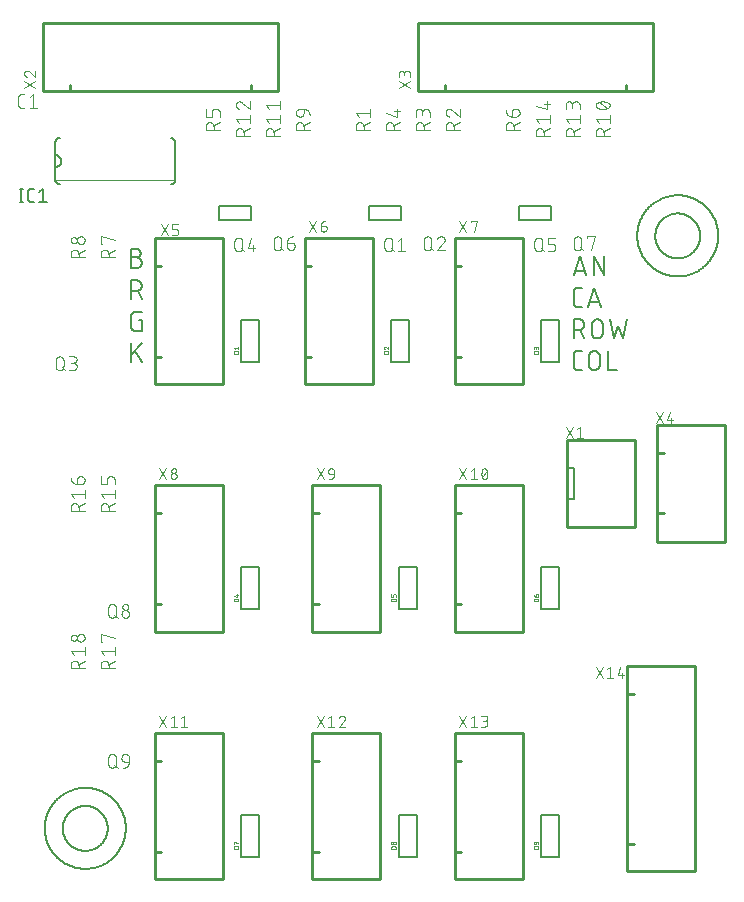
<source format=gbr>
G04 EAGLE Gerber RS-274X export*
G75*
%MOMM*%
%FSLAX34Y34*%
%LPD*%
%INSilkscreen Top*%
%IPPOS*%
%AMOC8*
5,1,8,0,0,1.08239X$1,22.5*%
G01*
%ADD10C,0.152400*%
%ADD11C,0.101600*%
%ADD12C,0.050800*%
%ADD13C,0.127000*%
%ADD14C,0.254000*%
%ADD15C,0.200000*%
%ADD16C,0.203200*%
%ADD17C,0.025400*%

G36*
X590185Y685801D02*
X590185Y685801D01*
X590189Y685795D01*
X590789Y685795D01*
X590794Y685799D01*
X590789Y685805D01*
X590189Y685805D01*
X590185Y685801D01*
G37*
D10*
X477012Y531622D02*
X482431Y547878D01*
X487849Y531622D01*
X486495Y535686D02*
X478367Y535686D01*
X494067Y531622D02*
X494067Y547878D01*
X503099Y531622D01*
X503099Y547878D01*
X484237Y504952D02*
X480624Y504952D01*
X480506Y504954D01*
X480388Y504960D01*
X480270Y504969D01*
X480153Y504983D01*
X480036Y505000D01*
X479919Y505021D01*
X479804Y505046D01*
X479689Y505075D01*
X479575Y505108D01*
X479463Y505144D01*
X479352Y505184D01*
X479242Y505227D01*
X479133Y505274D01*
X479026Y505324D01*
X478921Y505379D01*
X478818Y505436D01*
X478717Y505497D01*
X478617Y505561D01*
X478520Y505628D01*
X478425Y505698D01*
X478333Y505772D01*
X478242Y505848D01*
X478155Y505928D01*
X478070Y506010D01*
X477988Y506095D01*
X477908Y506182D01*
X477832Y506273D01*
X477758Y506365D01*
X477688Y506460D01*
X477621Y506557D01*
X477557Y506657D01*
X477496Y506758D01*
X477439Y506861D01*
X477384Y506966D01*
X477334Y507073D01*
X477287Y507182D01*
X477244Y507292D01*
X477204Y507403D01*
X477168Y507515D01*
X477135Y507629D01*
X477106Y507744D01*
X477081Y507859D01*
X477060Y507976D01*
X477043Y508093D01*
X477029Y508210D01*
X477020Y508328D01*
X477014Y508446D01*
X477012Y508564D01*
X477012Y517596D01*
X477014Y517714D01*
X477020Y517832D01*
X477029Y517950D01*
X477043Y518067D01*
X477060Y518184D01*
X477081Y518301D01*
X477106Y518416D01*
X477135Y518531D01*
X477168Y518645D01*
X477204Y518757D01*
X477244Y518868D01*
X477287Y518978D01*
X477334Y519087D01*
X477384Y519194D01*
X477438Y519299D01*
X477496Y519402D01*
X477557Y519503D01*
X477621Y519603D01*
X477688Y519700D01*
X477758Y519795D01*
X477832Y519887D01*
X477908Y519978D01*
X477988Y520065D01*
X478070Y520150D01*
X478155Y520232D01*
X478242Y520312D01*
X478333Y520388D01*
X478425Y520462D01*
X478520Y520532D01*
X478617Y520599D01*
X478717Y520663D01*
X478818Y520724D01*
X478921Y520781D01*
X479026Y520835D01*
X479133Y520886D01*
X479242Y520933D01*
X479352Y520976D01*
X479463Y521016D01*
X479575Y521052D01*
X479689Y521085D01*
X479804Y521114D01*
X479919Y521139D01*
X480036Y521160D01*
X480153Y521177D01*
X480270Y521191D01*
X480388Y521200D01*
X480506Y521206D01*
X480624Y521208D01*
X484237Y521208D01*
X494593Y521208D02*
X489174Y504952D01*
X500012Y504952D02*
X494593Y521208D01*
X498657Y509016D02*
X490529Y509016D01*
X477012Y494538D02*
X477012Y478282D01*
X477012Y494538D02*
X481528Y494538D01*
X481661Y494536D01*
X481793Y494530D01*
X481925Y494520D01*
X482057Y494507D01*
X482189Y494489D01*
X482319Y494468D01*
X482450Y494443D01*
X482579Y494414D01*
X482707Y494381D01*
X482835Y494345D01*
X482961Y494305D01*
X483086Y494261D01*
X483210Y494213D01*
X483332Y494162D01*
X483453Y494107D01*
X483572Y494049D01*
X483690Y493987D01*
X483805Y493922D01*
X483919Y493853D01*
X484030Y493782D01*
X484139Y493706D01*
X484246Y493628D01*
X484351Y493547D01*
X484453Y493462D01*
X484553Y493375D01*
X484650Y493285D01*
X484745Y493192D01*
X484836Y493096D01*
X484925Y492998D01*
X485011Y492897D01*
X485094Y492793D01*
X485174Y492687D01*
X485250Y492579D01*
X485324Y492469D01*
X485394Y492356D01*
X485461Y492242D01*
X485524Y492125D01*
X485584Y492007D01*
X485641Y491887D01*
X485694Y491765D01*
X485743Y491642D01*
X485789Y491518D01*
X485831Y491392D01*
X485869Y491265D01*
X485904Y491137D01*
X485935Y491008D01*
X485962Y490879D01*
X485985Y490748D01*
X486005Y490617D01*
X486020Y490485D01*
X486032Y490353D01*
X486040Y490221D01*
X486044Y490088D01*
X486044Y489956D01*
X486040Y489823D01*
X486032Y489691D01*
X486020Y489559D01*
X486005Y489427D01*
X485985Y489296D01*
X485962Y489165D01*
X485935Y489036D01*
X485904Y488907D01*
X485869Y488779D01*
X485831Y488652D01*
X485789Y488526D01*
X485743Y488402D01*
X485694Y488279D01*
X485641Y488157D01*
X485584Y488037D01*
X485524Y487919D01*
X485461Y487802D01*
X485394Y487688D01*
X485324Y487575D01*
X485250Y487465D01*
X485174Y487357D01*
X485094Y487251D01*
X485011Y487147D01*
X484925Y487046D01*
X484836Y486948D01*
X484745Y486852D01*
X484650Y486759D01*
X484553Y486669D01*
X484453Y486582D01*
X484351Y486497D01*
X484246Y486416D01*
X484139Y486338D01*
X484030Y486262D01*
X483919Y486191D01*
X483805Y486122D01*
X483690Y486057D01*
X483572Y485995D01*
X483453Y485937D01*
X483332Y485882D01*
X483210Y485831D01*
X483086Y485783D01*
X482961Y485739D01*
X482835Y485699D01*
X482707Y485663D01*
X482579Y485630D01*
X482450Y485601D01*
X482319Y485576D01*
X482189Y485555D01*
X482057Y485537D01*
X481925Y485524D01*
X481793Y485514D01*
X481661Y485508D01*
X481528Y485506D01*
X481528Y485507D02*
X477012Y485507D01*
X482431Y485507D02*
X486043Y478282D01*
X492552Y482798D02*
X492552Y490022D01*
X492551Y490022D02*
X492553Y490155D01*
X492559Y490287D01*
X492569Y490419D01*
X492582Y490551D01*
X492600Y490683D01*
X492621Y490813D01*
X492646Y490944D01*
X492675Y491073D01*
X492708Y491201D01*
X492744Y491329D01*
X492784Y491455D01*
X492828Y491580D01*
X492876Y491704D01*
X492927Y491826D01*
X492982Y491947D01*
X493040Y492066D01*
X493102Y492184D01*
X493167Y492299D01*
X493236Y492413D01*
X493307Y492524D01*
X493383Y492633D01*
X493461Y492740D01*
X493542Y492845D01*
X493627Y492947D01*
X493714Y493047D01*
X493804Y493144D01*
X493897Y493239D01*
X493993Y493330D01*
X494091Y493419D01*
X494192Y493505D01*
X494296Y493588D01*
X494402Y493668D01*
X494510Y493744D01*
X494620Y493818D01*
X494733Y493888D01*
X494847Y493955D01*
X494964Y494018D01*
X495082Y494078D01*
X495202Y494135D01*
X495324Y494188D01*
X495447Y494237D01*
X495571Y494283D01*
X495697Y494325D01*
X495824Y494363D01*
X495952Y494398D01*
X496081Y494429D01*
X496210Y494456D01*
X496341Y494479D01*
X496472Y494499D01*
X496604Y494514D01*
X496736Y494526D01*
X496868Y494534D01*
X497001Y494538D01*
X497133Y494538D01*
X497266Y494534D01*
X497398Y494526D01*
X497530Y494514D01*
X497662Y494499D01*
X497793Y494479D01*
X497924Y494456D01*
X498053Y494429D01*
X498182Y494398D01*
X498310Y494363D01*
X498437Y494325D01*
X498563Y494283D01*
X498687Y494237D01*
X498810Y494188D01*
X498932Y494135D01*
X499052Y494078D01*
X499170Y494018D01*
X499287Y493955D01*
X499401Y493888D01*
X499514Y493818D01*
X499624Y493744D01*
X499732Y493668D01*
X499838Y493588D01*
X499942Y493505D01*
X500043Y493419D01*
X500141Y493330D01*
X500237Y493239D01*
X500330Y493144D01*
X500420Y493047D01*
X500507Y492947D01*
X500592Y492845D01*
X500673Y492740D01*
X500751Y492633D01*
X500827Y492524D01*
X500898Y492413D01*
X500967Y492299D01*
X501032Y492184D01*
X501094Y492066D01*
X501152Y491947D01*
X501207Y491826D01*
X501258Y491704D01*
X501306Y491580D01*
X501350Y491455D01*
X501390Y491329D01*
X501426Y491201D01*
X501459Y491073D01*
X501488Y490944D01*
X501513Y490813D01*
X501534Y490683D01*
X501552Y490551D01*
X501565Y490419D01*
X501575Y490287D01*
X501581Y490155D01*
X501583Y490022D01*
X501583Y482798D01*
X501581Y482665D01*
X501575Y482533D01*
X501565Y482401D01*
X501552Y482269D01*
X501534Y482137D01*
X501513Y482007D01*
X501488Y481876D01*
X501459Y481747D01*
X501426Y481619D01*
X501390Y481491D01*
X501350Y481365D01*
X501306Y481240D01*
X501258Y481116D01*
X501207Y480994D01*
X501152Y480873D01*
X501094Y480754D01*
X501032Y480636D01*
X500967Y480521D01*
X500898Y480407D01*
X500827Y480296D01*
X500751Y480187D01*
X500673Y480080D01*
X500592Y479975D01*
X500507Y479873D01*
X500420Y479773D01*
X500330Y479676D01*
X500237Y479581D01*
X500141Y479490D01*
X500043Y479401D01*
X499942Y479315D01*
X499838Y479232D01*
X499732Y479152D01*
X499624Y479076D01*
X499514Y479002D01*
X499401Y478932D01*
X499287Y478865D01*
X499170Y478802D01*
X499052Y478742D01*
X498932Y478685D01*
X498810Y478632D01*
X498687Y478583D01*
X498563Y478537D01*
X498437Y478495D01*
X498310Y478457D01*
X498182Y478422D01*
X498053Y478391D01*
X497924Y478364D01*
X497793Y478341D01*
X497662Y478321D01*
X497530Y478306D01*
X497398Y478294D01*
X497266Y478286D01*
X497133Y478282D01*
X497001Y478282D01*
X496868Y478286D01*
X496736Y478294D01*
X496604Y478306D01*
X496472Y478321D01*
X496341Y478341D01*
X496210Y478364D01*
X496081Y478391D01*
X495952Y478422D01*
X495824Y478457D01*
X495697Y478495D01*
X495571Y478537D01*
X495447Y478583D01*
X495324Y478632D01*
X495202Y478685D01*
X495082Y478742D01*
X494964Y478802D01*
X494847Y478865D01*
X494733Y478932D01*
X494620Y479002D01*
X494510Y479076D01*
X494402Y479152D01*
X494296Y479232D01*
X494192Y479315D01*
X494091Y479401D01*
X493993Y479490D01*
X493897Y479581D01*
X493804Y479676D01*
X493714Y479773D01*
X493627Y479873D01*
X493542Y479975D01*
X493461Y480080D01*
X493383Y480187D01*
X493307Y480296D01*
X493236Y480407D01*
X493167Y480521D01*
X493102Y480636D01*
X493040Y480754D01*
X492982Y480873D01*
X492927Y480994D01*
X492876Y481116D01*
X492828Y481240D01*
X492784Y481365D01*
X492744Y481491D01*
X492708Y481619D01*
X492675Y481747D01*
X492646Y481876D01*
X492621Y482007D01*
X492600Y482137D01*
X492582Y482269D01*
X492569Y482401D01*
X492559Y482533D01*
X492553Y482665D01*
X492551Y482798D01*
X507558Y494538D02*
X511170Y478282D01*
X514783Y489119D01*
X518395Y478282D01*
X522007Y494538D01*
X484237Y451612D02*
X480624Y451612D01*
X480506Y451614D01*
X480388Y451620D01*
X480270Y451629D01*
X480153Y451643D01*
X480036Y451660D01*
X479919Y451681D01*
X479804Y451706D01*
X479689Y451735D01*
X479575Y451768D01*
X479463Y451804D01*
X479352Y451844D01*
X479242Y451887D01*
X479133Y451934D01*
X479026Y451984D01*
X478921Y452039D01*
X478818Y452096D01*
X478717Y452157D01*
X478617Y452221D01*
X478520Y452288D01*
X478425Y452358D01*
X478333Y452432D01*
X478242Y452508D01*
X478155Y452588D01*
X478070Y452670D01*
X477988Y452755D01*
X477908Y452842D01*
X477832Y452933D01*
X477758Y453025D01*
X477688Y453120D01*
X477621Y453217D01*
X477557Y453317D01*
X477496Y453418D01*
X477439Y453521D01*
X477384Y453626D01*
X477334Y453733D01*
X477287Y453842D01*
X477244Y453952D01*
X477204Y454063D01*
X477168Y454175D01*
X477135Y454289D01*
X477106Y454404D01*
X477081Y454519D01*
X477060Y454636D01*
X477043Y454753D01*
X477029Y454870D01*
X477020Y454988D01*
X477014Y455106D01*
X477012Y455224D01*
X477012Y464256D01*
X477014Y464374D01*
X477020Y464492D01*
X477029Y464610D01*
X477043Y464727D01*
X477060Y464844D01*
X477081Y464961D01*
X477106Y465076D01*
X477135Y465191D01*
X477168Y465305D01*
X477204Y465417D01*
X477244Y465528D01*
X477287Y465638D01*
X477334Y465747D01*
X477384Y465854D01*
X477438Y465959D01*
X477496Y466062D01*
X477557Y466163D01*
X477621Y466263D01*
X477688Y466360D01*
X477758Y466455D01*
X477832Y466547D01*
X477908Y466638D01*
X477988Y466725D01*
X478070Y466810D01*
X478155Y466892D01*
X478242Y466972D01*
X478333Y467048D01*
X478425Y467122D01*
X478520Y467192D01*
X478617Y467259D01*
X478717Y467323D01*
X478818Y467384D01*
X478921Y467441D01*
X479026Y467495D01*
X479133Y467546D01*
X479242Y467593D01*
X479352Y467636D01*
X479463Y467676D01*
X479575Y467712D01*
X479689Y467745D01*
X479804Y467774D01*
X479919Y467799D01*
X480036Y467820D01*
X480153Y467837D01*
X480270Y467851D01*
X480388Y467860D01*
X480506Y467866D01*
X480624Y467868D01*
X484237Y467868D01*
X490078Y463352D02*
X490078Y456128D01*
X490077Y463352D02*
X490079Y463485D01*
X490085Y463617D01*
X490095Y463749D01*
X490108Y463881D01*
X490126Y464013D01*
X490147Y464143D01*
X490172Y464274D01*
X490201Y464403D01*
X490234Y464531D01*
X490270Y464659D01*
X490310Y464785D01*
X490354Y464910D01*
X490402Y465034D01*
X490453Y465156D01*
X490508Y465277D01*
X490566Y465396D01*
X490628Y465514D01*
X490693Y465629D01*
X490762Y465743D01*
X490833Y465854D01*
X490909Y465963D01*
X490987Y466070D01*
X491068Y466175D01*
X491153Y466277D01*
X491240Y466377D01*
X491330Y466474D01*
X491423Y466569D01*
X491519Y466660D01*
X491617Y466749D01*
X491718Y466835D01*
X491822Y466918D01*
X491928Y466998D01*
X492036Y467074D01*
X492146Y467148D01*
X492259Y467218D01*
X492373Y467285D01*
X492490Y467348D01*
X492608Y467408D01*
X492728Y467465D01*
X492850Y467518D01*
X492973Y467567D01*
X493097Y467613D01*
X493223Y467655D01*
X493350Y467693D01*
X493478Y467728D01*
X493607Y467759D01*
X493736Y467786D01*
X493867Y467809D01*
X493998Y467829D01*
X494130Y467844D01*
X494262Y467856D01*
X494394Y467864D01*
X494527Y467868D01*
X494659Y467868D01*
X494792Y467864D01*
X494924Y467856D01*
X495056Y467844D01*
X495188Y467829D01*
X495319Y467809D01*
X495450Y467786D01*
X495579Y467759D01*
X495708Y467728D01*
X495836Y467693D01*
X495963Y467655D01*
X496089Y467613D01*
X496213Y467567D01*
X496336Y467518D01*
X496458Y467465D01*
X496578Y467408D01*
X496696Y467348D01*
X496813Y467285D01*
X496927Y467218D01*
X497040Y467148D01*
X497150Y467074D01*
X497258Y466998D01*
X497364Y466918D01*
X497468Y466835D01*
X497569Y466749D01*
X497667Y466660D01*
X497763Y466569D01*
X497856Y466474D01*
X497946Y466377D01*
X498033Y466277D01*
X498118Y466175D01*
X498199Y466070D01*
X498277Y465963D01*
X498353Y465854D01*
X498424Y465743D01*
X498493Y465629D01*
X498558Y465514D01*
X498620Y465396D01*
X498678Y465277D01*
X498733Y465156D01*
X498784Y465034D01*
X498832Y464910D01*
X498876Y464785D01*
X498916Y464659D01*
X498952Y464531D01*
X498985Y464403D01*
X499014Y464274D01*
X499039Y464143D01*
X499060Y464013D01*
X499078Y463881D01*
X499091Y463749D01*
X499101Y463617D01*
X499107Y463485D01*
X499109Y463352D01*
X499109Y456128D01*
X499107Y455995D01*
X499101Y455863D01*
X499091Y455731D01*
X499078Y455599D01*
X499060Y455467D01*
X499039Y455337D01*
X499014Y455206D01*
X498985Y455077D01*
X498952Y454949D01*
X498916Y454821D01*
X498876Y454695D01*
X498832Y454570D01*
X498784Y454446D01*
X498733Y454324D01*
X498678Y454203D01*
X498620Y454084D01*
X498558Y453966D01*
X498493Y453851D01*
X498424Y453737D01*
X498353Y453626D01*
X498277Y453517D01*
X498199Y453410D01*
X498118Y453305D01*
X498033Y453203D01*
X497946Y453103D01*
X497856Y453006D01*
X497763Y452911D01*
X497667Y452820D01*
X497569Y452731D01*
X497468Y452645D01*
X497364Y452562D01*
X497258Y452482D01*
X497150Y452406D01*
X497040Y452332D01*
X496927Y452262D01*
X496813Y452195D01*
X496696Y452132D01*
X496578Y452072D01*
X496458Y452015D01*
X496336Y451962D01*
X496213Y451913D01*
X496089Y451867D01*
X495963Y451825D01*
X495836Y451787D01*
X495708Y451752D01*
X495579Y451721D01*
X495450Y451694D01*
X495319Y451671D01*
X495188Y451651D01*
X495056Y451636D01*
X494924Y451624D01*
X494792Y451616D01*
X494659Y451612D01*
X494527Y451612D01*
X494394Y451616D01*
X494262Y451624D01*
X494130Y451636D01*
X493998Y451651D01*
X493867Y451671D01*
X493736Y451694D01*
X493607Y451721D01*
X493478Y451752D01*
X493350Y451787D01*
X493223Y451825D01*
X493097Y451867D01*
X492973Y451913D01*
X492850Y451962D01*
X492728Y452015D01*
X492608Y452072D01*
X492490Y452132D01*
X492373Y452195D01*
X492259Y452262D01*
X492146Y452332D01*
X492036Y452406D01*
X491928Y452482D01*
X491822Y452562D01*
X491718Y452645D01*
X491617Y452731D01*
X491519Y452820D01*
X491423Y452911D01*
X491330Y453006D01*
X491240Y453103D01*
X491153Y453203D01*
X491068Y453305D01*
X490987Y453410D01*
X490909Y453517D01*
X490833Y453626D01*
X490762Y453737D01*
X490693Y453851D01*
X490628Y453966D01*
X490566Y454084D01*
X490508Y454203D01*
X490453Y454324D01*
X490402Y454446D01*
X490354Y454570D01*
X490310Y454695D01*
X490270Y454821D01*
X490234Y454949D01*
X490201Y455077D01*
X490172Y455206D01*
X490147Y455337D01*
X490126Y455467D01*
X490108Y455599D01*
X490095Y455731D01*
X490085Y455863D01*
X490079Y455995D01*
X490077Y456128D01*
X506260Y451612D02*
X506260Y467868D01*
X506260Y451612D02*
X513484Y451612D01*
X106878Y547003D02*
X102362Y547003D01*
X106878Y547004D02*
X107011Y547002D01*
X107143Y546996D01*
X107275Y546986D01*
X107407Y546973D01*
X107539Y546955D01*
X107669Y546934D01*
X107800Y546909D01*
X107929Y546880D01*
X108057Y546847D01*
X108185Y546811D01*
X108311Y546771D01*
X108436Y546727D01*
X108560Y546679D01*
X108682Y546628D01*
X108803Y546573D01*
X108922Y546515D01*
X109040Y546453D01*
X109155Y546388D01*
X109269Y546319D01*
X109380Y546248D01*
X109489Y546172D01*
X109596Y546094D01*
X109701Y546013D01*
X109803Y545928D01*
X109903Y545841D01*
X110000Y545751D01*
X110095Y545658D01*
X110186Y545562D01*
X110275Y545464D01*
X110361Y545363D01*
X110444Y545259D01*
X110524Y545153D01*
X110600Y545045D01*
X110674Y544935D01*
X110744Y544822D01*
X110811Y544708D01*
X110874Y544591D01*
X110934Y544473D01*
X110991Y544353D01*
X111044Y544231D01*
X111093Y544108D01*
X111139Y543984D01*
X111181Y543858D01*
X111219Y543731D01*
X111254Y543603D01*
X111285Y543474D01*
X111312Y543345D01*
X111335Y543214D01*
X111355Y543083D01*
X111370Y542951D01*
X111382Y542819D01*
X111390Y542687D01*
X111394Y542554D01*
X111394Y542422D01*
X111390Y542289D01*
X111382Y542157D01*
X111370Y542025D01*
X111355Y541893D01*
X111335Y541762D01*
X111312Y541631D01*
X111285Y541502D01*
X111254Y541373D01*
X111219Y541245D01*
X111181Y541118D01*
X111139Y540992D01*
X111093Y540868D01*
X111044Y540745D01*
X110991Y540623D01*
X110934Y540503D01*
X110874Y540385D01*
X110811Y540268D01*
X110744Y540154D01*
X110674Y540041D01*
X110600Y539931D01*
X110524Y539823D01*
X110444Y539717D01*
X110361Y539613D01*
X110275Y539512D01*
X110186Y539414D01*
X110095Y539318D01*
X110000Y539225D01*
X109903Y539135D01*
X109803Y539048D01*
X109701Y538963D01*
X109596Y538882D01*
X109489Y538804D01*
X109380Y538728D01*
X109269Y538657D01*
X109155Y538588D01*
X109040Y538523D01*
X108922Y538461D01*
X108803Y538403D01*
X108682Y538348D01*
X108560Y538297D01*
X108436Y538249D01*
X108311Y538205D01*
X108185Y538165D01*
X108057Y538129D01*
X107929Y538096D01*
X107800Y538067D01*
X107669Y538042D01*
X107539Y538021D01*
X107407Y538003D01*
X107275Y537990D01*
X107143Y537980D01*
X107011Y537974D01*
X106878Y537972D01*
X102362Y537972D01*
X102362Y554228D01*
X106878Y554228D01*
X106997Y554226D01*
X107117Y554220D01*
X107236Y554210D01*
X107354Y554196D01*
X107473Y554179D01*
X107590Y554157D01*
X107707Y554132D01*
X107822Y554102D01*
X107937Y554069D01*
X108051Y554032D01*
X108163Y553992D01*
X108274Y553947D01*
X108383Y553899D01*
X108491Y553848D01*
X108597Y553793D01*
X108701Y553734D01*
X108803Y553672D01*
X108903Y553607D01*
X109001Y553538D01*
X109097Y553466D01*
X109190Y553391D01*
X109280Y553314D01*
X109368Y553233D01*
X109453Y553149D01*
X109535Y553062D01*
X109615Y552973D01*
X109691Y552881D01*
X109765Y552787D01*
X109835Y552690D01*
X109902Y552592D01*
X109966Y552491D01*
X110026Y552387D01*
X110083Y552282D01*
X110136Y552175D01*
X110186Y552067D01*
X110232Y551957D01*
X110274Y551845D01*
X110313Y551732D01*
X110348Y551618D01*
X110379Y551503D01*
X110407Y551386D01*
X110430Y551269D01*
X110450Y551152D01*
X110466Y551033D01*
X110478Y550914D01*
X110486Y550795D01*
X110490Y550676D01*
X110490Y550556D01*
X110486Y550437D01*
X110478Y550318D01*
X110466Y550199D01*
X110450Y550080D01*
X110430Y549963D01*
X110407Y549846D01*
X110379Y549729D01*
X110348Y549614D01*
X110313Y549500D01*
X110274Y549387D01*
X110232Y549275D01*
X110186Y549165D01*
X110136Y549057D01*
X110083Y548950D01*
X110026Y548845D01*
X109966Y548741D01*
X109902Y548640D01*
X109835Y548542D01*
X109765Y548445D01*
X109691Y548351D01*
X109615Y548259D01*
X109535Y548170D01*
X109453Y548083D01*
X109368Y547999D01*
X109280Y547918D01*
X109190Y547841D01*
X109097Y547766D01*
X109001Y547694D01*
X108903Y547625D01*
X108803Y547560D01*
X108701Y547498D01*
X108597Y547439D01*
X108491Y547384D01*
X108383Y547333D01*
X108274Y547285D01*
X108163Y547240D01*
X108051Y547200D01*
X107937Y547163D01*
X107822Y547130D01*
X107707Y547100D01*
X107590Y547075D01*
X107473Y547053D01*
X107354Y547036D01*
X107236Y547022D01*
X107117Y547012D01*
X106997Y547006D01*
X106878Y547004D01*
X102362Y527558D02*
X102362Y511302D01*
X102362Y527558D02*
X106878Y527558D01*
X107011Y527556D01*
X107143Y527550D01*
X107275Y527540D01*
X107407Y527527D01*
X107539Y527509D01*
X107669Y527488D01*
X107800Y527463D01*
X107929Y527434D01*
X108057Y527401D01*
X108185Y527365D01*
X108311Y527325D01*
X108436Y527281D01*
X108560Y527233D01*
X108682Y527182D01*
X108803Y527127D01*
X108922Y527069D01*
X109040Y527007D01*
X109155Y526942D01*
X109269Y526873D01*
X109380Y526802D01*
X109489Y526726D01*
X109596Y526648D01*
X109701Y526567D01*
X109803Y526482D01*
X109903Y526395D01*
X110000Y526305D01*
X110095Y526212D01*
X110186Y526116D01*
X110275Y526018D01*
X110361Y525917D01*
X110444Y525813D01*
X110524Y525707D01*
X110600Y525599D01*
X110674Y525489D01*
X110744Y525376D01*
X110811Y525262D01*
X110874Y525145D01*
X110934Y525027D01*
X110991Y524907D01*
X111044Y524785D01*
X111093Y524662D01*
X111139Y524538D01*
X111181Y524412D01*
X111219Y524285D01*
X111254Y524157D01*
X111285Y524028D01*
X111312Y523899D01*
X111335Y523768D01*
X111355Y523637D01*
X111370Y523505D01*
X111382Y523373D01*
X111390Y523241D01*
X111394Y523108D01*
X111394Y522976D01*
X111390Y522843D01*
X111382Y522711D01*
X111370Y522579D01*
X111355Y522447D01*
X111335Y522316D01*
X111312Y522185D01*
X111285Y522056D01*
X111254Y521927D01*
X111219Y521799D01*
X111181Y521672D01*
X111139Y521546D01*
X111093Y521422D01*
X111044Y521299D01*
X110991Y521177D01*
X110934Y521057D01*
X110874Y520939D01*
X110811Y520822D01*
X110744Y520708D01*
X110674Y520595D01*
X110600Y520485D01*
X110524Y520377D01*
X110444Y520271D01*
X110361Y520167D01*
X110275Y520066D01*
X110186Y519968D01*
X110095Y519872D01*
X110000Y519779D01*
X109903Y519689D01*
X109803Y519602D01*
X109701Y519517D01*
X109596Y519436D01*
X109489Y519358D01*
X109380Y519282D01*
X109269Y519211D01*
X109155Y519142D01*
X109040Y519077D01*
X108922Y519015D01*
X108803Y518957D01*
X108682Y518902D01*
X108560Y518851D01*
X108436Y518803D01*
X108311Y518759D01*
X108185Y518719D01*
X108057Y518683D01*
X107929Y518650D01*
X107800Y518621D01*
X107669Y518596D01*
X107539Y518575D01*
X107407Y518557D01*
X107275Y518544D01*
X107143Y518534D01*
X107011Y518528D01*
X106878Y518526D01*
X106878Y518527D02*
X102362Y518527D01*
X107781Y518527D02*
X111393Y511302D01*
X111393Y493663D02*
X108684Y493663D01*
X111393Y493663D02*
X111393Y484632D01*
X105974Y484632D01*
X105856Y484634D01*
X105738Y484640D01*
X105620Y484649D01*
X105503Y484663D01*
X105386Y484680D01*
X105269Y484701D01*
X105154Y484726D01*
X105039Y484755D01*
X104925Y484788D01*
X104813Y484824D01*
X104702Y484864D01*
X104592Y484907D01*
X104483Y484954D01*
X104376Y485004D01*
X104271Y485059D01*
X104168Y485116D01*
X104067Y485177D01*
X103967Y485241D01*
X103870Y485308D01*
X103775Y485378D01*
X103683Y485452D01*
X103592Y485528D01*
X103505Y485608D01*
X103420Y485690D01*
X103338Y485775D01*
X103258Y485862D01*
X103182Y485953D01*
X103108Y486045D01*
X103038Y486140D01*
X102971Y486237D01*
X102907Y486337D01*
X102846Y486438D01*
X102789Y486541D01*
X102734Y486646D01*
X102684Y486753D01*
X102637Y486862D01*
X102594Y486972D01*
X102554Y487083D01*
X102518Y487195D01*
X102485Y487309D01*
X102456Y487424D01*
X102431Y487539D01*
X102410Y487656D01*
X102393Y487773D01*
X102379Y487890D01*
X102370Y488008D01*
X102364Y488126D01*
X102362Y488244D01*
X102362Y497276D01*
X102364Y497394D01*
X102370Y497512D01*
X102379Y497630D01*
X102393Y497747D01*
X102410Y497864D01*
X102431Y497981D01*
X102456Y498096D01*
X102485Y498211D01*
X102518Y498325D01*
X102554Y498437D01*
X102594Y498548D01*
X102637Y498658D01*
X102684Y498767D01*
X102734Y498874D01*
X102788Y498979D01*
X102846Y499082D01*
X102907Y499183D01*
X102971Y499283D01*
X103038Y499380D01*
X103108Y499475D01*
X103182Y499567D01*
X103258Y499658D01*
X103338Y499745D01*
X103420Y499830D01*
X103505Y499912D01*
X103592Y499992D01*
X103683Y500068D01*
X103775Y500142D01*
X103870Y500212D01*
X103967Y500279D01*
X104067Y500343D01*
X104168Y500404D01*
X104271Y500461D01*
X104376Y500515D01*
X104483Y500566D01*
X104592Y500613D01*
X104702Y500656D01*
X104813Y500696D01*
X104925Y500732D01*
X105039Y500765D01*
X105154Y500794D01*
X105269Y500819D01*
X105386Y500840D01*
X105503Y500857D01*
X105620Y500871D01*
X105738Y500880D01*
X105856Y500886D01*
X105974Y500888D01*
X111393Y500888D01*
X102362Y474218D02*
X102362Y457962D01*
X102362Y464284D02*
X111393Y474218D01*
X105974Y467896D02*
X111393Y457962D01*
D11*
X12051Y673608D02*
X9454Y673608D01*
X9355Y673610D01*
X9255Y673616D01*
X9156Y673625D01*
X9058Y673638D01*
X8960Y673655D01*
X8862Y673676D01*
X8766Y673701D01*
X8671Y673729D01*
X8577Y673761D01*
X8484Y673796D01*
X8392Y673835D01*
X8302Y673878D01*
X8214Y673923D01*
X8127Y673973D01*
X8043Y674025D01*
X7960Y674081D01*
X7880Y674139D01*
X7802Y674201D01*
X7727Y674266D01*
X7654Y674334D01*
X7584Y674404D01*
X7516Y674477D01*
X7451Y674552D01*
X7389Y674630D01*
X7331Y674710D01*
X7275Y674793D01*
X7223Y674877D01*
X7173Y674964D01*
X7128Y675052D01*
X7085Y675142D01*
X7046Y675234D01*
X7011Y675327D01*
X6979Y675421D01*
X6951Y675516D01*
X6926Y675612D01*
X6905Y675710D01*
X6888Y675808D01*
X6875Y675906D01*
X6866Y676005D01*
X6860Y676105D01*
X6858Y676204D01*
X6858Y682696D01*
X6860Y682795D01*
X6866Y682895D01*
X6875Y682994D01*
X6888Y683092D01*
X6905Y683190D01*
X6926Y683288D01*
X6951Y683384D01*
X6979Y683479D01*
X7011Y683573D01*
X7046Y683666D01*
X7085Y683758D01*
X7128Y683848D01*
X7173Y683936D01*
X7223Y684023D01*
X7275Y684107D01*
X7331Y684190D01*
X7389Y684270D01*
X7451Y684348D01*
X7516Y684423D01*
X7584Y684496D01*
X7654Y684566D01*
X7727Y684634D01*
X7802Y684699D01*
X7880Y684761D01*
X7960Y684819D01*
X8043Y684875D01*
X8127Y684927D01*
X8214Y684977D01*
X8302Y685022D01*
X8392Y685065D01*
X8484Y685104D01*
X8576Y685139D01*
X8671Y685171D01*
X8766Y685199D01*
X8862Y685224D01*
X8960Y685245D01*
X9058Y685262D01*
X9156Y685275D01*
X9255Y685284D01*
X9355Y685290D01*
X9454Y685292D01*
X12051Y685292D01*
X16416Y682696D02*
X19662Y685292D01*
X19662Y673608D01*
X22907Y673608D02*
X16416Y673608D01*
D10*
X135890Y609092D02*
X136012Y609094D01*
X136134Y609100D01*
X136256Y609110D01*
X136377Y609123D01*
X136498Y609141D01*
X136618Y609162D01*
X136738Y609188D01*
X136856Y609217D01*
X136974Y609249D01*
X137091Y609286D01*
X137206Y609326D01*
X137320Y609370D01*
X137432Y609418D01*
X137543Y609469D01*
X137652Y609524D01*
X137760Y609582D01*
X137865Y609644D01*
X137968Y609709D01*
X138070Y609777D01*
X138169Y609849D01*
X138265Y609923D01*
X138360Y610001D01*
X138451Y610082D01*
X138541Y610165D01*
X138627Y610251D01*
X138710Y610341D01*
X138791Y610432D01*
X138869Y610527D01*
X138943Y610623D01*
X139015Y610722D01*
X139083Y610824D01*
X139148Y610927D01*
X139210Y611032D01*
X139268Y611140D01*
X139323Y611249D01*
X139374Y611360D01*
X139422Y611472D01*
X139466Y611586D01*
X139506Y611701D01*
X139543Y611818D01*
X139575Y611936D01*
X139604Y612054D01*
X139630Y612174D01*
X139651Y612294D01*
X139669Y612415D01*
X139682Y612536D01*
X139692Y612658D01*
X139698Y612780D01*
X139700Y612902D01*
X41910Y648208D02*
X41788Y648206D01*
X41666Y648200D01*
X41544Y648190D01*
X41423Y648177D01*
X41302Y648159D01*
X41182Y648138D01*
X41062Y648112D01*
X40944Y648083D01*
X40826Y648051D01*
X40709Y648014D01*
X40594Y647974D01*
X40480Y647930D01*
X40368Y647882D01*
X40257Y647831D01*
X40148Y647776D01*
X40040Y647718D01*
X39935Y647656D01*
X39832Y647591D01*
X39730Y647523D01*
X39631Y647451D01*
X39535Y647377D01*
X39440Y647299D01*
X39349Y647218D01*
X39259Y647135D01*
X39173Y647049D01*
X39090Y646959D01*
X39009Y646868D01*
X38931Y646773D01*
X38857Y646677D01*
X38785Y646578D01*
X38717Y646476D01*
X38652Y646373D01*
X38590Y646268D01*
X38532Y646160D01*
X38477Y646051D01*
X38426Y645940D01*
X38378Y645828D01*
X38334Y645714D01*
X38294Y645599D01*
X38257Y645482D01*
X38225Y645364D01*
X38196Y645246D01*
X38170Y645126D01*
X38149Y645006D01*
X38131Y644885D01*
X38118Y644764D01*
X38108Y644642D01*
X38102Y644520D01*
X38100Y644398D01*
X135890Y648208D02*
X136012Y648206D01*
X136134Y648200D01*
X136256Y648190D01*
X136377Y648177D01*
X136498Y648159D01*
X136618Y648138D01*
X136738Y648112D01*
X136856Y648083D01*
X136974Y648051D01*
X137091Y648014D01*
X137206Y647974D01*
X137320Y647930D01*
X137432Y647882D01*
X137543Y647831D01*
X137652Y647776D01*
X137760Y647718D01*
X137865Y647656D01*
X137968Y647591D01*
X138070Y647523D01*
X138169Y647451D01*
X138265Y647377D01*
X138360Y647299D01*
X138451Y647218D01*
X138541Y647135D01*
X138627Y647049D01*
X138710Y646959D01*
X138791Y646868D01*
X138869Y646773D01*
X138943Y646677D01*
X139015Y646578D01*
X139083Y646476D01*
X139148Y646373D01*
X139210Y646268D01*
X139268Y646160D01*
X139323Y646051D01*
X139374Y645940D01*
X139422Y645828D01*
X139466Y645714D01*
X139506Y645599D01*
X139543Y645482D01*
X139575Y645364D01*
X139604Y645246D01*
X139630Y645126D01*
X139651Y645006D01*
X139669Y644885D01*
X139682Y644764D01*
X139692Y644642D01*
X139698Y644520D01*
X139700Y644398D01*
X41910Y609092D02*
X41788Y609094D01*
X41666Y609100D01*
X41544Y609110D01*
X41423Y609123D01*
X41302Y609141D01*
X41182Y609162D01*
X41062Y609188D01*
X40944Y609217D01*
X40826Y609249D01*
X40709Y609286D01*
X40594Y609326D01*
X40480Y609370D01*
X40368Y609418D01*
X40257Y609469D01*
X40148Y609524D01*
X40040Y609582D01*
X39935Y609644D01*
X39832Y609709D01*
X39730Y609777D01*
X39631Y609849D01*
X39535Y609923D01*
X39440Y610001D01*
X39349Y610082D01*
X39259Y610165D01*
X39173Y610251D01*
X39090Y610341D01*
X39009Y610432D01*
X38931Y610527D01*
X38857Y610623D01*
X38785Y610722D01*
X38717Y610824D01*
X38652Y610927D01*
X38590Y611032D01*
X38532Y611140D01*
X38477Y611249D01*
X38426Y611360D01*
X38378Y611472D01*
X38334Y611586D01*
X38294Y611701D01*
X38257Y611818D01*
X38225Y611936D01*
X38196Y612054D01*
X38170Y612174D01*
X38149Y612294D01*
X38131Y612415D01*
X38118Y612536D01*
X38108Y612658D01*
X38102Y612780D01*
X38100Y612902D01*
X139700Y612902D02*
X139700Y644398D01*
X38100Y644398D02*
X38100Y633730D01*
X38100Y623570D01*
X38100Y612902D01*
X38100Y623570D02*
X38241Y623572D01*
X38382Y623578D01*
X38523Y623588D01*
X38664Y623601D01*
X38804Y623619D01*
X38943Y623641D01*
X39082Y623666D01*
X39221Y623695D01*
X39358Y623728D01*
X39494Y623765D01*
X39629Y623806D01*
X39764Y623850D01*
X39896Y623898D01*
X40028Y623950D01*
X40158Y624005D01*
X40286Y624064D01*
X40413Y624127D01*
X40537Y624193D01*
X40660Y624262D01*
X40781Y624335D01*
X40900Y624411D01*
X41017Y624491D01*
X41131Y624574D01*
X41244Y624659D01*
X41353Y624748D01*
X41461Y624840D01*
X41565Y624935D01*
X41667Y625033D01*
X41766Y625134D01*
X41863Y625237D01*
X41956Y625343D01*
X42046Y625451D01*
X42134Y625562D01*
X42218Y625675D01*
X42299Y625791D01*
X42377Y625909D01*
X42452Y626029D01*
X42523Y626151D01*
X42591Y626275D01*
X42655Y626401D01*
X42716Y626528D01*
X42773Y626657D01*
X42826Y626788D01*
X42876Y626920D01*
X42923Y627053D01*
X42965Y627188D01*
X43004Y627324D01*
X43039Y627461D01*
X43070Y627598D01*
X43097Y627737D01*
X43121Y627876D01*
X43140Y628016D01*
X43156Y628156D01*
X43168Y628297D01*
X43176Y628438D01*
X43180Y628579D01*
X43180Y628721D01*
X43176Y628862D01*
X43168Y629003D01*
X43156Y629144D01*
X43140Y629284D01*
X43121Y629424D01*
X43097Y629563D01*
X43070Y629702D01*
X43039Y629839D01*
X43004Y629976D01*
X42965Y630112D01*
X42923Y630247D01*
X42876Y630380D01*
X42826Y630512D01*
X42773Y630643D01*
X42716Y630772D01*
X42655Y630899D01*
X42591Y631025D01*
X42523Y631149D01*
X42452Y631271D01*
X42377Y631391D01*
X42299Y631509D01*
X42218Y631625D01*
X42134Y631738D01*
X42046Y631849D01*
X41956Y631957D01*
X41863Y632063D01*
X41766Y632166D01*
X41667Y632267D01*
X41565Y632365D01*
X41461Y632460D01*
X41353Y632552D01*
X41244Y632641D01*
X41131Y632726D01*
X41017Y632809D01*
X40900Y632889D01*
X40781Y632965D01*
X40660Y633038D01*
X40537Y633107D01*
X40413Y633173D01*
X40286Y633236D01*
X40158Y633295D01*
X40028Y633350D01*
X39896Y633402D01*
X39764Y633450D01*
X39629Y633494D01*
X39494Y633535D01*
X39358Y633572D01*
X39221Y633605D01*
X39082Y633634D01*
X38943Y633659D01*
X38804Y633681D01*
X38664Y633699D01*
X38523Y633712D01*
X38382Y633722D01*
X38241Y633728D01*
X38100Y633730D01*
D12*
X38100Y612648D02*
X139700Y612648D01*
D13*
X9271Y605155D02*
X9271Y593725D01*
X8001Y593725D02*
X10541Y593725D01*
X10541Y605155D02*
X8001Y605155D01*
X17743Y593725D02*
X20283Y593725D01*
X17743Y593725D02*
X17643Y593727D01*
X17544Y593733D01*
X17444Y593743D01*
X17346Y593756D01*
X17247Y593774D01*
X17150Y593795D01*
X17054Y593820D01*
X16958Y593849D01*
X16864Y593882D01*
X16771Y593918D01*
X16680Y593958D01*
X16590Y594002D01*
X16502Y594049D01*
X16416Y594099D01*
X16332Y594153D01*
X16250Y594210D01*
X16171Y594270D01*
X16093Y594334D01*
X16019Y594400D01*
X15947Y594469D01*
X15878Y594541D01*
X15812Y594615D01*
X15748Y594693D01*
X15688Y594772D01*
X15631Y594854D01*
X15577Y594938D01*
X15527Y595024D01*
X15480Y595112D01*
X15436Y595202D01*
X15396Y595293D01*
X15360Y595386D01*
X15327Y595480D01*
X15298Y595576D01*
X15273Y595672D01*
X15252Y595769D01*
X15234Y595868D01*
X15221Y595966D01*
X15211Y596066D01*
X15205Y596165D01*
X15203Y596265D01*
X15203Y602615D01*
X15205Y602715D01*
X15211Y602814D01*
X15221Y602914D01*
X15234Y603012D01*
X15252Y603111D01*
X15273Y603208D01*
X15298Y603304D01*
X15327Y603400D01*
X15360Y603494D01*
X15396Y603587D01*
X15436Y603678D01*
X15480Y603768D01*
X15527Y603856D01*
X15577Y603942D01*
X15631Y604026D01*
X15688Y604108D01*
X15748Y604187D01*
X15812Y604265D01*
X15878Y604339D01*
X15947Y604411D01*
X16019Y604480D01*
X16093Y604546D01*
X16171Y604610D01*
X16250Y604670D01*
X16332Y604727D01*
X16416Y604781D01*
X16502Y604831D01*
X16590Y604878D01*
X16680Y604922D01*
X16771Y604962D01*
X16864Y604998D01*
X16958Y605031D01*
X17054Y605060D01*
X17150Y605085D01*
X17247Y605106D01*
X17346Y605124D01*
X17444Y605137D01*
X17544Y605147D01*
X17643Y605153D01*
X17743Y605155D01*
X20283Y605155D01*
X24765Y602615D02*
X27940Y605155D01*
X27940Y593725D01*
X24765Y593725D02*
X31115Y593725D01*
D14*
X122475Y439650D02*
X179975Y439650D01*
X179975Y563650D01*
X122475Y563650D01*
X122475Y439650D01*
X123050Y539650D02*
X128050Y539650D01*
X128050Y462650D02*
X123050Y462650D01*
D11*
X127508Y565658D02*
X133604Y574802D01*
X127508Y574802D02*
X133604Y565658D01*
X137160Y565658D02*
X140208Y565658D01*
X140297Y565660D01*
X140385Y565666D01*
X140473Y565675D01*
X140561Y565689D01*
X140648Y565706D01*
X140734Y565727D01*
X140819Y565752D01*
X140903Y565781D01*
X140986Y565813D01*
X141067Y565848D01*
X141146Y565888D01*
X141224Y565930D01*
X141300Y565976D01*
X141374Y566025D01*
X141445Y566078D01*
X141514Y566133D01*
X141581Y566192D01*
X141645Y566253D01*
X141706Y566317D01*
X141765Y566384D01*
X141820Y566453D01*
X141873Y566524D01*
X141922Y566598D01*
X141968Y566674D01*
X142010Y566752D01*
X142050Y566831D01*
X142085Y566912D01*
X142117Y566995D01*
X142146Y567079D01*
X142171Y567164D01*
X142192Y567250D01*
X142209Y567337D01*
X142223Y567425D01*
X142232Y567513D01*
X142238Y567601D01*
X142240Y567690D01*
X142240Y568706D01*
X142238Y568795D01*
X142232Y568883D01*
X142223Y568971D01*
X142209Y569059D01*
X142192Y569146D01*
X142171Y569232D01*
X142146Y569317D01*
X142117Y569401D01*
X142085Y569484D01*
X142050Y569565D01*
X142010Y569644D01*
X141968Y569722D01*
X141922Y569798D01*
X141873Y569872D01*
X141820Y569943D01*
X141765Y570012D01*
X141706Y570079D01*
X141645Y570143D01*
X141581Y570204D01*
X141514Y570263D01*
X141445Y570318D01*
X141374Y570371D01*
X141300Y570420D01*
X141224Y570466D01*
X141146Y570508D01*
X141067Y570548D01*
X140986Y570583D01*
X140903Y570615D01*
X140819Y570644D01*
X140734Y570669D01*
X140648Y570690D01*
X140561Y570707D01*
X140473Y570721D01*
X140385Y570730D01*
X140297Y570736D01*
X140208Y570738D01*
X137160Y570738D01*
X137160Y574802D01*
X142240Y574802D01*
D14*
X471725Y318600D02*
X529225Y318600D01*
X529225Y392600D01*
X471725Y392600D01*
X471725Y318600D01*
D15*
X472300Y368600D02*
X477300Y368600D01*
X477300Y342600D02*
X472300Y342600D01*
X477300Y342600D02*
X477300Y368600D01*
D11*
X470408Y394208D02*
X476504Y403352D01*
X470408Y403352D02*
X476504Y394208D01*
X480060Y401320D02*
X482600Y403352D01*
X482600Y394208D01*
X480060Y394208D02*
X485140Y394208D01*
D14*
X522525Y27300D02*
X580025Y27300D01*
X580025Y201300D01*
X522525Y201300D01*
X522525Y27300D01*
X523100Y177300D02*
X528100Y177300D01*
X528100Y50300D02*
X523100Y50300D01*
D11*
X495808Y191008D02*
X501904Y200152D01*
X495808Y200152D02*
X501904Y191008D01*
X505460Y198120D02*
X508000Y200152D01*
X508000Y191008D01*
X505460Y191008D02*
X510540Y191008D01*
X514604Y193040D02*
X516636Y200152D01*
X514604Y193040D02*
X519684Y193040D01*
X518160Y195072D02*
X518160Y191008D01*
D14*
X547925Y306100D02*
X605425Y306100D01*
X605425Y405100D01*
X547925Y405100D01*
X547925Y306100D01*
X548500Y381600D02*
X553500Y381600D01*
X553500Y330600D02*
X548500Y330600D01*
D11*
X546608Y406908D02*
X552704Y416052D01*
X546608Y416052D02*
X552704Y406908D01*
X556260Y408940D02*
X558292Y416052D01*
X556260Y408940D02*
X561340Y408940D01*
X559816Y410972D02*
X559816Y406908D01*
D10*
X29210Y63500D02*
X29220Y64342D01*
X29251Y65183D01*
X29303Y66023D01*
X29375Y66861D01*
X29468Y67697D01*
X29581Y68531D01*
X29715Y69362D01*
X29869Y70190D01*
X30043Y71013D01*
X30238Y71832D01*
X30452Y72646D01*
X30687Y73454D01*
X30941Y74256D01*
X31214Y75052D01*
X31508Y75841D01*
X31820Y76622D01*
X32152Y77396D01*
X32502Y78161D01*
X32871Y78917D01*
X33259Y79664D01*
X33665Y80401D01*
X34088Y81129D01*
X34530Y81845D01*
X34989Y82551D01*
X35465Y83244D01*
X35958Y83927D01*
X36468Y84596D01*
X36993Y85253D01*
X37535Y85897D01*
X38093Y86528D01*
X38666Y87144D01*
X39253Y87747D01*
X39856Y88334D01*
X40472Y88907D01*
X41103Y89465D01*
X41747Y90007D01*
X42404Y90532D01*
X43073Y91042D01*
X43756Y91535D01*
X44449Y92011D01*
X45155Y92470D01*
X45871Y92912D01*
X46599Y93335D01*
X47336Y93741D01*
X48083Y94129D01*
X48839Y94498D01*
X49604Y94848D01*
X50378Y95180D01*
X51159Y95492D01*
X51948Y95786D01*
X52744Y96059D01*
X53546Y96313D01*
X54354Y96548D01*
X55168Y96762D01*
X55987Y96957D01*
X56810Y97131D01*
X57638Y97285D01*
X58469Y97419D01*
X59303Y97532D01*
X60139Y97625D01*
X60977Y97697D01*
X61817Y97749D01*
X62658Y97780D01*
X63500Y97790D01*
X64342Y97780D01*
X65183Y97749D01*
X66023Y97697D01*
X66861Y97625D01*
X67697Y97532D01*
X68531Y97419D01*
X69362Y97285D01*
X70190Y97131D01*
X71013Y96957D01*
X71832Y96762D01*
X72646Y96548D01*
X73454Y96313D01*
X74256Y96059D01*
X75052Y95786D01*
X75841Y95492D01*
X76622Y95180D01*
X77396Y94848D01*
X78161Y94498D01*
X78917Y94129D01*
X79664Y93741D01*
X80401Y93335D01*
X81129Y92912D01*
X81845Y92470D01*
X82551Y92011D01*
X83244Y91535D01*
X83927Y91042D01*
X84596Y90532D01*
X85253Y90007D01*
X85897Y89465D01*
X86528Y88907D01*
X87144Y88334D01*
X87747Y87747D01*
X88334Y87144D01*
X88907Y86528D01*
X89465Y85897D01*
X90007Y85253D01*
X90532Y84596D01*
X91042Y83927D01*
X91535Y83244D01*
X92011Y82551D01*
X92470Y81845D01*
X92912Y81129D01*
X93335Y80401D01*
X93741Y79664D01*
X94129Y78917D01*
X94498Y78161D01*
X94848Y77396D01*
X95180Y76622D01*
X95492Y75841D01*
X95786Y75052D01*
X96059Y74256D01*
X96313Y73454D01*
X96548Y72646D01*
X96762Y71832D01*
X96957Y71013D01*
X97131Y70190D01*
X97285Y69362D01*
X97419Y68531D01*
X97532Y67697D01*
X97625Y66861D01*
X97697Y66023D01*
X97749Y65183D01*
X97780Y64342D01*
X97790Y63500D01*
X97780Y62658D01*
X97749Y61817D01*
X97697Y60977D01*
X97625Y60139D01*
X97532Y59303D01*
X97419Y58469D01*
X97285Y57638D01*
X97131Y56810D01*
X96957Y55987D01*
X96762Y55168D01*
X96548Y54354D01*
X96313Y53546D01*
X96059Y52744D01*
X95786Y51948D01*
X95492Y51159D01*
X95180Y50378D01*
X94848Y49604D01*
X94498Y48839D01*
X94129Y48083D01*
X93741Y47336D01*
X93335Y46599D01*
X92912Y45871D01*
X92470Y45155D01*
X92011Y44449D01*
X91535Y43756D01*
X91042Y43073D01*
X90532Y42404D01*
X90007Y41747D01*
X89465Y41103D01*
X88907Y40472D01*
X88334Y39856D01*
X87747Y39253D01*
X87144Y38666D01*
X86528Y38093D01*
X85897Y37535D01*
X85253Y36993D01*
X84596Y36468D01*
X83927Y35958D01*
X83244Y35465D01*
X82551Y34989D01*
X81845Y34530D01*
X81129Y34088D01*
X80401Y33665D01*
X79664Y33259D01*
X78917Y32871D01*
X78161Y32502D01*
X77396Y32152D01*
X76622Y31820D01*
X75841Y31508D01*
X75052Y31214D01*
X74256Y30941D01*
X73454Y30687D01*
X72646Y30452D01*
X71832Y30238D01*
X71013Y30043D01*
X70190Y29869D01*
X69362Y29715D01*
X68531Y29581D01*
X67697Y29468D01*
X66861Y29375D01*
X66023Y29303D01*
X65183Y29251D01*
X64342Y29220D01*
X63500Y29210D01*
X62658Y29220D01*
X61817Y29251D01*
X60977Y29303D01*
X60139Y29375D01*
X59303Y29468D01*
X58469Y29581D01*
X57638Y29715D01*
X56810Y29869D01*
X55987Y30043D01*
X55168Y30238D01*
X54354Y30452D01*
X53546Y30687D01*
X52744Y30941D01*
X51948Y31214D01*
X51159Y31508D01*
X50378Y31820D01*
X49604Y32152D01*
X48839Y32502D01*
X48083Y32871D01*
X47336Y33259D01*
X46599Y33665D01*
X45871Y34088D01*
X45155Y34530D01*
X44449Y34989D01*
X43756Y35465D01*
X43073Y35958D01*
X42404Y36468D01*
X41747Y36993D01*
X41103Y37535D01*
X40472Y38093D01*
X39856Y38666D01*
X39253Y39253D01*
X38666Y39856D01*
X38093Y40472D01*
X37535Y41103D01*
X36993Y41747D01*
X36468Y42404D01*
X35958Y43073D01*
X35465Y43756D01*
X34989Y44449D01*
X34530Y45155D01*
X34088Y45871D01*
X33665Y46599D01*
X33259Y47336D01*
X32871Y48083D01*
X32502Y48839D01*
X32152Y49604D01*
X31820Y50378D01*
X31508Y51159D01*
X31214Y51948D01*
X30941Y52744D01*
X30687Y53546D01*
X30452Y54354D01*
X30238Y55168D01*
X30043Y55987D01*
X29869Y56810D01*
X29715Y57638D01*
X29581Y58469D01*
X29468Y59303D01*
X29375Y60139D01*
X29303Y60977D01*
X29251Y61817D01*
X29220Y62658D01*
X29210Y63500D01*
D16*
X44500Y63500D02*
X44506Y63966D01*
X44523Y64432D01*
X44551Y64898D01*
X44591Y65362D01*
X44643Y65826D01*
X44706Y66288D01*
X44780Y66748D01*
X44865Y67207D01*
X44962Y67663D01*
X45069Y68117D01*
X45188Y68568D01*
X45318Y69015D01*
X45459Y69460D01*
X45611Y69901D01*
X45773Y70338D01*
X45946Y70771D01*
X46130Y71200D01*
X46324Y71624D01*
X46529Y72043D01*
X46743Y72457D01*
X46968Y72865D01*
X47203Y73268D01*
X47448Y73665D01*
X47702Y74056D01*
X47966Y74440D01*
X48239Y74818D01*
X48521Y75189D01*
X48813Y75553D01*
X49113Y75910D01*
X49422Y76260D01*
X49739Y76601D01*
X50065Y76935D01*
X50399Y77261D01*
X50740Y77578D01*
X51090Y77887D01*
X51447Y78187D01*
X51811Y78479D01*
X52182Y78761D01*
X52560Y79034D01*
X52944Y79298D01*
X53335Y79552D01*
X53732Y79797D01*
X54135Y80032D01*
X54543Y80257D01*
X54957Y80471D01*
X55376Y80676D01*
X55800Y80870D01*
X56229Y81054D01*
X56662Y81227D01*
X57099Y81389D01*
X57540Y81541D01*
X57985Y81682D01*
X58432Y81812D01*
X58883Y81931D01*
X59337Y82038D01*
X59793Y82135D01*
X60252Y82220D01*
X60712Y82294D01*
X61174Y82357D01*
X61638Y82409D01*
X62102Y82449D01*
X62568Y82477D01*
X63034Y82494D01*
X63500Y82500D01*
X63966Y82494D01*
X64432Y82477D01*
X64898Y82449D01*
X65362Y82409D01*
X65826Y82357D01*
X66288Y82294D01*
X66748Y82220D01*
X67207Y82135D01*
X67663Y82038D01*
X68117Y81931D01*
X68568Y81812D01*
X69015Y81682D01*
X69460Y81541D01*
X69901Y81389D01*
X70338Y81227D01*
X70771Y81054D01*
X71200Y80870D01*
X71624Y80676D01*
X72043Y80471D01*
X72457Y80257D01*
X72865Y80032D01*
X73268Y79797D01*
X73665Y79552D01*
X74056Y79298D01*
X74440Y79034D01*
X74818Y78761D01*
X75189Y78479D01*
X75553Y78187D01*
X75910Y77887D01*
X76260Y77578D01*
X76601Y77261D01*
X76935Y76935D01*
X77261Y76601D01*
X77578Y76260D01*
X77887Y75910D01*
X78187Y75553D01*
X78479Y75189D01*
X78761Y74818D01*
X79034Y74440D01*
X79298Y74056D01*
X79552Y73665D01*
X79797Y73268D01*
X80032Y72865D01*
X80257Y72457D01*
X80471Y72043D01*
X80676Y71624D01*
X80870Y71200D01*
X81054Y70771D01*
X81227Y70338D01*
X81389Y69901D01*
X81541Y69460D01*
X81682Y69015D01*
X81812Y68568D01*
X81931Y68117D01*
X82038Y67663D01*
X82135Y67207D01*
X82220Y66748D01*
X82294Y66288D01*
X82357Y65826D01*
X82409Y65362D01*
X82449Y64898D01*
X82477Y64432D01*
X82494Y63966D01*
X82500Y63500D01*
X82494Y63034D01*
X82477Y62568D01*
X82449Y62102D01*
X82409Y61638D01*
X82357Y61174D01*
X82294Y60712D01*
X82220Y60252D01*
X82135Y59793D01*
X82038Y59337D01*
X81931Y58883D01*
X81812Y58432D01*
X81682Y57985D01*
X81541Y57540D01*
X81389Y57099D01*
X81227Y56662D01*
X81054Y56229D01*
X80870Y55800D01*
X80676Y55376D01*
X80471Y54957D01*
X80257Y54543D01*
X80032Y54135D01*
X79797Y53732D01*
X79552Y53335D01*
X79298Y52944D01*
X79034Y52560D01*
X78761Y52182D01*
X78479Y51811D01*
X78187Y51447D01*
X77887Y51090D01*
X77578Y50740D01*
X77261Y50399D01*
X76935Y50065D01*
X76601Y49739D01*
X76260Y49422D01*
X75910Y49113D01*
X75553Y48813D01*
X75189Y48521D01*
X74818Y48239D01*
X74440Y47966D01*
X74056Y47702D01*
X73665Y47448D01*
X73268Y47203D01*
X72865Y46968D01*
X72457Y46743D01*
X72043Y46529D01*
X71624Y46324D01*
X71200Y46130D01*
X70771Y45946D01*
X70338Y45773D01*
X69901Y45611D01*
X69460Y45459D01*
X69015Y45318D01*
X68568Y45188D01*
X68117Y45069D01*
X67663Y44962D01*
X67207Y44865D01*
X66748Y44780D01*
X66288Y44706D01*
X65826Y44643D01*
X65362Y44591D01*
X64898Y44551D01*
X64432Y44523D01*
X63966Y44506D01*
X63500Y44500D01*
X63034Y44506D01*
X62568Y44523D01*
X62102Y44551D01*
X61638Y44591D01*
X61174Y44643D01*
X60712Y44706D01*
X60252Y44780D01*
X59793Y44865D01*
X59337Y44962D01*
X58883Y45069D01*
X58432Y45188D01*
X57985Y45318D01*
X57540Y45459D01*
X57099Y45611D01*
X56662Y45773D01*
X56229Y45946D01*
X55800Y46130D01*
X55376Y46324D01*
X54957Y46529D01*
X54543Y46743D01*
X54135Y46968D01*
X53732Y47203D01*
X53335Y47448D01*
X52944Y47702D01*
X52560Y47966D01*
X52182Y48239D01*
X51811Y48521D01*
X51447Y48813D01*
X51090Y49113D01*
X50740Y49422D01*
X50399Y49739D01*
X50065Y50065D01*
X49739Y50399D01*
X49422Y50740D01*
X49113Y51090D01*
X48813Y51447D01*
X48521Y51811D01*
X48239Y52182D01*
X47966Y52560D01*
X47702Y52944D01*
X47448Y53335D01*
X47203Y53732D01*
X46968Y54135D01*
X46743Y54543D01*
X46529Y54957D01*
X46324Y55376D01*
X46130Y55800D01*
X45946Y56229D01*
X45773Y56662D01*
X45611Y57099D01*
X45459Y57540D01*
X45318Y57985D01*
X45188Y58432D01*
X45069Y58883D01*
X44962Y59337D01*
X44865Y59793D01*
X44780Y60252D01*
X44706Y60712D01*
X44643Y61174D01*
X44591Y61638D01*
X44551Y62102D01*
X44523Y62568D01*
X44506Y63034D01*
X44500Y63500D01*
D10*
X530860Y565150D02*
X530870Y565992D01*
X530901Y566833D01*
X530953Y567673D01*
X531025Y568511D01*
X531118Y569347D01*
X531231Y570181D01*
X531365Y571012D01*
X531519Y571840D01*
X531693Y572663D01*
X531888Y573482D01*
X532102Y574296D01*
X532337Y575104D01*
X532591Y575906D01*
X532864Y576702D01*
X533158Y577491D01*
X533470Y578272D01*
X533802Y579046D01*
X534152Y579811D01*
X534521Y580567D01*
X534909Y581314D01*
X535315Y582051D01*
X535738Y582779D01*
X536180Y583495D01*
X536639Y584201D01*
X537115Y584894D01*
X537608Y585577D01*
X538118Y586246D01*
X538643Y586903D01*
X539185Y587547D01*
X539743Y588178D01*
X540316Y588794D01*
X540903Y589397D01*
X541506Y589984D01*
X542122Y590557D01*
X542753Y591115D01*
X543397Y591657D01*
X544054Y592182D01*
X544723Y592692D01*
X545406Y593185D01*
X546099Y593661D01*
X546805Y594120D01*
X547521Y594562D01*
X548249Y594985D01*
X548986Y595391D01*
X549733Y595779D01*
X550489Y596148D01*
X551254Y596498D01*
X552028Y596830D01*
X552809Y597142D01*
X553598Y597436D01*
X554394Y597709D01*
X555196Y597963D01*
X556004Y598198D01*
X556818Y598412D01*
X557637Y598607D01*
X558460Y598781D01*
X559288Y598935D01*
X560119Y599069D01*
X560953Y599182D01*
X561789Y599275D01*
X562627Y599347D01*
X563467Y599399D01*
X564308Y599430D01*
X565150Y599440D01*
X565992Y599430D01*
X566833Y599399D01*
X567673Y599347D01*
X568511Y599275D01*
X569347Y599182D01*
X570181Y599069D01*
X571012Y598935D01*
X571840Y598781D01*
X572663Y598607D01*
X573482Y598412D01*
X574296Y598198D01*
X575104Y597963D01*
X575906Y597709D01*
X576702Y597436D01*
X577491Y597142D01*
X578272Y596830D01*
X579046Y596498D01*
X579811Y596148D01*
X580567Y595779D01*
X581314Y595391D01*
X582051Y594985D01*
X582779Y594562D01*
X583495Y594120D01*
X584201Y593661D01*
X584894Y593185D01*
X585577Y592692D01*
X586246Y592182D01*
X586903Y591657D01*
X587547Y591115D01*
X588178Y590557D01*
X588794Y589984D01*
X589397Y589397D01*
X589984Y588794D01*
X590557Y588178D01*
X591115Y587547D01*
X591657Y586903D01*
X592182Y586246D01*
X592692Y585577D01*
X593185Y584894D01*
X593661Y584201D01*
X594120Y583495D01*
X594562Y582779D01*
X594985Y582051D01*
X595391Y581314D01*
X595779Y580567D01*
X596148Y579811D01*
X596498Y579046D01*
X596830Y578272D01*
X597142Y577491D01*
X597436Y576702D01*
X597709Y575906D01*
X597963Y575104D01*
X598198Y574296D01*
X598412Y573482D01*
X598607Y572663D01*
X598781Y571840D01*
X598935Y571012D01*
X599069Y570181D01*
X599182Y569347D01*
X599275Y568511D01*
X599347Y567673D01*
X599399Y566833D01*
X599430Y565992D01*
X599440Y565150D01*
X599430Y564308D01*
X599399Y563467D01*
X599347Y562627D01*
X599275Y561789D01*
X599182Y560953D01*
X599069Y560119D01*
X598935Y559288D01*
X598781Y558460D01*
X598607Y557637D01*
X598412Y556818D01*
X598198Y556004D01*
X597963Y555196D01*
X597709Y554394D01*
X597436Y553598D01*
X597142Y552809D01*
X596830Y552028D01*
X596498Y551254D01*
X596148Y550489D01*
X595779Y549733D01*
X595391Y548986D01*
X594985Y548249D01*
X594562Y547521D01*
X594120Y546805D01*
X593661Y546099D01*
X593185Y545406D01*
X592692Y544723D01*
X592182Y544054D01*
X591657Y543397D01*
X591115Y542753D01*
X590557Y542122D01*
X589984Y541506D01*
X589397Y540903D01*
X588794Y540316D01*
X588178Y539743D01*
X587547Y539185D01*
X586903Y538643D01*
X586246Y538118D01*
X585577Y537608D01*
X584894Y537115D01*
X584201Y536639D01*
X583495Y536180D01*
X582779Y535738D01*
X582051Y535315D01*
X581314Y534909D01*
X580567Y534521D01*
X579811Y534152D01*
X579046Y533802D01*
X578272Y533470D01*
X577491Y533158D01*
X576702Y532864D01*
X575906Y532591D01*
X575104Y532337D01*
X574296Y532102D01*
X573482Y531888D01*
X572663Y531693D01*
X571840Y531519D01*
X571012Y531365D01*
X570181Y531231D01*
X569347Y531118D01*
X568511Y531025D01*
X567673Y530953D01*
X566833Y530901D01*
X565992Y530870D01*
X565150Y530860D01*
X564308Y530870D01*
X563467Y530901D01*
X562627Y530953D01*
X561789Y531025D01*
X560953Y531118D01*
X560119Y531231D01*
X559288Y531365D01*
X558460Y531519D01*
X557637Y531693D01*
X556818Y531888D01*
X556004Y532102D01*
X555196Y532337D01*
X554394Y532591D01*
X553598Y532864D01*
X552809Y533158D01*
X552028Y533470D01*
X551254Y533802D01*
X550489Y534152D01*
X549733Y534521D01*
X548986Y534909D01*
X548249Y535315D01*
X547521Y535738D01*
X546805Y536180D01*
X546099Y536639D01*
X545406Y537115D01*
X544723Y537608D01*
X544054Y538118D01*
X543397Y538643D01*
X542753Y539185D01*
X542122Y539743D01*
X541506Y540316D01*
X540903Y540903D01*
X540316Y541506D01*
X539743Y542122D01*
X539185Y542753D01*
X538643Y543397D01*
X538118Y544054D01*
X537608Y544723D01*
X537115Y545406D01*
X536639Y546099D01*
X536180Y546805D01*
X535738Y547521D01*
X535315Y548249D01*
X534909Y548986D01*
X534521Y549733D01*
X534152Y550489D01*
X533802Y551254D01*
X533470Y552028D01*
X533158Y552809D01*
X532864Y553598D01*
X532591Y554394D01*
X532337Y555196D01*
X532102Y556004D01*
X531888Y556818D01*
X531693Y557637D01*
X531519Y558460D01*
X531365Y559288D01*
X531231Y560119D01*
X531118Y560953D01*
X531025Y561789D01*
X530953Y562627D01*
X530901Y563467D01*
X530870Y564308D01*
X530860Y565150D01*
D16*
X546150Y565150D02*
X546156Y565616D01*
X546173Y566082D01*
X546201Y566548D01*
X546241Y567012D01*
X546293Y567476D01*
X546356Y567938D01*
X546430Y568398D01*
X546515Y568857D01*
X546612Y569313D01*
X546719Y569767D01*
X546838Y570218D01*
X546968Y570665D01*
X547109Y571110D01*
X547261Y571551D01*
X547423Y571988D01*
X547596Y572421D01*
X547780Y572850D01*
X547974Y573274D01*
X548179Y573693D01*
X548393Y574107D01*
X548618Y574515D01*
X548853Y574918D01*
X549098Y575315D01*
X549352Y575706D01*
X549616Y576090D01*
X549889Y576468D01*
X550171Y576839D01*
X550463Y577203D01*
X550763Y577560D01*
X551072Y577910D01*
X551389Y578251D01*
X551715Y578585D01*
X552049Y578911D01*
X552390Y579228D01*
X552740Y579537D01*
X553097Y579837D01*
X553461Y580129D01*
X553832Y580411D01*
X554210Y580684D01*
X554594Y580948D01*
X554985Y581202D01*
X555382Y581447D01*
X555785Y581682D01*
X556193Y581907D01*
X556607Y582121D01*
X557026Y582326D01*
X557450Y582520D01*
X557879Y582704D01*
X558312Y582877D01*
X558749Y583039D01*
X559190Y583191D01*
X559635Y583332D01*
X560082Y583462D01*
X560533Y583581D01*
X560987Y583688D01*
X561443Y583785D01*
X561902Y583870D01*
X562362Y583944D01*
X562824Y584007D01*
X563288Y584059D01*
X563752Y584099D01*
X564218Y584127D01*
X564684Y584144D01*
X565150Y584150D01*
X565616Y584144D01*
X566082Y584127D01*
X566548Y584099D01*
X567012Y584059D01*
X567476Y584007D01*
X567938Y583944D01*
X568398Y583870D01*
X568857Y583785D01*
X569313Y583688D01*
X569767Y583581D01*
X570218Y583462D01*
X570665Y583332D01*
X571110Y583191D01*
X571551Y583039D01*
X571988Y582877D01*
X572421Y582704D01*
X572850Y582520D01*
X573274Y582326D01*
X573693Y582121D01*
X574107Y581907D01*
X574515Y581682D01*
X574918Y581447D01*
X575315Y581202D01*
X575706Y580948D01*
X576090Y580684D01*
X576468Y580411D01*
X576839Y580129D01*
X577203Y579837D01*
X577560Y579537D01*
X577910Y579228D01*
X578251Y578911D01*
X578585Y578585D01*
X578911Y578251D01*
X579228Y577910D01*
X579537Y577560D01*
X579837Y577203D01*
X580129Y576839D01*
X580411Y576468D01*
X580684Y576090D01*
X580948Y575706D01*
X581202Y575315D01*
X581447Y574918D01*
X581682Y574515D01*
X581907Y574107D01*
X582121Y573693D01*
X582326Y573274D01*
X582520Y572850D01*
X582704Y572421D01*
X582877Y571988D01*
X583039Y571551D01*
X583191Y571110D01*
X583332Y570665D01*
X583462Y570218D01*
X583581Y569767D01*
X583688Y569313D01*
X583785Y568857D01*
X583870Y568398D01*
X583944Y567938D01*
X584007Y567476D01*
X584059Y567012D01*
X584099Y566548D01*
X584127Y566082D01*
X584144Y565616D01*
X584150Y565150D01*
X584144Y564684D01*
X584127Y564218D01*
X584099Y563752D01*
X584059Y563288D01*
X584007Y562824D01*
X583944Y562362D01*
X583870Y561902D01*
X583785Y561443D01*
X583688Y560987D01*
X583581Y560533D01*
X583462Y560082D01*
X583332Y559635D01*
X583191Y559190D01*
X583039Y558749D01*
X582877Y558312D01*
X582704Y557879D01*
X582520Y557450D01*
X582326Y557026D01*
X582121Y556607D01*
X581907Y556193D01*
X581682Y555785D01*
X581447Y555382D01*
X581202Y554985D01*
X580948Y554594D01*
X580684Y554210D01*
X580411Y553832D01*
X580129Y553461D01*
X579837Y553097D01*
X579537Y552740D01*
X579228Y552390D01*
X578911Y552049D01*
X578585Y551715D01*
X578251Y551389D01*
X577910Y551072D01*
X577560Y550763D01*
X577203Y550463D01*
X576839Y550171D01*
X576468Y549889D01*
X576090Y549616D01*
X575706Y549352D01*
X575315Y549098D01*
X574918Y548853D01*
X574515Y548618D01*
X574107Y548393D01*
X573693Y548179D01*
X573274Y547974D01*
X572850Y547780D01*
X572421Y547596D01*
X571988Y547423D01*
X571551Y547261D01*
X571110Y547109D01*
X570665Y546968D01*
X570218Y546838D01*
X569767Y546719D01*
X569313Y546612D01*
X568857Y546515D01*
X568398Y546430D01*
X567938Y546356D01*
X567476Y546293D01*
X567012Y546241D01*
X566548Y546201D01*
X566082Y546173D01*
X565616Y546156D01*
X565150Y546150D01*
X564684Y546156D01*
X564218Y546173D01*
X563752Y546201D01*
X563288Y546241D01*
X562824Y546293D01*
X562362Y546356D01*
X561902Y546430D01*
X561443Y546515D01*
X560987Y546612D01*
X560533Y546719D01*
X560082Y546838D01*
X559635Y546968D01*
X559190Y547109D01*
X558749Y547261D01*
X558312Y547423D01*
X557879Y547596D01*
X557450Y547780D01*
X557026Y547974D01*
X556607Y548179D01*
X556193Y548393D01*
X555785Y548618D01*
X555382Y548853D01*
X554985Y549098D01*
X554594Y549352D01*
X554210Y549616D01*
X553832Y549889D01*
X553461Y550171D01*
X553097Y550463D01*
X552740Y550763D01*
X552390Y551072D01*
X552049Y551389D01*
X551715Y551715D01*
X551389Y552049D01*
X551072Y552390D01*
X550763Y552740D01*
X550463Y553097D01*
X550171Y553461D01*
X549889Y553832D01*
X549616Y554210D01*
X549352Y554594D01*
X549098Y554985D01*
X548853Y555382D01*
X548618Y555785D01*
X548393Y556193D01*
X548179Y556607D01*
X547974Y557026D01*
X547780Y557450D01*
X547596Y557879D01*
X547423Y558312D01*
X547261Y558749D01*
X547109Y559190D01*
X546968Y559635D01*
X546838Y560082D01*
X546719Y560533D01*
X546612Y560987D01*
X546515Y561443D01*
X546430Y561902D01*
X546356Y562362D01*
X546293Y562824D01*
X546241Y563288D01*
X546201Y563752D01*
X546173Y564218D01*
X546156Y564684D01*
X546150Y565150D01*
D14*
X226500Y687625D02*
X226500Y745125D01*
X27500Y745125D01*
X27500Y687625D01*
X226500Y687625D01*
X51000Y688200D02*
X51000Y693200D01*
X204000Y693200D02*
X204000Y688200D01*
D11*
X20942Y690308D02*
X11798Y696404D01*
X11798Y690308D02*
X20942Y696404D01*
X14084Y705040D02*
X13990Y705038D01*
X13895Y705032D01*
X13801Y705022D01*
X13708Y705009D01*
X13615Y704991D01*
X13523Y704970D01*
X13432Y704945D01*
X13342Y704916D01*
X13253Y704884D01*
X13166Y704847D01*
X13080Y704808D01*
X12996Y704764D01*
X12914Y704718D01*
X12834Y704668D01*
X12756Y704614D01*
X12680Y704558D01*
X12607Y704498D01*
X12536Y704436D01*
X12468Y704370D01*
X12402Y704302D01*
X12340Y704231D01*
X12280Y704158D01*
X12224Y704082D01*
X12170Y704004D01*
X12120Y703924D01*
X12074Y703842D01*
X12030Y703758D01*
X11991Y703672D01*
X11954Y703585D01*
X11922Y703496D01*
X11893Y703406D01*
X11868Y703315D01*
X11847Y703223D01*
X11829Y703130D01*
X11816Y703037D01*
X11806Y702943D01*
X11800Y702848D01*
X11798Y702754D01*
X11800Y702648D01*
X11806Y702543D01*
X11815Y702438D01*
X11828Y702333D01*
X11845Y702229D01*
X11866Y702126D01*
X11890Y702023D01*
X11919Y701921D01*
X11950Y701821D01*
X11986Y701721D01*
X12024Y701623D01*
X12067Y701527D01*
X12113Y701431D01*
X12162Y701338D01*
X12214Y701247D01*
X12270Y701157D01*
X12329Y701069D01*
X12391Y700984D01*
X12456Y700901D01*
X12524Y700820D01*
X12595Y700742D01*
X12669Y700667D01*
X12745Y700594D01*
X12824Y700524D01*
X12905Y700457D01*
X12989Y700392D01*
X13075Y700331D01*
X13163Y700273D01*
X13253Y700218D01*
X13345Y700167D01*
X13439Y700118D01*
X13535Y700073D01*
X13632Y700032D01*
X13730Y699994D01*
X13830Y699960D01*
X15862Y704278D02*
X15795Y704345D01*
X15726Y704410D01*
X15654Y704472D01*
X15581Y704531D01*
X15504Y704587D01*
X15426Y704641D01*
X15346Y704691D01*
X15264Y704738D01*
X15180Y704782D01*
X15094Y704822D01*
X15007Y704860D01*
X14919Y704894D01*
X14829Y704924D01*
X14739Y704951D01*
X14647Y704975D01*
X14554Y704995D01*
X14461Y705011D01*
X14367Y705024D01*
X14273Y705033D01*
X14179Y705038D01*
X14084Y705040D01*
X15862Y704278D02*
X20942Y699960D01*
X20942Y705040D01*
D14*
X544000Y687625D02*
X544000Y745125D01*
X345000Y745125D01*
X345000Y687625D01*
X544000Y687625D01*
X368500Y688200D02*
X368500Y693200D01*
X521500Y693200D02*
X521500Y688200D01*
D11*
X338442Y690308D02*
X329298Y696404D01*
X329298Y690308D02*
X338442Y696404D01*
X338442Y699960D02*
X338442Y702500D01*
X338440Y702600D01*
X338434Y702699D01*
X338424Y702799D01*
X338411Y702897D01*
X338393Y702996D01*
X338372Y703093D01*
X338347Y703189D01*
X338318Y703285D01*
X338285Y703379D01*
X338249Y703472D01*
X338209Y703563D01*
X338165Y703653D01*
X338118Y703741D01*
X338068Y703827D01*
X338014Y703911D01*
X337957Y703993D01*
X337897Y704072D01*
X337833Y704150D01*
X337767Y704224D01*
X337698Y704296D01*
X337626Y704365D01*
X337552Y704431D01*
X337474Y704495D01*
X337395Y704555D01*
X337313Y704612D01*
X337229Y704666D01*
X337143Y704716D01*
X337055Y704763D01*
X336965Y704807D01*
X336874Y704847D01*
X336781Y704883D01*
X336687Y704916D01*
X336591Y704945D01*
X336495Y704970D01*
X336398Y704991D01*
X336299Y705009D01*
X336201Y705022D01*
X336101Y705032D01*
X336002Y705038D01*
X335902Y705040D01*
X335802Y705038D01*
X335703Y705032D01*
X335603Y705022D01*
X335505Y705009D01*
X335406Y704991D01*
X335309Y704970D01*
X335213Y704945D01*
X335117Y704916D01*
X335023Y704883D01*
X334930Y704847D01*
X334839Y704807D01*
X334749Y704763D01*
X334661Y704716D01*
X334575Y704666D01*
X334491Y704612D01*
X334409Y704555D01*
X334330Y704495D01*
X334252Y704431D01*
X334178Y704365D01*
X334106Y704296D01*
X334037Y704224D01*
X333971Y704150D01*
X333907Y704072D01*
X333847Y703993D01*
X333790Y703911D01*
X333736Y703827D01*
X333686Y703741D01*
X333639Y703653D01*
X333595Y703563D01*
X333555Y703472D01*
X333519Y703379D01*
X333486Y703285D01*
X333457Y703189D01*
X333432Y703093D01*
X333411Y702996D01*
X333393Y702897D01*
X333380Y702799D01*
X333370Y702699D01*
X333364Y702600D01*
X333362Y702500D01*
X329298Y703008D02*
X329298Y699960D01*
X329298Y703008D02*
X329300Y703097D01*
X329306Y703185D01*
X329315Y703273D01*
X329329Y703361D01*
X329346Y703448D01*
X329367Y703534D01*
X329392Y703619D01*
X329421Y703703D01*
X329453Y703786D01*
X329488Y703867D01*
X329528Y703946D01*
X329570Y704024D01*
X329616Y704100D01*
X329665Y704174D01*
X329718Y704245D01*
X329773Y704314D01*
X329832Y704381D01*
X329893Y704445D01*
X329957Y704506D01*
X330024Y704565D01*
X330093Y704620D01*
X330164Y704673D01*
X330238Y704722D01*
X330314Y704768D01*
X330392Y704810D01*
X330471Y704850D01*
X330552Y704885D01*
X330635Y704917D01*
X330719Y704946D01*
X330804Y704971D01*
X330890Y704992D01*
X330977Y705009D01*
X331065Y705023D01*
X331153Y705032D01*
X331241Y705038D01*
X331330Y705040D01*
X331419Y705038D01*
X331507Y705032D01*
X331595Y705023D01*
X331683Y705009D01*
X331770Y704992D01*
X331856Y704971D01*
X331941Y704946D01*
X332025Y704917D01*
X332108Y704885D01*
X332189Y704850D01*
X332268Y704810D01*
X332346Y704768D01*
X332422Y704722D01*
X332496Y704673D01*
X332567Y704620D01*
X332636Y704565D01*
X332703Y704506D01*
X332767Y704445D01*
X332828Y704381D01*
X332887Y704314D01*
X332942Y704245D01*
X332995Y704174D01*
X333044Y704100D01*
X333090Y704024D01*
X333132Y703946D01*
X333172Y703867D01*
X333207Y703786D01*
X333239Y703703D01*
X333268Y703619D01*
X333293Y703534D01*
X333314Y703448D01*
X333331Y703361D01*
X333345Y703273D01*
X333354Y703185D01*
X333360Y703097D01*
X333362Y703008D01*
X333362Y700976D01*
D14*
X306975Y439650D02*
X249475Y439650D01*
X306975Y439650D02*
X306975Y563650D01*
X249475Y563650D01*
X249475Y439650D01*
X250050Y539650D02*
X255050Y539650D01*
X255050Y462650D02*
X250050Y462650D01*
D11*
X253158Y568708D02*
X259254Y577852D01*
X253158Y577852D02*
X259254Y568708D01*
X262810Y573788D02*
X265858Y573788D01*
X265947Y573786D01*
X266035Y573780D01*
X266123Y573771D01*
X266211Y573757D01*
X266298Y573740D01*
X266384Y573719D01*
X266469Y573694D01*
X266553Y573665D01*
X266636Y573633D01*
X266717Y573598D01*
X266796Y573558D01*
X266874Y573516D01*
X266950Y573470D01*
X267024Y573421D01*
X267095Y573368D01*
X267164Y573313D01*
X267231Y573254D01*
X267295Y573193D01*
X267356Y573129D01*
X267415Y573062D01*
X267470Y572993D01*
X267523Y572922D01*
X267572Y572848D01*
X267618Y572772D01*
X267660Y572694D01*
X267700Y572615D01*
X267735Y572534D01*
X267767Y572451D01*
X267796Y572367D01*
X267821Y572282D01*
X267842Y572196D01*
X267859Y572109D01*
X267873Y572021D01*
X267882Y571933D01*
X267888Y571845D01*
X267890Y571756D01*
X267890Y571248D01*
X267888Y571148D01*
X267882Y571049D01*
X267872Y570949D01*
X267859Y570851D01*
X267841Y570752D01*
X267820Y570655D01*
X267795Y570559D01*
X267766Y570463D01*
X267733Y570369D01*
X267697Y570276D01*
X267657Y570185D01*
X267613Y570095D01*
X267566Y570007D01*
X267516Y569921D01*
X267462Y569837D01*
X267405Y569755D01*
X267345Y569676D01*
X267281Y569598D01*
X267215Y569524D01*
X267146Y569452D01*
X267074Y569383D01*
X267000Y569317D01*
X266922Y569253D01*
X266843Y569193D01*
X266761Y569136D01*
X266677Y569082D01*
X266591Y569032D01*
X266503Y568985D01*
X266413Y568941D01*
X266322Y568901D01*
X266229Y568865D01*
X266135Y568832D01*
X266039Y568803D01*
X265943Y568778D01*
X265846Y568757D01*
X265747Y568739D01*
X265649Y568726D01*
X265549Y568716D01*
X265450Y568710D01*
X265350Y568708D01*
X265250Y568710D01*
X265151Y568716D01*
X265051Y568726D01*
X264953Y568739D01*
X264854Y568757D01*
X264757Y568778D01*
X264661Y568803D01*
X264565Y568832D01*
X264471Y568865D01*
X264378Y568901D01*
X264287Y568941D01*
X264197Y568985D01*
X264109Y569032D01*
X264023Y569082D01*
X263939Y569136D01*
X263857Y569193D01*
X263778Y569253D01*
X263700Y569317D01*
X263626Y569383D01*
X263554Y569452D01*
X263485Y569524D01*
X263419Y569598D01*
X263355Y569676D01*
X263295Y569755D01*
X263238Y569837D01*
X263184Y569921D01*
X263134Y570007D01*
X263087Y570095D01*
X263043Y570185D01*
X263003Y570276D01*
X262967Y570369D01*
X262934Y570463D01*
X262905Y570559D01*
X262880Y570655D01*
X262859Y570752D01*
X262841Y570851D01*
X262828Y570949D01*
X262818Y571049D01*
X262812Y571148D01*
X262810Y571248D01*
X262810Y573788D01*
X262812Y573913D01*
X262818Y574038D01*
X262827Y574163D01*
X262841Y574287D01*
X262858Y574411D01*
X262879Y574535D01*
X262904Y574657D01*
X262933Y574779D01*
X262965Y574900D01*
X263001Y575020D01*
X263041Y575139D01*
X263084Y575256D01*
X263131Y575372D01*
X263182Y575487D01*
X263236Y575599D01*
X263294Y575711D01*
X263354Y575820D01*
X263419Y575927D01*
X263486Y576033D01*
X263557Y576136D01*
X263631Y576237D01*
X263708Y576336D01*
X263788Y576432D01*
X263871Y576526D01*
X263956Y576617D01*
X264045Y576706D01*
X264136Y576791D01*
X264230Y576874D01*
X264326Y576954D01*
X264425Y577031D01*
X264526Y577105D01*
X264629Y577176D01*
X264735Y577243D01*
X264842Y577308D01*
X264951Y577368D01*
X265063Y577426D01*
X265175Y577480D01*
X265290Y577531D01*
X265406Y577578D01*
X265523Y577621D01*
X265642Y577661D01*
X265762Y577697D01*
X265883Y577729D01*
X266005Y577758D01*
X266127Y577783D01*
X266251Y577804D01*
X266375Y577821D01*
X266499Y577835D01*
X266624Y577844D01*
X266749Y577850D01*
X266874Y577852D01*
D14*
X376475Y439650D02*
X433975Y439650D01*
X433975Y563650D01*
X376475Y563650D01*
X376475Y439650D01*
X377050Y539650D02*
X382050Y539650D01*
X382050Y462650D02*
X377050Y462650D01*
D11*
X380158Y568708D02*
X386254Y577852D01*
X380158Y577852D02*
X386254Y568708D01*
X389810Y576836D02*
X389810Y577852D01*
X394890Y577852D01*
X392350Y568708D01*
D14*
X179975Y230100D02*
X122475Y230100D01*
X179975Y230100D02*
X179975Y354100D01*
X122475Y354100D01*
X122475Y230100D01*
X123050Y330100D02*
X128050Y330100D01*
X128050Y253100D02*
X123050Y253100D01*
D11*
X126158Y359158D02*
X132254Y368302D01*
X126158Y368302D02*
X132254Y359158D01*
X135810Y361698D02*
X135812Y361798D01*
X135818Y361897D01*
X135828Y361997D01*
X135841Y362095D01*
X135859Y362194D01*
X135880Y362291D01*
X135905Y362387D01*
X135934Y362483D01*
X135967Y362577D01*
X136003Y362670D01*
X136043Y362761D01*
X136087Y362851D01*
X136134Y362939D01*
X136184Y363025D01*
X136238Y363109D01*
X136295Y363191D01*
X136355Y363270D01*
X136419Y363348D01*
X136485Y363422D01*
X136554Y363494D01*
X136626Y363563D01*
X136700Y363629D01*
X136778Y363693D01*
X136857Y363753D01*
X136939Y363810D01*
X137023Y363864D01*
X137109Y363914D01*
X137197Y363961D01*
X137287Y364005D01*
X137378Y364045D01*
X137471Y364081D01*
X137565Y364114D01*
X137661Y364143D01*
X137757Y364168D01*
X137854Y364189D01*
X137953Y364207D01*
X138051Y364220D01*
X138151Y364230D01*
X138250Y364236D01*
X138350Y364238D01*
X138450Y364236D01*
X138549Y364230D01*
X138649Y364220D01*
X138747Y364207D01*
X138846Y364189D01*
X138943Y364168D01*
X139039Y364143D01*
X139135Y364114D01*
X139229Y364081D01*
X139322Y364045D01*
X139413Y364005D01*
X139503Y363961D01*
X139591Y363914D01*
X139677Y363864D01*
X139761Y363810D01*
X139843Y363753D01*
X139922Y363693D01*
X140000Y363629D01*
X140074Y363563D01*
X140146Y363494D01*
X140215Y363422D01*
X140281Y363348D01*
X140345Y363270D01*
X140405Y363191D01*
X140462Y363109D01*
X140516Y363025D01*
X140566Y362939D01*
X140613Y362851D01*
X140657Y362761D01*
X140697Y362670D01*
X140733Y362577D01*
X140766Y362483D01*
X140795Y362387D01*
X140820Y362291D01*
X140841Y362194D01*
X140859Y362095D01*
X140872Y361997D01*
X140882Y361897D01*
X140888Y361798D01*
X140890Y361698D01*
X140888Y361598D01*
X140882Y361499D01*
X140872Y361399D01*
X140859Y361301D01*
X140841Y361202D01*
X140820Y361105D01*
X140795Y361009D01*
X140766Y360913D01*
X140733Y360819D01*
X140697Y360726D01*
X140657Y360635D01*
X140613Y360545D01*
X140566Y360457D01*
X140516Y360371D01*
X140462Y360287D01*
X140405Y360205D01*
X140345Y360126D01*
X140281Y360048D01*
X140215Y359974D01*
X140146Y359902D01*
X140074Y359833D01*
X140000Y359767D01*
X139922Y359703D01*
X139843Y359643D01*
X139761Y359586D01*
X139677Y359532D01*
X139591Y359482D01*
X139503Y359435D01*
X139413Y359391D01*
X139322Y359351D01*
X139229Y359315D01*
X139135Y359282D01*
X139039Y359253D01*
X138943Y359228D01*
X138846Y359207D01*
X138747Y359189D01*
X138649Y359176D01*
X138549Y359166D01*
X138450Y359160D01*
X138350Y359158D01*
X138250Y359160D01*
X138151Y359166D01*
X138051Y359176D01*
X137953Y359189D01*
X137854Y359207D01*
X137757Y359228D01*
X137661Y359253D01*
X137565Y359282D01*
X137471Y359315D01*
X137378Y359351D01*
X137287Y359391D01*
X137197Y359435D01*
X137109Y359482D01*
X137023Y359532D01*
X136939Y359586D01*
X136857Y359643D01*
X136778Y359703D01*
X136700Y359767D01*
X136626Y359833D01*
X136554Y359902D01*
X136485Y359974D01*
X136419Y360048D01*
X136355Y360126D01*
X136295Y360205D01*
X136238Y360287D01*
X136184Y360371D01*
X136134Y360457D01*
X136087Y360545D01*
X136043Y360635D01*
X136003Y360726D01*
X135967Y360819D01*
X135934Y360913D01*
X135905Y361009D01*
X135880Y361105D01*
X135859Y361202D01*
X135841Y361301D01*
X135828Y361399D01*
X135818Y361499D01*
X135812Y361598D01*
X135810Y361698D01*
X136318Y366270D02*
X136320Y366359D01*
X136326Y366447D01*
X136335Y366535D01*
X136349Y366623D01*
X136366Y366710D01*
X136387Y366796D01*
X136412Y366881D01*
X136441Y366965D01*
X136473Y367048D01*
X136508Y367129D01*
X136548Y367208D01*
X136590Y367286D01*
X136636Y367362D01*
X136685Y367436D01*
X136738Y367507D01*
X136793Y367576D01*
X136852Y367643D01*
X136913Y367707D01*
X136977Y367768D01*
X137044Y367827D01*
X137113Y367882D01*
X137184Y367935D01*
X137258Y367984D01*
X137334Y368030D01*
X137412Y368072D01*
X137491Y368112D01*
X137572Y368147D01*
X137655Y368179D01*
X137739Y368208D01*
X137824Y368233D01*
X137910Y368254D01*
X137997Y368271D01*
X138085Y368285D01*
X138173Y368294D01*
X138261Y368300D01*
X138350Y368302D01*
X138439Y368300D01*
X138527Y368294D01*
X138615Y368285D01*
X138703Y368271D01*
X138790Y368254D01*
X138876Y368233D01*
X138961Y368208D01*
X139045Y368179D01*
X139128Y368147D01*
X139209Y368112D01*
X139288Y368072D01*
X139366Y368030D01*
X139442Y367984D01*
X139516Y367935D01*
X139587Y367882D01*
X139656Y367827D01*
X139723Y367768D01*
X139787Y367707D01*
X139848Y367643D01*
X139907Y367576D01*
X139962Y367507D01*
X140015Y367436D01*
X140064Y367362D01*
X140110Y367286D01*
X140152Y367208D01*
X140192Y367129D01*
X140227Y367048D01*
X140259Y366965D01*
X140288Y366881D01*
X140313Y366796D01*
X140334Y366710D01*
X140351Y366623D01*
X140365Y366535D01*
X140374Y366447D01*
X140380Y366359D01*
X140382Y366270D01*
X140380Y366181D01*
X140374Y366093D01*
X140365Y366005D01*
X140351Y365917D01*
X140334Y365830D01*
X140313Y365744D01*
X140288Y365659D01*
X140259Y365575D01*
X140227Y365492D01*
X140192Y365411D01*
X140152Y365332D01*
X140110Y365254D01*
X140064Y365178D01*
X140015Y365104D01*
X139962Y365033D01*
X139907Y364964D01*
X139848Y364897D01*
X139787Y364833D01*
X139723Y364772D01*
X139656Y364713D01*
X139587Y364658D01*
X139516Y364605D01*
X139442Y364556D01*
X139366Y364510D01*
X139288Y364468D01*
X139209Y364428D01*
X139128Y364393D01*
X139045Y364361D01*
X138961Y364332D01*
X138876Y364307D01*
X138790Y364286D01*
X138703Y364269D01*
X138615Y364255D01*
X138527Y364246D01*
X138439Y364240D01*
X138350Y364238D01*
X138261Y364240D01*
X138173Y364246D01*
X138085Y364255D01*
X137997Y364269D01*
X137910Y364286D01*
X137824Y364307D01*
X137739Y364332D01*
X137655Y364361D01*
X137572Y364393D01*
X137491Y364428D01*
X137412Y364468D01*
X137334Y364510D01*
X137258Y364556D01*
X137184Y364605D01*
X137113Y364658D01*
X137044Y364713D01*
X136977Y364772D01*
X136913Y364833D01*
X136852Y364897D01*
X136793Y364964D01*
X136738Y365033D01*
X136685Y365104D01*
X136636Y365178D01*
X136590Y365254D01*
X136548Y365332D01*
X136508Y365411D01*
X136473Y365492D01*
X136441Y365575D01*
X136412Y365659D01*
X136387Y365744D01*
X136366Y365830D01*
X136349Y365917D01*
X136335Y366005D01*
X136326Y366093D01*
X136320Y366181D01*
X136318Y366270D01*
D14*
X255825Y230100D02*
X313325Y230100D01*
X313325Y354100D01*
X255825Y354100D01*
X255825Y230100D01*
X256400Y330100D02*
X261400Y330100D01*
X261400Y253100D02*
X256400Y253100D01*
D11*
X259508Y359158D02*
X265604Y368302D01*
X259508Y368302D02*
X265604Y359158D01*
X271192Y363222D02*
X274240Y363222D01*
X271192Y363222D02*
X271103Y363224D01*
X271015Y363230D01*
X270927Y363239D01*
X270839Y363253D01*
X270752Y363270D01*
X270666Y363291D01*
X270581Y363316D01*
X270497Y363345D01*
X270414Y363377D01*
X270333Y363412D01*
X270254Y363452D01*
X270176Y363494D01*
X270100Y363540D01*
X270026Y363589D01*
X269955Y363642D01*
X269886Y363697D01*
X269819Y363756D01*
X269755Y363817D01*
X269694Y363881D01*
X269635Y363948D01*
X269580Y364017D01*
X269527Y364088D01*
X269478Y364162D01*
X269432Y364238D01*
X269390Y364316D01*
X269350Y364395D01*
X269315Y364476D01*
X269283Y364559D01*
X269254Y364643D01*
X269229Y364728D01*
X269208Y364814D01*
X269191Y364901D01*
X269177Y364989D01*
X269168Y365077D01*
X269162Y365165D01*
X269160Y365254D01*
X269160Y365762D01*
X269162Y365862D01*
X269168Y365961D01*
X269178Y366061D01*
X269191Y366159D01*
X269209Y366258D01*
X269230Y366355D01*
X269255Y366451D01*
X269284Y366547D01*
X269317Y366641D01*
X269353Y366734D01*
X269393Y366825D01*
X269437Y366915D01*
X269484Y367003D01*
X269534Y367089D01*
X269588Y367173D01*
X269645Y367255D01*
X269705Y367334D01*
X269769Y367412D01*
X269835Y367486D01*
X269904Y367558D01*
X269976Y367627D01*
X270050Y367693D01*
X270128Y367757D01*
X270207Y367817D01*
X270289Y367874D01*
X270373Y367928D01*
X270459Y367978D01*
X270547Y368025D01*
X270637Y368069D01*
X270728Y368109D01*
X270821Y368145D01*
X270915Y368178D01*
X271011Y368207D01*
X271107Y368232D01*
X271204Y368253D01*
X271303Y368271D01*
X271401Y368284D01*
X271501Y368294D01*
X271600Y368300D01*
X271700Y368302D01*
X271800Y368300D01*
X271899Y368294D01*
X271999Y368284D01*
X272097Y368271D01*
X272196Y368253D01*
X272293Y368232D01*
X272389Y368207D01*
X272485Y368178D01*
X272579Y368145D01*
X272672Y368109D01*
X272763Y368069D01*
X272853Y368025D01*
X272941Y367978D01*
X273027Y367928D01*
X273111Y367874D01*
X273193Y367817D01*
X273272Y367757D01*
X273350Y367693D01*
X273424Y367627D01*
X273496Y367558D01*
X273565Y367486D01*
X273631Y367412D01*
X273695Y367334D01*
X273755Y367255D01*
X273812Y367173D01*
X273866Y367089D01*
X273916Y367003D01*
X273963Y366915D01*
X274007Y366825D01*
X274047Y366734D01*
X274083Y366641D01*
X274116Y366547D01*
X274145Y366451D01*
X274170Y366355D01*
X274191Y366258D01*
X274209Y366159D01*
X274222Y366061D01*
X274232Y365961D01*
X274238Y365862D01*
X274240Y365762D01*
X274240Y363222D01*
X274238Y363097D01*
X274232Y362972D01*
X274223Y362847D01*
X274209Y362723D01*
X274192Y362599D01*
X274171Y362475D01*
X274146Y362353D01*
X274117Y362231D01*
X274085Y362110D01*
X274049Y361990D01*
X274009Y361871D01*
X273966Y361754D01*
X273919Y361638D01*
X273868Y361523D01*
X273814Y361411D01*
X273756Y361299D01*
X273696Y361190D01*
X273631Y361083D01*
X273564Y360977D01*
X273493Y360874D01*
X273419Y360773D01*
X273342Y360674D01*
X273262Y360578D01*
X273179Y360484D01*
X273094Y360393D01*
X273005Y360304D01*
X272914Y360219D01*
X272820Y360136D01*
X272724Y360056D01*
X272625Y359979D01*
X272524Y359905D01*
X272421Y359834D01*
X272315Y359767D01*
X272208Y359702D01*
X272099Y359642D01*
X271987Y359584D01*
X271875Y359530D01*
X271760Y359479D01*
X271644Y359432D01*
X271527Y359389D01*
X271408Y359349D01*
X271288Y359313D01*
X271167Y359281D01*
X271045Y359252D01*
X270923Y359227D01*
X270799Y359206D01*
X270675Y359189D01*
X270551Y359175D01*
X270426Y359166D01*
X270301Y359160D01*
X270176Y359158D01*
D14*
X376475Y230100D02*
X433975Y230100D01*
X433975Y354100D01*
X376475Y354100D01*
X376475Y230100D01*
X377050Y330100D02*
X382050Y330100D01*
X382050Y253100D02*
X377050Y253100D01*
D11*
X380158Y359158D02*
X386254Y368302D01*
X380158Y368302D02*
X386254Y359158D01*
X389810Y366270D02*
X392350Y368302D01*
X392350Y359158D01*
X389810Y359158D02*
X394890Y359158D01*
X398954Y363730D02*
X398956Y363910D01*
X398963Y364090D01*
X398973Y364269D01*
X398988Y364448D01*
X399008Y364627D01*
X399031Y364806D01*
X399059Y364983D01*
X399091Y365160D01*
X399127Y365337D01*
X399168Y365512D01*
X399212Y365686D01*
X399261Y365859D01*
X399314Y366031D01*
X399371Y366202D01*
X399432Y366371D01*
X399497Y366539D01*
X399566Y366705D01*
X399639Y366869D01*
X399716Y367032D01*
X399744Y367110D01*
X399777Y367187D01*
X399812Y367262D01*
X399851Y367336D01*
X399893Y367408D01*
X399938Y367477D01*
X399987Y367545D01*
X400038Y367611D01*
X400092Y367674D01*
X400149Y367735D01*
X400208Y367794D01*
X400270Y367849D01*
X400335Y367902D01*
X400401Y367952D01*
X400470Y367999D01*
X400541Y368043D01*
X400614Y368083D01*
X400688Y368120D01*
X400764Y368155D01*
X400842Y368185D01*
X400920Y368212D01*
X401000Y368236D01*
X401081Y368256D01*
X401163Y368273D01*
X401245Y368285D01*
X401328Y368295D01*
X401411Y368300D01*
X401494Y368302D01*
X401577Y368300D01*
X401660Y368295D01*
X401743Y368285D01*
X401825Y368273D01*
X401907Y368256D01*
X401988Y368236D01*
X402068Y368212D01*
X402146Y368185D01*
X402224Y368155D01*
X402300Y368120D01*
X402374Y368083D01*
X402447Y368043D01*
X402518Y367999D01*
X402587Y367952D01*
X402653Y367902D01*
X402718Y367849D01*
X402780Y367794D01*
X402839Y367735D01*
X402896Y367674D01*
X402950Y367611D01*
X403001Y367545D01*
X403050Y367477D01*
X403095Y367408D01*
X403137Y367336D01*
X403176Y367262D01*
X403211Y367187D01*
X403244Y367110D01*
X403272Y367032D01*
X403349Y366869D01*
X403422Y366705D01*
X403491Y366539D01*
X403556Y366371D01*
X403617Y366202D01*
X403674Y366031D01*
X403727Y365859D01*
X403776Y365686D01*
X403820Y365512D01*
X403861Y365337D01*
X403897Y365160D01*
X403929Y364983D01*
X403957Y364806D01*
X403980Y364627D01*
X404000Y364448D01*
X404015Y364269D01*
X404025Y364090D01*
X404032Y363910D01*
X404034Y363730D01*
X398954Y363730D02*
X398956Y363550D01*
X398963Y363370D01*
X398973Y363191D01*
X398988Y363012D01*
X399008Y362833D01*
X399031Y362654D01*
X399059Y362477D01*
X399091Y362300D01*
X399127Y362123D01*
X399168Y361948D01*
X399212Y361774D01*
X399261Y361601D01*
X399314Y361429D01*
X399371Y361258D01*
X399432Y361089D01*
X399497Y360921D01*
X399566Y360755D01*
X399639Y360591D01*
X399716Y360428D01*
X399744Y360350D01*
X399777Y360273D01*
X399812Y360198D01*
X399851Y360124D01*
X399893Y360052D01*
X399938Y359983D01*
X399987Y359915D01*
X400038Y359849D01*
X400092Y359786D01*
X400149Y359725D01*
X400208Y359666D01*
X400270Y359611D01*
X400335Y359558D01*
X400401Y359508D01*
X400470Y359461D01*
X400541Y359417D01*
X400614Y359377D01*
X400688Y359340D01*
X400764Y359305D01*
X400842Y359275D01*
X400920Y359248D01*
X401000Y359224D01*
X401081Y359204D01*
X401163Y359187D01*
X401245Y359175D01*
X401328Y359165D01*
X401411Y359160D01*
X401494Y359158D01*
X403272Y360428D02*
X403349Y360591D01*
X403422Y360755D01*
X403491Y360921D01*
X403556Y361089D01*
X403617Y361258D01*
X403674Y361429D01*
X403727Y361601D01*
X403776Y361774D01*
X403820Y361948D01*
X403861Y362123D01*
X403897Y362300D01*
X403929Y362477D01*
X403957Y362654D01*
X403980Y362833D01*
X404000Y363012D01*
X404015Y363191D01*
X404025Y363370D01*
X404032Y363550D01*
X404034Y363730D01*
X403272Y360428D02*
X403244Y360350D01*
X403211Y360273D01*
X403176Y360198D01*
X403137Y360124D01*
X403095Y360052D01*
X403050Y359983D01*
X403001Y359915D01*
X402950Y359849D01*
X402896Y359786D01*
X402839Y359725D01*
X402780Y359666D01*
X402718Y359611D01*
X402653Y359558D01*
X402587Y359508D01*
X402518Y359461D01*
X402447Y359417D01*
X402374Y359377D01*
X402300Y359340D01*
X402224Y359305D01*
X402146Y359275D01*
X402068Y359248D01*
X401988Y359224D01*
X401907Y359204D01*
X401825Y359187D01*
X401743Y359175D01*
X401660Y359165D01*
X401577Y359160D01*
X401494Y359158D01*
X399462Y361190D02*
X403526Y366270D01*
D14*
X179975Y20550D02*
X122475Y20550D01*
X179975Y20550D02*
X179975Y144550D01*
X122475Y144550D01*
X122475Y20550D01*
X123050Y120550D02*
X128050Y120550D01*
X128050Y43550D02*
X123050Y43550D01*
D11*
X126158Y149608D02*
X132254Y158752D01*
X126158Y158752D02*
X132254Y149608D01*
X135810Y156720D02*
X138350Y158752D01*
X138350Y149608D01*
X135810Y149608D02*
X140890Y149608D01*
X144954Y156720D02*
X147494Y158752D01*
X147494Y149608D01*
X144954Y149608D02*
X150034Y149608D01*
D14*
X255825Y20550D02*
X313325Y20550D01*
X313325Y144550D01*
X255825Y144550D01*
X255825Y20550D01*
X256400Y120550D02*
X261400Y120550D01*
X261400Y43550D02*
X256400Y43550D01*
D11*
X259508Y149608D02*
X265604Y158752D01*
X259508Y158752D02*
X265604Y149608D01*
X269160Y156720D02*
X271700Y158752D01*
X271700Y149608D01*
X269160Y149608D02*
X274240Y149608D01*
X283384Y156466D02*
X283382Y156560D01*
X283376Y156655D01*
X283366Y156749D01*
X283353Y156842D01*
X283335Y156935D01*
X283314Y157027D01*
X283289Y157118D01*
X283260Y157208D01*
X283228Y157297D01*
X283191Y157384D01*
X283152Y157470D01*
X283108Y157554D01*
X283062Y157636D01*
X283012Y157716D01*
X282958Y157794D01*
X282902Y157870D01*
X282842Y157943D01*
X282780Y158014D01*
X282714Y158082D01*
X282646Y158148D01*
X282575Y158210D01*
X282502Y158270D01*
X282426Y158326D01*
X282348Y158380D01*
X282268Y158430D01*
X282186Y158476D01*
X282102Y158520D01*
X282016Y158559D01*
X281929Y158596D01*
X281840Y158628D01*
X281750Y158657D01*
X281659Y158682D01*
X281567Y158703D01*
X281474Y158721D01*
X281381Y158734D01*
X281287Y158744D01*
X281192Y158750D01*
X281098Y158752D01*
X280992Y158750D01*
X280887Y158744D01*
X280782Y158735D01*
X280677Y158722D01*
X280573Y158705D01*
X280470Y158684D01*
X280367Y158660D01*
X280265Y158631D01*
X280165Y158600D01*
X280065Y158564D01*
X279967Y158526D01*
X279871Y158483D01*
X279775Y158437D01*
X279682Y158388D01*
X279591Y158336D01*
X279501Y158280D01*
X279413Y158221D01*
X279328Y158159D01*
X279245Y158094D01*
X279164Y158026D01*
X279086Y157955D01*
X279011Y157881D01*
X278938Y157805D01*
X278868Y157726D01*
X278801Y157645D01*
X278736Y157561D01*
X278675Y157475D01*
X278617Y157387D01*
X278562Y157297D01*
X278511Y157205D01*
X278462Y157111D01*
X278417Y157015D01*
X278376Y156918D01*
X278338Y156820D01*
X278304Y156720D01*
X282622Y154688D02*
X282689Y154755D01*
X282754Y154824D01*
X282816Y154896D01*
X282875Y154969D01*
X282931Y155046D01*
X282985Y155124D01*
X283035Y155204D01*
X283082Y155286D01*
X283126Y155370D01*
X283166Y155456D01*
X283204Y155543D01*
X283238Y155631D01*
X283268Y155721D01*
X283295Y155811D01*
X283319Y155903D01*
X283339Y155996D01*
X283355Y156089D01*
X283368Y156183D01*
X283377Y156277D01*
X283382Y156371D01*
X283384Y156466D01*
X282622Y154688D02*
X278304Y149608D01*
X283384Y149608D01*
D14*
X376475Y20550D02*
X433975Y20550D01*
X433975Y144550D01*
X376475Y144550D01*
X376475Y20550D01*
X377050Y120550D02*
X382050Y120550D01*
X382050Y43550D02*
X377050Y43550D01*
D11*
X380158Y149608D02*
X386254Y158752D01*
X380158Y158752D02*
X386254Y149608D01*
X389810Y156720D02*
X392350Y158752D01*
X392350Y149608D01*
X389810Y149608D02*
X394890Y149608D01*
X398954Y149608D02*
X401494Y149608D01*
X401594Y149610D01*
X401693Y149616D01*
X401793Y149626D01*
X401891Y149639D01*
X401990Y149657D01*
X402087Y149678D01*
X402183Y149703D01*
X402279Y149732D01*
X402373Y149765D01*
X402466Y149801D01*
X402557Y149841D01*
X402647Y149885D01*
X402735Y149932D01*
X402821Y149982D01*
X402905Y150036D01*
X402987Y150093D01*
X403066Y150153D01*
X403144Y150217D01*
X403218Y150283D01*
X403290Y150352D01*
X403359Y150424D01*
X403425Y150498D01*
X403489Y150576D01*
X403549Y150655D01*
X403606Y150737D01*
X403660Y150821D01*
X403710Y150907D01*
X403757Y150995D01*
X403801Y151085D01*
X403841Y151176D01*
X403877Y151269D01*
X403910Y151363D01*
X403939Y151459D01*
X403964Y151555D01*
X403985Y151652D01*
X404003Y151751D01*
X404016Y151849D01*
X404026Y151949D01*
X404032Y152048D01*
X404034Y152148D01*
X404032Y152248D01*
X404026Y152347D01*
X404016Y152447D01*
X404003Y152545D01*
X403985Y152644D01*
X403964Y152741D01*
X403939Y152837D01*
X403910Y152933D01*
X403877Y153027D01*
X403841Y153120D01*
X403801Y153211D01*
X403757Y153301D01*
X403710Y153389D01*
X403660Y153475D01*
X403606Y153559D01*
X403549Y153641D01*
X403489Y153720D01*
X403425Y153798D01*
X403359Y153872D01*
X403290Y153944D01*
X403218Y154013D01*
X403144Y154079D01*
X403066Y154143D01*
X402987Y154203D01*
X402905Y154260D01*
X402821Y154314D01*
X402735Y154364D01*
X402647Y154411D01*
X402557Y154455D01*
X402466Y154495D01*
X402373Y154531D01*
X402279Y154564D01*
X402183Y154593D01*
X402087Y154618D01*
X401990Y154639D01*
X401891Y154657D01*
X401793Y154670D01*
X401693Y154680D01*
X401594Y154686D01*
X401494Y154688D01*
X402002Y158752D02*
X398954Y158752D01*
X402002Y158752D02*
X402091Y158750D01*
X402179Y158744D01*
X402267Y158735D01*
X402355Y158721D01*
X402442Y158704D01*
X402528Y158683D01*
X402613Y158658D01*
X402697Y158629D01*
X402780Y158597D01*
X402861Y158562D01*
X402940Y158522D01*
X403018Y158480D01*
X403094Y158434D01*
X403168Y158385D01*
X403239Y158332D01*
X403308Y158277D01*
X403375Y158218D01*
X403439Y158157D01*
X403500Y158093D01*
X403559Y158026D01*
X403614Y157957D01*
X403667Y157886D01*
X403716Y157812D01*
X403762Y157736D01*
X403804Y157658D01*
X403844Y157579D01*
X403879Y157498D01*
X403911Y157415D01*
X403940Y157331D01*
X403965Y157246D01*
X403986Y157160D01*
X404003Y157073D01*
X404017Y156985D01*
X404026Y156897D01*
X404032Y156809D01*
X404034Y156720D01*
X404032Y156631D01*
X404026Y156543D01*
X404017Y156455D01*
X404003Y156367D01*
X403986Y156280D01*
X403965Y156194D01*
X403940Y156109D01*
X403911Y156025D01*
X403879Y155942D01*
X403844Y155861D01*
X403804Y155782D01*
X403762Y155704D01*
X403716Y155628D01*
X403667Y155554D01*
X403614Y155483D01*
X403559Y155414D01*
X403500Y155347D01*
X403439Y155283D01*
X403375Y155222D01*
X403308Y155163D01*
X403239Y155108D01*
X403168Y155055D01*
X403094Y155006D01*
X403018Y154960D01*
X402940Y154918D01*
X402861Y154878D01*
X402780Y154843D01*
X402697Y154811D01*
X402613Y154782D01*
X402528Y154757D01*
X402442Y154736D01*
X402355Y154719D01*
X402267Y154705D01*
X402179Y154696D01*
X402091Y154690D01*
X402002Y154688D01*
X399970Y154688D01*
X38608Y454604D02*
X38608Y459796D01*
X38610Y459909D01*
X38616Y460022D01*
X38626Y460135D01*
X38640Y460248D01*
X38657Y460360D01*
X38679Y460471D01*
X38704Y460581D01*
X38734Y460691D01*
X38767Y460799D01*
X38804Y460906D01*
X38844Y461012D01*
X38889Y461116D01*
X38937Y461219D01*
X38988Y461320D01*
X39043Y461419D01*
X39101Y461516D01*
X39163Y461611D01*
X39228Y461704D01*
X39296Y461794D01*
X39367Y461882D01*
X39442Y461968D01*
X39519Y462051D01*
X39599Y462131D01*
X39682Y462208D01*
X39768Y462283D01*
X39856Y462354D01*
X39946Y462422D01*
X40039Y462487D01*
X40134Y462549D01*
X40231Y462607D01*
X40330Y462662D01*
X40431Y462713D01*
X40534Y462761D01*
X40638Y462806D01*
X40744Y462846D01*
X40851Y462883D01*
X40959Y462916D01*
X41069Y462946D01*
X41179Y462971D01*
X41290Y462993D01*
X41402Y463010D01*
X41515Y463024D01*
X41628Y463034D01*
X41741Y463040D01*
X41854Y463042D01*
X41967Y463040D01*
X42080Y463034D01*
X42193Y463024D01*
X42306Y463010D01*
X42418Y462993D01*
X42529Y462971D01*
X42639Y462946D01*
X42749Y462916D01*
X42857Y462883D01*
X42964Y462846D01*
X43070Y462806D01*
X43174Y462761D01*
X43277Y462713D01*
X43378Y462662D01*
X43477Y462607D01*
X43574Y462549D01*
X43669Y462487D01*
X43762Y462422D01*
X43852Y462354D01*
X43940Y462283D01*
X44026Y462208D01*
X44109Y462131D01*
X44189Y462051D01*
X44266Y461968D01*
X44341Y461882D01*
X44412Y461794D01*
X44480Y461704D01*
X44545Y461611D01*
X44607Y461516D01*
X44665Y461419D01*
X44720Y461320D01*
X44771Y461219D01*
X44819Y461116D01*
X44864Y461012D01*
X44904Y460906D01*
X44941Y460799D01*
X44974Y460691D01*
X45004Y460581D01*
X45029Y460471D01*
X45051Y460360D01*
X45068Y460248D01*
X45082Y460135D01*
X45092Y460022D01*
X45098Y459909D01*
X45100Y459796D01*
X45099Y459796D02*
X45099Y454604D01*
X45100Y454604D02*
X45098Y454491D01*
X45092Y454378D01*
X45082Y454265D01*
X45068Y454152D01*
X45051Y454040D01*
X45029Y453929D01*
X45004Y453819D01*
X44974Y453709D01*
X44941Y453601D01*
X44904Y453494D01*
X44864Y453388D01*
X44819Y453284D01*
X44771Y453181D01*
X44720Y453080D01*
X44665Y452981D01*
X44607Y452884D01*
X44545Y452789D01*
X44480Y452696D01*
X44412Y452606D01*
X44341Y452518D01*
X44266Y452432D01*
X44189Y452349D01*
X44109Y452269D01*
X44026Y452192D01*
X43940Y452117D01*
X43852Y452046D01*
X43762Y451978D01*
X43669Y451913D01*
X43574Y451851D01*
X43477Y451793D01*
X43378Y451738D01*
X43277Y451687D01*
X43174Y451639D01*
X43070Y451594D01*
X42964Y451554D01*
X42857Y451517D01*
X42749Y451484D01*
X42639Y451454D01*
X42529Y451429D01*
X42418Y451407D01*
X42306Y451390D01*
X42193Y451376D01*
X42080Y451366D01*
X41967Y451360D01*
X41854Y451358D01*
X41741Y451360D01*
X41628Y451366D01*
X41515Y451376D01*
X41402Y451390D01*
X41290Y451407D01*
X41179Y451429D01*
X41069Y451454D01*
X40959Y451484D01*
X40851Y451517D01*
X40744Y451554D01*
X40638Y451594D01*
X40534Y451639D01*
X40431Y451687D01*
X40330Y451738D01*
X40231Y451793D01*
X40134Y451851D01*
X40039Y451913D01*
X39946Y451978D01*
X39856Y452046D01*
X39768Y452117D01*
X39682Y452192D01*
X39599Y452269D01*
X39519Y452349D01*
X39442Y452432D01*
X39367Y452518D01*
X39296Y452606D01*
X39228Y452696D01*
X39163Y452789D01*
X39101Y452884D01*
X39043Y452981D01*
X38988Y453080D01*
X38937Y453181D01*
X38889Y453284D01*
X38844Y453388D01*
X38804Y453494D01*
X38767Y453601D01*
X38734Y453709D01*
X38704Y453819D01*
X38679Y453929D01*
X38657Y454040D01*
X38640Y454152D01*
X38626Y454265D01*
X38616Y454378D01*
X38610Y454491D01*
X38608Y454604D01*
X43801Y453954D02*
X46397Y451358D01*
X49752Y451358D02*
X52997Y451358D01*
X53110Y451360D01*
X53223Y451366D01*
X53336Y451376D01*
X53449Y451390D01*
X53561Y451407D01*
X53672Y451429D01*
X53782Y451454D01*
X53892Y451484D01*
X54000Y451517D01*
X54107Y451554D01*
X54213Y451594D01*
X54317Y451639D01*
X54420Y451687D01*
X54521Y451738D01*
X54620Y451793D01*
X54717Y451851D01*
X54812Y451913D01*
X54905Y451978D01*
X54995Y452046D01*
X55083Y452117D01*
X55169Y452192D01*
X55252Y452269D01*
X55332Y452349D01*
X55409Y452432D01*
X55484Y452518D01*
X55555Y452606D01*
X55623Y452696D01*
X55688Y452789D01*
X55750Y452884D01*
X55808Y452981D01*
X55863Y453080D01*
X55914Y453181D01*
X55962Y453284D01*
X56007Y453388D01*
X56047Y453494D01*
X56084Y453601D01*
X56117Y453709D01*
X56147Y453819D01*
X56172Y453929D01*
X56194Y454040D01*
X56211Y454152D01*
X56225Y454265D01*
X56235Y454378D01*
X56241Y454491D01*
X56243Y454604D01*
X56241Y454717D01*
X56235Y454830D01*
X56225Y454943D01*
X56211Y455056D01*
X56194Y455168D01*
X56172Y455279D01*
X56147Y455389D01*
X56117Y455499D01*
X56084Y455607D01*
X56047Y455714D01*
X56007Y455820D01*
X55962Y455924D01*
X55914Y456027D01*
X55863Y456128D01*
X55808Y456227D01*
X55750Y456324D01*
X55688Y456419D01*
X55623Y456512D01*
X55555Y456602D01*
X55484Y456690D01*
X55409Y456776D01*
X55332Y456859D01*
X55252Y456939D01*
X55169Y457016D01*
X55083Y457091D01*
X54995Y457162D01*
X54905Y457230D01*
X54812Y457295D01*
X54717Y457357D01*
X54620Y457415D01*
X54521Y457470D01*
X54420Y457521D01*
X54317Y457569D01*
X54213Y457614D01*
X54107Y457654D01*
X54000Y457691D01*
X53892Y457724D01*
X53782Y457754D01*
X53672Y457779D01*
X53561Y457801D01*
X53449Y457818D01*
X53336Y457832D01*
X53223Y457842D01*
X53110Y457848D01*
X52997Y457850D01*
X53647Y463042D02*
X49752Y463042D01*
X53647Y463042D02*
X53748Y463040D01*
X53848Y463034D01*
X53948Y463024D01*
X54048Y463011D01*
X54147Y462993D01*
X54246Y462972D01*
X54343Y462947D01*
X54440Y462918D01*
X54535Y462885D01*
X54629Y462849D01*
X54721Y462809D01*
X54812Y462766D01*
X54901Y462719D01*
X54988Y462669D01*
X55074Y462615D01*
X55157Y462558D01*
X55237Y462498D01*
X55316Y462435D01*
X55392Y462368D01*
X55465Y462299D01*
X55535Y462227D01*
X55603Y462153D01*
X55668Y462076D01*
X55729Y461996D01*
X55788Y461914D01*
X55843Y461830D01*
X55895Y461744D01*
X55944Y461656D01*
X55989Y461566D01*
X56031Y461474D01*
X56069Y461381D01*
X56103Y461286D01*
X56134Y461191D01*
X56161Y461094D01*
X56184Y460996D01*
X56204Y460897D01*
X56219Y460797D01*
X56231Y460697D01*
X56239Y460597D01*
X56243Y460496D01*
X56243Y460396D01*
X56239Y460295D01*
X56231Y460195D01*
X56219Y460095D01*
X56204Y459995D01*
X56184Y459896D01*
X56161Y459798D01*
X56134Y459701D01*
X56103Y459606D01*
X56069Y459511D01*
X56031Y459418D01*
X55989Y459326D01*
X55944Y459236D01*
X55895Y459148D01*
X55843Y459062D01*
X55788Y458978D01*
X55729Y458896D01*
X55668Y458816D01*
X55603Y458739D01*
X55535Y458665D01*
X55465Y458593D01*
X55392Y458524D01*
X55316Y458457D01*
X55237Y458394D01*
X55157Y458334D01*
X55074Y458277D01*
X54988Y458223D01*
X54901Y458173D01*
X54812Y458126D01*
X54721Y458083D01*
X54629Y458043D01*
X54535Y458007D01*
X54440Y457974D01*
X54343Y457945D01*
X54246Y457920D01*
X54147Y457899D01*
X54048Y457881D01*
X53948Y457868D01*
X53848Y457858D01*
X53748Y457852D01*
X53647Y457850D01*
X53647Y457849D02*
X51050Y457849D01*
X76708Y546795D02*
X88392Y546795D01*
X76708Y546795D02*
X76708Y550040D01*
X76710Y550153D01*
X76716Y550266D01*
X76726Y550379D01*
X76740Y550492D01*
X76757Y550604D01*
X76779Y550715D01*
X76804Y550825D01*
X76834Y550935D01*
X76867Y551043D01*
X76904Y551150D01*
X76944Y551256D01*
X76989Y551360D01*
X77037Y551463D01*
X77088Y551564D01*
X77143Y551663D01*
X77201Y551760D01*
X77263Y551855D01*
X77328Y551948D01*
X77396Y552038D01*
X77467Y552126D01*
X77542Y552212D01*
X77619Y552295D01*
X77699Y552375D01*
X77782Y552452D01*
X77868Y552527D01*
X77956Y552598D01*
X78046Y552666D01*
X78139Y552731D01*
X78234Y552793D01*
X78331Y552851D01*
X78430Y552906D01*
X78531Y552957D01*
X78634Y553005D01*
X78738Y553050D01*
X78844Y553090D01*
X78951Y553127D01*
X79059Y553160D01*
X79169Y553190D01*
X79279Y553215D01*
X79390Y553237D01*
X79502Y553254D01*
X79615Y553268D01*
X79728Y553278D01*
X79841Y553284D01*
X79954Y553286D01*
X80067Y553284D01*
X80180Y553278D01*
X80293Y553268D01*
X80406Y553254D01*
X80518Y553237D01*
X80629Y553215D01*
X80739Y553190D01*
X80849Y553160D01*
X80957Y553127D01*
X81064Y553090D01*
X81170Y553050D01*
X81274Y553005D01*
X81377Y552957D01*
X81478Y552906D01*
X81577Y552851D01*
X81674Y552793D01*
X81769Y552731D01*
X81862Y552666D01*
X81952Y552598D01*
X82040Y552527D01*
X82126Y552452D01*
X82209Y552375D01*
X82289Y552295D01*
X82366Y552212D01*
X82441Y552126D01*
X82512Y552038D01*
X82580Y551948D01*
X82645Y551855D01*
X82707Y551760D01*
X82765Y551663D01*
X82820Y551564D01*
X82871Y551463D01*
X82919Y551360D01*
X82964Y551256D01*
X83004Y551150D01*
X83041Y551043D01*
X83074Y550935D01*
X83104Y550825D01*
X83129Y550715D01*
X83151Y550604D01*
X83168Y550492D01*
X83182Y550379D01*
X83192Y550266D01*
X83198Y550153D01*
X83200Y550040D01*
X83199Y550040D02*
X83199Y546795D01*
X83199Y550689D02*
X88392Y553286D01*
X78006Y558151D02*
X76708Y558151D01*
X76708Y564642D01*
X88392Y561396D01*
X62992Y546795D02*
X51308Y546795D01*
X51308Y550040D01*
X51310Y550153D01*
X51316Y550266D01*
X51326Y550379D01*
X51340Y550492D01*
X51357Y550604D01*
X51379Y550715D01*
X51404Y550825D01*
X51434Y550935D01*
X51467Y551043D01*
X51504Y551150D01*
X51544Y551256D01*
X51589Y551360D01*
X51637Y551463D01*
X51688Y551564D01*
X51743Y551663D01*
X51801Y551760D01*
X51863Y551855D01*
X51928Y551948D01*
X51996Y552038D01*
X52067Y552126D01*
X52142Y552212D01*
X52219Y552295D01*
X52299Y552375D01*
X52382Y552452D01*
X52468Y552527D01*
X52556Y552598D01*
X52646Y552666D01*
X52739Y552731D01*
X52834Y552793D01*
X52931Y552851D01*
X53030Y552906D01*
X53131Y552957D01*
X53234Y553005D01*
X53338Y553050D01*
X53444Y553090D01*
X53551Y553127D01*
X53659Y553160D01*
X53769Y553190D01*
X53879Y553215D01*
X53990Y553237D01*
X54102Y553254D01*
X54215Y553268D01*
X54328Y553278D01*
X54441Y553284D01*
X54554Y553286D01*
X54667Y553284D01*
X54780Y553278D01*
X54893Y553268D01*
X55006Y553254D01*
X55118Y553237D01*
X55229Y553215D01*
X55339Y553190D01*
X55449Y553160D01*
X55557Y553127D01*
X55664Y553090D01*
X55770Y553050D01*
X55874Y553005D01*
X55977Y552957D01*
X56078Y552906D01*
X56177Y552851D01*
X56274Y552793D01*
X56369Y552731D01*
X56462Y552666D01*
X56552Y552598D01*
X56640Y552527D01*
X56726Y552452D01*
X56809Y552375D01*
X56889Y552295D01*
X56966Y552212D01*
X57041Y552126D01*
X57112Y552038D01*
X57180Y551948D01*
X57245Y551855D01*
X57307Y551760D01*
X57365Y551663D01*
X57420Y551564D01*
X57471Y551463D01*
X57519Y551360D01*
X57564Y551256D01*
X57604Y551150D01*
X57641Y551043D01*
X57674Y550935D01*
X57704Y550825D01*
X57729Y550715D01*
X57751Y550604D01*
X57768Y550492D01*
X57782Y550379D01*
X57792Y550266D01*
X57798Y550153D01*
X57800Y550040D01*
X57799Y550040D02*
X57799Y546795D01*
X57799Y550689D02*
X62992Y553286D01*
X59746Y558150D02*
X59633Y558152D01*
X59520Y558158D01*
X59407Y558168D01*
X59294Y558182D01*
X59182Y558199D01*
X59071Y558221D01*
X58961Y558246D01*
X58851Y558276D01*
X58743Y558309D01*
X58636Y558346D01*
X58530Y558386D01*
X58426Y558431D01*
X58323Y558479D01*
X58222Y558530D01*
X58123Y558585D01*
X58026Y558643D01*
X57931Y558705D01*
X57838Y558770D01*
X57748Y558838D01*
X57660Y558909D01*
X57574Y558984D01*
X57491Y559061D01*
X57411Y559141D01*
X57334Y559224D01*
X57259Y559310D01*
X57188Y559398D01*
X57120Y559488D01*
X57055Y559581D01*
X56993Y559676D01*
X56935Y559773D01*
X56880Y559872D01*
X56829Y559973D01*
X56781Y560076D01*
X56736Y560180D01*
X56696Y560286D01*
X56659Y560393D01*
X56626Y560501D01*
X56596Y560611D01*
X56571Y560721D01*
X56549Y560832D01*
X56532Y560944D01*
X56518Y561057D01*
X56508Y561170D01*
X56502Y561283D01*
X56500Y561396D01*
X56502Y561509D01*
X56508Y561622D01*
X56518Y561735D01*
X56532Y561848D01*
X56549Y561960D01*
X56571Y562071D01*
X56596Y562181D01*
X56626Y562291D01*
X56659Y562399D01*
X56696Y562506D01*
X56736Y562612D01*
X56781Y562716D01*
X56829Y562819D01*
X56880Y562920D01*
X56935Y563019D01*
X56993Y563116D01*
X57055Y563211D01*
X57120Y563304D01*
X57188Y563394D01*
X57259Y563482D01*
X57334Y563568D01*
X57411Y563651D01*
X57491Y563731D01*
X57574Y563808D01*
X57660Y563883D01*
X57748Y563954D01*
X57838Y564022D01*
X57931Y564087D01*
X58026Y564149D01*
X58123Y564207D01*
X58222Y564262D01*
X58323Y564313D01*
X58426Y564361D01*
X58530Y564406D01*
X58636Y564446D01*
X58743Y564483D01*
X58851Y564516D01*
X58961Y564546D01*
X59071Y564571D01*
X59182Y564593D01*
X59294Y564610D01*
X59407Y564624D01*
X59520Y564634D01*
X59633Y564640D01*
X59746Y564642D01*
X59859Y564640D01*
X59972Y564634D01*
X60085Y564624D01*
X60198Y564610D01*
X60310Y564593D01*
X60421Y564571D01*
X60531Y564546D01*
X60641Y564516D01*
X60749Y564483D01*
X60856Y564446D01*
X60962Y564406D01*
X61066Y564361D01*
X61169Y564313D01*
X61270Y564262D01*
X61369Y564207D01*
X61466Y564149D01*
X61561Y564087D01*
X61654Y564022D01*
X61744Y563954D01*
X61832Y563883D01*
X61918Y563808D01*
X62001Y563731D01*
X62081Y563651D01*
X62158Y563568D01*
X62233Y563482D01*
X62304Y563394D01*
X62372Y563304D01*
X62437Y563211D01*
X62499Y563116D01*
X62557Y563019D01*
X62612Y562920D01*
X62663Y562819D01*
X62711Y562716D01*
X62756Y562612D01*
X62796Y562506D01*
X62833Y562399D01*
X62866Y562291D01*
X62896Y562181D01*
X62921Y562071D01*
X62943Y561960D01*
X62960Y561848D01*
X62974Y561735D01*
X62984Y561622D01*
X62990Y561509D01*
X62992Y561396D01*
X62990Y561283D01*
X62984Y561170D01*
X62974Y561057D01*
X62960Y560944D01*
X62943Y560832D01*
X62921Y560721D01*
X62896Y560611D01*
X62866Y560501D01*
X62833Y560393D01*
X62796Y560286D01*
X62756Y560180D01*
X62711Y560076D01*
X62663Y559973D01*
X62612Y559872D01*
X62557Y559773D01*
X62499Y559676D01*
X62437Y559581D01*
X62372Y559488D01*
X62304Y559398D01*
X62233Y559310D01*
X62158Y559224D01*
X62081Y559141D01*
X62001Y559061D01*
X61918Y558984D01*
X61832Y558909D01*
X61744Y558838D01*
X61654Y558770D01*
X61561Y558705D01*
X61466Y558643D01*
X61369Y558585D01*
X61270Y558530D01*
X61169Y558479D01*
X61066Y558431D01*
X60962Y558386D01*
X60856Y558346D01*
X60749Y558309D01*
X60641Y558276D01*
X60531Y558246D01*
X60421Y558221D01*
X60310Y558199D01*
X60198Y558182D01*
X60085Y558168D01*
X59972Y558158D01*
X59859Y558152D01*
X59746Y558150D01*
X53904Y558800D02*
X53803Y558802D01*
X53703Y558808D01*
X53603Y558818D01*
X53503Y558831D01*
X53404Y558849D01*
X53305Y558870D01*
X53208Y558895D01*
X53111Y558924D01*
X53016Y558957D01*
X52922Y558993D01*
X52830Y559033D01*
X52739Y559076D01*
X52650Y559123D01*
X52563Y559173D01*
X52477Y559227D01*
X52394Y559284D01*
X52314Y559344D01*
X52235Y559407D01*
X52159Y559474D01*
X52086Y559543D01*
X52016Y559615D01*
X51948Y559689D01*
X51883Y559766D01*
X51822Y559846D01*
X51763Y559928D01*
X51708Y560012D01*
X51656Y560098D01*
X51607Y560186D01*
X51562Y560276D01*
X51520Y560368D01*
X51482Y560461D01*
X51448Y560556D01*
X51417Y560651D01*
X51390Y560748D01*
X51367Y560846D01*
X51347Y560945D01*
X51332Y561045D01*
X51320Y561145D01*
X51312Y561245D01*
X51308Y561346D01*
X51308Y561446D01*
X51312Y561547D01*
X51320Y561647D01*
X51332Y561747D01*
X51347Y561847D01*
X51367Y561946D01*
X51390Y562044D01*
X51417Y562141D01*
X51448Y562236D01*
X51482Y562331D01*
X51520Y562424D01*
X51562Y562516D01*
X51607Y562606D01*
X51656Y562694D01*
X51708Y562780D01*
X51763Y562864D01*
X51822Y562946D01*
X51883Y563026D01*
X51948Y563103D01*
X52016Y563177D01*
X52086Y563249D01*
X52159Y563318D01*
X52235Y563385D01*
X52314Y563448D01*
X52394Y563508D01*
X52477Y563565D01*
X52563Y563619D01*
X52650Y563669D01*
X52739Y563716D01*
X52830Y563759D01*
X52922Y563799D01*
X53016Y563835D01*
X53111Y563868D01*
X53208Y563897D01*
X53305Y563922D01*
X53404Y563943D01*
X53503Y563961D01*
X53603Y563974D01*
X53703Y563984D01*
X53803Y563990D01*
X53904Y563992D01*
X54005Y563990D01*
X54105Y563984D01*
X54205Y563974D01*
X54305Y563961D01*
X54404Y563943D01*
X54503Y563922D01*
X54600Y563897D01*
X54697Y563868D01*
X54792Y563835D01*
X54886Y563799D01*
X54978Y563759D01*
X55069Y563716D01*
X55158Y563669D01*
X55245Y563619D01*
X55331Y563565D01*
X55414Y563508D01*
X55494Y563448D01*
X55573Y563385D01*
X55649Y563318D01*
X55722Y563249D01*
X55792Y563177D01*
X55860Y563103D01*
X55925Y563026D01*
X55986Y562946D01*
X56045Y562864D01*
X56100Y562780D01*
X56152Y562694D01*
X56201Y562606D01*
X56246Y562516D01*
X56288Y562424D01*
X56326Y562331D01*
X56360Y562236D01*
X56391Y562141D01*
X56418Y562044D01*
X56441Y561946D01*
X56461Y561847D01*
X56476Y561747D01*
X56488Y561647D01*
X56496Y561547D01*
X56500Y561446D01*
X56500Y561346D01*
X56496Y561245D01*
X56488Y561145D01*
X56476Y561045D01*
X56461Y560945D01*
X56441Y560846D01*
X56418Y560748D01*
X56391Y560651D01*
X56360Y560556D01*
X56326Y560461D01*
X56288Y560368D01*
X56246Y560276D01*
X56201Y560186D01*
X56152Y560098D01*
X56100Y560012D01*
X56045Y559928D01*
X55986Y559846D01*
X55925Y559766D01*
X55860Y559689D01*
X55792Y559615D01*
X55722Y559543D01*
X55649Y559474D01*
X55573Y559407D01*
X55494Y559344D01*
X55414Y559284D01*
X55331Y559227D01*
X55245Y559173D01*
X55158Y559123D01*
X55069Y559076D01*
X54978Y559033D01*
X54886Y558993D01*
X54792Y558957D01*
X54697Y558924D01*
X54600Y558895D01*
X54503Y558870D01*
X54404Y558849D01*
X54305Y558831D01*
X54205Y558818D01*
X54105Y558808D01*
X54005Y558802D01*
X53904Y558800D01*
X83058Y250246D02*
X83058Y245054D01*
X83058Y250246D02*
X83060Y250359D01*
X83066Y250472D01*
X83076Y250585D01*
X83090Y250698D01*
X83107Y250810D01*
X83129Y250921D01*
X83154Y251031D01*
X83184Y251141D01*
X83217Y251249D01*
X83254Y251356D01*
X83294Y251462D01*
X83339Y251566D01*
X83387Y251669D01*
X83438Y251770D01*
X83493Y251869D01*
X83551Y251966D01*
X83613Y252061D01*
X83678Y252154D01*
X83746Y252244D01*
X83817Y252332D01*
X83892Y252418D01*
X83969Y252501D01*
X84049Y252581D01*
X84132Y252658D01*
X84218Y252733D01*
X84306Y252804D01*
X84396Y252872D01*
X84489Y252937D01*
X84584Y252999D01*
X84681Y253057D01*
X84780Y253112D01*
X84881Y253163D01*
X84984Y253211D01*
X85088Y253256D01*
X85194Y253296D01*
X85301Y253333D01*
X85409Y253366D01*
X85519Y253396D01*
X85629Y253421D01*
X85740Y253443D01*
X85852Y253460D01*
X85965Y253474D01*
X86078Y253484D01*
X86191Y253490D01*
X86304Y253492D01*
X86417Y253490D01*
X86530Y253484D01*
X86643Y253474D01*
X86756Y253460D01*
X86868Y253443D01*
X86979Y253421D01*
X87089Y253396D01*
X87199Y253366D01*
X87307Y253333D01*
X87414Y253296D01*
X87520Y253256D01*
X87624Y253211D01*
X87727Y253163D01*
X87828Y253112D01*
X87927Y253057D01*
X88024Y252999D01*
X88119Y252937D01*
X88212Y252872D01*
X88302Y252804D01*
X88390Y252733D01*
X88476Y252658D01*
X88559Y252581D01*
X88639Y252501D01*
X88716Y252418D01*
X88791Y252332D01*
X88862Y252244D01*
X88930Y252154D01*
X88995Y252061D01*
X89057Y251966D01*
X89115Y251869D01*
X89170Y251770D01*
X89221Y251669D01*
X89269Y251566D01*
X89314Y251462D01*
X89354Y251356D01*
X89391Y251249D01*
X89424Y251141D01*
X89454Y251031D01*
X89479Y250921D01*
X89501Y250810D01*
X89518Y250698D01*
X89532Y250585D01*
X89542Y250472D01*
X89548Y250359D01*
X89550Y250246D01*
X89549Y250246D02*
X89549Y245054D01*
X89550Y245054D02*
X89548Y244941D01*
X89542Y244828D01*
X89532Y244715D01*
X89518Y244602D01*
X89501Y244490D01*
X89479Y244379D01*
X89454Y244269D01*
X89424Y244159D01*
X89391Y244051D01*
X89354Y243944D01*
X89314Y243838D01*
X89269Y243734D01*
X89221Y243631D01*
X89170Y243530D01*
X89115Y243431D01*
X89057Y243334D01*
X88995Y243239D01*
X88930Y243146D01*
X88862Y243056D01*
X88791Y242968D01*
X88716Y242882D01*
X88639Y242799D01*
X88559Y242719D01*
X88476Y242642D01*
X88390Y242567D01*
X88302Y242496D01*
X88212Y242428D01*
X88119Y242363D01*
X88024Y242301D01*
X87927Y242243D01*
X87828Y242188D01*
X87727Y242137D01*
X87624Y242089D01*
X87520Y242044D01*
X87414Y242004D01*
X87307Y241967D01*
X87199Y241934D01*
X87089Y241904D01*
X86979Y241879D01*
X86868Y241857D01*
X86756Y241840D01*
X86643Y241826D01*
X86530Y241816D01*
X86417Y241810D01*
X86304Y241808D01*
X86191Y241810D01*
X86078Y241816D01*
X85965Y241826D01*
X85852Y241840D01*
X85740Y241857D01*
X85629Y241879D01*
X85519Y241904D01*
X85409Y241934D01*
X85301Y241967D01*
X85194Y242004D01*
X85088Y242044D01*
X84984Y242089D01*
X84881Y242137D01*
X84780Y242188D01*
X84681Y242243D01*
X84584Y242301D01*
X84489Y242363D01*
X84396Y242428D01*
X84306Y242496D01*
X84218Y242567D01*
X84132Y242642D01*
X84049Y242719D01*
X83969Y242799D01*
X83892Y242882D01*
X83817Y242968D01*
X83746Y243056D01*
X83678Y243146D01*
X83613Y243239D01*
X83551Y243334D01*
X83493Y243431D01*
X83438Y243530D01*
X83387Y243631D01*
X83339Y243734D01*
X83294Y243838D01*
X83254Y243944D01*
X83217Y244051D01*
X83184Y244159D01*
X83154Y244269D01*
X83129Y244379D01*
X83107Y244490D01*
X83090Y244602D01*
X83076Y244715D01*
X83066Y244828D01*
X83060Y244941D01*
X83058Y245054D01*
X88251Y244404D02*
X90847Y241808D01*
X94201Y245054D02*
X94203Y245167D01*
X94209Y245280D01*
X94219Y245393D01*
X94233Y245506D01*
X94250Y245618D01*
X94272Y245729D01*
X94297Y245839D01*
X94327Y245949D01*
X94360Y246057D01*
X94397Y246164D01*
X94437Y246270D01*
X94482Y246374D01*
X94530Y246477D01*
X94581Y246578D01*
X94636Y246677D01*
X94694Y246774D01*
X94756Y246869D01*
X94821Y246962D01*
X94889Y247052D01*
X94960Y247140D01*
X95035Y247226D01*
X95112Y247309D01*
X95192Y247389D01*
X95275Y247466D01*
X95361Y247541D01*
X95449Y247612D01*
X95539Y247680D01*
X95632Y247745D01*
X95727Y247807D01*
X95824Y247865D01*
X95923Y247920D01*
X96024Y247971D01*
X96127Y248019D01*
X96231Y248064D01*
X96337Y248104D01*
X96444Y248141D01*
X96552Y248174D01*
X96662Y248204D01*
X96772Y248229D01*
X96883Y248251D01*
X96995Y248268D01*
X97108Y248282D01*
X97221Y248292D01*
X97334Y248298D01*
X97447Y248300D01*
X97560Y248298D01*
X97673Y248292D01*
X97786Y248282D01*
X97899Y248268D01*
X98011Y248251D01*
X98122Y248229D01*
X98232Y248204D01*
X98342Y248174D01*
X98450Y248141D01*
X98557Y248104D01*
X98663Y248064D01*
X98767Y248019D01*
X98870Y247971D01*
X98971Y247920D01*
X99070Y247865D01*
X99167Y247807D01*
X99262Y247745D01*
X99355Y247680D01*
X99445Y247612D01*
X99533Y247541D01*
X99619Y247466D01*
X99702Y247389D01*
X99782Y247309D01*
X99859Y247226D01*
X99934Y247140D01*
X100005Y247052D01*
X100073Y246962D01*
X100138Y246869D01*
X100200Y246774D01*
X100258Y246677D01*
X100313Y246578D01*
X100364Y246477D01*
X100412Y246374D01*
X100457Y246270D01*
X100497Y246164D01*
X100534Y246057D01*
X100567Y245949D01*
X100597Y245839D01*
X100622Y245729D01*
X100644Y245618D01*
X100661Y245506D01*
X100675Y245393D01*
X100685Y245280D01*
X100691Y245167D01*
X100693Y245054D01*
X100691Y244941D01*
X100685Y244828D01*
X100675Y244715D01*
X100661Y244602D01*
X100644Y244490D01*
X100622Y244379D01*
X100597Y244269D01*
X100567Y244159D01*
X100534Y244051D01*
X100497Y243944D01*
X100457Y243838D01*
X100412Y243734D01*
X100364Y243631D01*
X100313Y243530D01*
X100258Y243431D01*
X100200Y243334D01*
X100138Y243239D01*
X100073Y243146D01*
X100005Y243056D01*
X99934Y242968D01*
X99859Y242882D01*
X99782Y242799D01*
X99702Y242719D01*
X99619Y242642D01*
X99533Y242567D01*
X99445Y242496D01*
X99355Y242428D01*
X99262Y242363D01*
X99167Y242301D01*
X99070Y242243D01*
X98971Y242188D01*
X98870Y242137D01*
X98767Y242089D01*
X98663Y242044D01*
X98557Y242004D01*
X98450Y241967D01*
X98342Y241934D01*
X98232Y241904D01*
X98122Y241879D01*
X98011Y241857D01*
X97899Y241840D01*
X97786Y241826D01*
X97673Y241816D01*
X97560Y241810D01*
X97447Y241808D01*
X97334Y241810D01*
X97221Y241816D01*
X97108Y241826D01*
X96995Y241840D01*
X96883Y241857D01*
X96772Y241879D01*
X96662Y241904D01*
X96552Y241934D01*
X96444Y241967D01*
X96337Y242004D01*
X96231Y242044D01*
X96127Y242089D01*
X96024Y242137D01*
X95923Y242188D01*
X95824Y242243D01*
X95727Y242301D01*
X95632Y242363D01*
X95539Y242428D01*
X95449Y242496D01*
X95361Y242567D01*
X95275Y242642D01*
X95192Y242719D01*
X95112Y242799D01*
X95035Y242882D01*
X94960Y242968D01*
X94889Y243056D01*
X94821Y243146D01*
X94756Y243239D01*
X94694Y243334D01*
X94636Y243431D01*
X94581Y243530D01*
X94530Y243631D01*
X94482Y243734D01*
X94437Y243838D01*
X94397Y243944D01*
X94360Y244051D01*
X94327Y244159D01*
X94297Y244269D01*
X94272Y244379D01*
X94250Y244490D01*
X94233Y244602D01*
X94219Y244715D01*
X94209Y244828D01*
X94203Y244941D01*
X94201Y245054D01*
X94851Y250896D02*
X94853Y250997D01*
X94859Y251097D01*
X94869Y251197D01*
X94882Y251297D01*
X94900Y251396D01*
X94921Y251495D01*
X94946Y251592D01*
X94975Y251689D01*
X95008Y251784D01*
X95044Y251878D01*
X95084Y251970D01*
X95127Y252061D01*
X95174Y252150D01*
X95224Y252237D01*
X95278Y252323D01*
X95335Y252406D01*
X95395Y252486D01*
X95458Y252565D01*
X95525Y252641D01*
X95594Y252714D01*
X95666Y252784D01*
X95740Y252852D01*
X95817Y252917D01*
X95897Y252978D01*
X95979Y253037D01*
X96063Y253092D01*
X96149Y253144D01*
X96237Y253193D01*
X96327Y253238D01*
X96419Y253280D01*
X96512Y253318D01*
X96607Y253352D01*
X96702Y253383D01*
X96799Y253410D01*
X96897Y253433D01*
X96996Y253453D01*
X97096Y253468D01*
X97196Y253480D01*
X97296Y253488D01*
X97397Y253492D01*
X97497Y253492D01*
X97598Y253488D01*
X97698Y253480D01*
X97798Y253468D01*
X97898Y253453D01*
X97997Y253433D01*
X98095Y253410D01*
X98192Y253383D01*
X98287Y253352D01*
X98382Y253318D01*
X98475Y253280D01*
X98567Y253238D01*
X98657Y253193D01*
X98745Y253144D01*
X98831Y253092D01*
X98915Y253037D01*
X98997Y252978D01*
X99077Y252917D01*
X99154Y252852D01*
X99228Y252784D01*
X99300Y252714D01*
X99369Y252641D01*
X99436Y252565D01*
X99499Y252486D01*
X99559Y252406D01*
X99616Y252323D01*
X99670Y252237D01*
X99720Y252150D01*
X99767Y252061D01*
X99810Y251970D01*
X99850Y251878D01*
X99886Y251784D01*
X99919Y251689D01*
X99948Y251592D01*
X99973Y251495D01*
X99994Y251396D01*
X100012Y251297D01*
X100025Y251197D01*
X100035Y251097D01*
X100041Y250997D01*
X100043Y250896D01*
X100041Y250795D01*
X100035Y250695D01*
X100025Y250595D01*
X100012Y250495D01*
X99994Y250396D01*
X99973Y250297D01*
X99948Y250200D01*
X99919Y250103D01*
X99886Y250008D01*
X99850Y249914D01*
X99810Y249822D01*
X99767Y249731D01*
X99720Y249642D01*
X99670Y249555D01*
X99616Y249469D01*
X99559Y249386D01*
X99499Y249306D01*
X99436Y249227D01*
X99369Y249151D01*
X99300Y249078D01*
X99228Y249008D01*
X99154Y248940D01*
X99077Y248875D01*
X98997Y248814D01*
X98915Y248755D01*
X98831Y248700D01*
X98745Y248648D01*
X98657Y248599D01*
X98567Y248554D01*
X98475Y248512D01*
X98382Y248474D01*
X98287Y248440D01*
X98192Y248409D01*
X98095Y248382D01*
X97997Y248359D01*
X97898Y248339D01*
X97798Y248324D01*
X97698Y248312D01*
X97598Y248304D01*
X97497Y248300D01*
X97397Y248300D01*
X97296Y248304D01*
X97196Y248312D01*
X97096Y248324D01*
X96996Y248339D01*
X96897Y248359D01*
X96799Y248382D01*
X96702Y248409D01*
X96607Y248440D01*
X96512Y248474D01*
X96419Y248512D01*
X96327Y248554D01*
X96237Y248599D01*
X96149Y248648D01*
X96063Y248700D01*
X95979Y248755D01*
X95897Y248814D01*
X95817Y248875D01*
X95740Y248940D01*
X95666Y249008D01*
X95594Y249078D01*
X95525Y249151D01*
X95458Y249227D01*
X95395Y249306D01*
X95335Y249386D01*
X95278Y249469D01*
X95224Y249555D01*
X95174Y249642D01*
X95127Y249731D01*
X95084Y249822D01*
X95044Y249914D01*
X95008Y250008D01*
X94975Y250103D01*
X94946Y250200D01*
X94921Y250297D01*
X94900Y250396D01*
X94882Y250495D01*
X94869Y250595D01*
X94859Y250695D01*
X94853Y250795D01*
X94851Y250896D01*
X88392Y332165D02*
X76708Y332165D01*
X76708Y335410D01*
X76710Y335523D01*
X76716Y335636D01*
X76726Y335749D01*
X76740Y335862D01*
X76757Y335974D01*
X76779Y336085D01*
X76804Y336195D01*
X76834Y336305D01*
X76867Y336413D01*
X76904Y336520D01*
X76944Y336626D01*
X76989Y336730D01*
X77037Y336833D01*
X77088Y336934D01*
X77143Y337033D01*
X77201Y337130D01*
X77263Y337225D01*
X77328Y337318D01*
X77396Y337408D01*
X77467Y337496D01*
X77542Y337582D01*
X77619Y337665D01*
X77699Y337745D01*
X77782Y337822D01*
X77868Y337897D01*
X77956Y337968D01*
X78046Y338036D01*
X78139Y338101D01*
X78234Y338163D01*
X78331Y338221D01*
X78430Y338276D01*
X78531Y338327D01*
X78634Y338375D01*
X78738Y338420D01*
X78844Y338460D01*
X78951Y338497D01*
X79059Y338530D01*
X79169Y338560D01*
X79279Y338585D01*
X79390Y338607D01*
X79502Y338624D01*
X79615Y338638D01*
X79728Y338648D01*
X79841Y338654D01*
X79954Y338656D01*
X80067Y338654D01*
X80180Y338648D01*
X80293Y338638D01*
X80406Y338624D01*
X80518Y338607D01*
X80629Y338585D01*
X80739Y338560D01*
X80849Y338530D01*
X80957Y338497D01*
X81064Y338460D01*
X81170Y338420D01*
X81274Y338375D01*
X81377Y338327D01*
X81478Y338276D01*
X81577Y338221D01*
X81674Y338163D01*
X81769Y338101D01*
X81862Y338036D01*
X81952Y337968D01*
X82040Y337897D01*
X82126Y337822D01*
X82209Y337745D01*
X82289Y337665D01*
X82366Y337582D01*
X82441Y337496D01*
X82512Y337408D01*
X82580Y337318D01*
X82645Y337225D01*
X82707Y337130D01*
X82765Y337033D01*
X82820Y336934D01*
X82871Y336833D01*
X82919Y336730D01*
X82964Y336626D01*
X83004Y336520D01*
X83041Y336413D01*
X83074Y336305D01*
X83104Y336195D01*
X83129Y336085D01*
X83151Y335974D01*
X83168Y335862D01*
X83182Y335749D01*
X83192Y335636D01*
X83198Y335523D01*
X83200Y335410D01*
X83199Y335410D02*
X83199Y332165D01*
X83199Y336059D02*
X88392Y338656D01*
X79304Y343521D02*
X76708Y346766D01*
X88392Y346766D01*
X88392Y343521D02*
X88392Y350012D01*
X88392Y354951D02*
X88392Y358846D01*
X88390Y358945D01*
X88384Y359045D01*
X88375Y359144D01*
X88362Y359242D01*
X88345Y359340D01*
X88324Y359438D01*
X88299Y359534D01*
X88271Y359629D01*
X88239Y359723D01*
X88204Y359816D01*
X88165Y359908D01*
X88122Y359998D01*
X88077Y360086D01*
X88027Y360173D01*
X87975Y360257D01*
X87919Y360340D01*
X87861Y360420D01*
X87799Y360498D01*
X87734Y360573D01*
X87666Y360646D01*
X87596Y360716D01*
X87523Y360784D01*
X87448Y360849D01*
X87370Y360911D01*
X87290Y360969D01*
X87207Y361025D01*
X87123Y361077D01*
X87036Y361127D01*
X86948Y361172D01*
X86858Y361215D01*
X86766Y361254D01*
X86673Y361289D01*
X86579Y361321D01*
X86484Y361349D01*
X86388Y361374D01*
X86290Y361395D01*
X86192Y361412D01*
X86094Y361425D01*
X85995Y361434D01*
X85895Y361440D01*
X85796Y361442D01*
X84497Y361442D01*
X84398Y361440D01*
X84298Y361434D01*
X84199Y361425D01*
X84101Y361412D01*
X84003Y361395D01*
X83905Y361374D01*
X83809Y361349D01*
X83714Y361321D01*
X83620Y361289D01*
X83527Y361254D01*
X83435Y361215D01*
X83345Y361172D01*
X83257Y361127D01*
X83170Y361077D01*
X83086Y361025D01*
X83003Y360969D01*
X82923Y360911D01*
X82845Y360849D01*
X82770Y360784D01*
X82697Y360716D01*
X82627Y360646D01*
X82559Y360573D01*
X82494Y360498D01*
X82432Y360420D01*
X82374Y360340D01*
X82318Y360257D01*
X82266Y360173D01*
X82216Y360086D01*
X82171Y359998D01*
X82128Y359908D01*
X82089Y359816D01*
X82054Y359723D01*
X82022Y359629D01*
X81994Y359534D01*
X81969Y359438D01*
X81948Y359340D01*
X81931Y359242D01*
X81918Y359144D01*
X81909Y359045D01*
X81903Y358945D01*
X81901Y358846D01*
X81901Y354951D01*
X76708Y354951D01*
X76708Y361442D01*
X62992Y332165D02*
X51308Y332165D01*
X51308Y335410D01*
X51310Y335523D01*
X51316Y335636D01*
X51326Y335749D01*
X51340Y335862D01*
X51357Y335974D01*
X51379Y336085D01*
X51404Y336195D01*
X51434Y336305D01*
X51467Y336413D01*
X51504Y336520D01*
X51544Y336626D01*
X51589Y336730D01*
X51637Y336833D01*
X51688Y336934D01*
X51743Y337033D01*
X51801Y337130D01*
X51863Y337225D01*
X51928Y337318D01*
X51996Y337408D01*
X52067Y337496D01*
X52142Y337582D01*
X52219Y337665D01*
X52299Y337745D01*
X52382Y337822D01*
X52468Y337897D01*
X52556Y337968D01*
X52646Y338036D01*
X52739Y338101D01*
X52834Y338163D01*
X52931Y338221D01*
X53030Y338276D01*
X53131Y338327D01*
X53234Y338375D01*
X53338Y338420D01*
X53444Y338460D01*
X53551Y338497D01*
X53659Y338530D01*
X53769Y338560D01*
X53879Y338585D01*
X53990Y338607D01*
X54102Y338624D01*
X54215Y338638D01*
X54328Y338648D01*
X54441Y338654D01*
X54554Y338656D01*
X54667Y338654D01*
X54780Y338648D01*
X54893Y338638D01*
X55006Y338624D01*
X55118Y338607D01*
X55229Y338585D01*
X55339Y338560D01*
X55449Y338530D01*
X55557Y338497D01*
X55664Y338460D01*
X55770Y338420D01*
X55874Y338375D01*
X55977Y338327D01*
X56078Y338276D01*
X56177Y338221D01*
X56274Y338163D01*
X56369Y338101D01*
X56462Y338036D01*
X56552Y337968D01*
X56640Y337897D01*
X56726Y337822D01*
X56809Y337745D01*
X56889Y337665D01*
X56966Y337582D01*
X57041Y337496D01*
X57112Y337408D01*
X57180Y337318D01*
X57245Y337225D01*
X57307Y337130D01*
X57365Y337033D01*
X57420Y336934D01*
X57471Y336833D01*
X57519Y336730D01*
X57564Y336626D01*
X57604Y336520D01*
X57641Y336413D01*
X57674Y336305D01*
X57704Y336195D01*
X57729Y336085D01*
X57751Y335974D01*
X57768Y335862D01*
X57782Y335749D01*
X57792Y335636D01*
X57798Y335523D01*
X57800Y335410D01*
X57799Y335410D02*
X57799Y332165D01*
X57799Y336059D02*
X62992Y338656D01*
X53904Y343521D02*
X51308Y346766D01*
X62992Y346766D01*
X62992Y343521D02*
X62992Y350012D01*
X56501Y354951D02*
X56501Y358846D01*
X56503Y358945D01*
X56509Y359045D01*
X56518Y359144D01*
X56531Y359242D01*
X56548Y359340D01*
X56569Y359438D01*
X56594Y359534D01*
X56622Y359629D01*
X56654Y359723D01*
X56689Y359816D01*
X56728Y359908D01*
X56771Y359998D01*
X56816Y360086D01*
X56866Y360173D01*
X56918Y360257D01*
X56974Y360340D01*
X57032Y360420D01*
X57094Y360498D01*
X57159Y360573D01*
X57227Y360646D01*
X57297Y360716D01*
X57370Y360784D01*
X57445Y360849D01*
X57523Y360911D01*
X57603Y360969D01*
X57686Y361025D01*
X57770Y361077D01*
X57857Y361127D01*
X57945Y361172D01*
X58035Y361215D01*
X58127Y361254D01*
X58220Y361289D01*
X58314Y361321D01*
X58409Y361349D01*
X58505Y361374D01*
X58603Y361395D01*
X58701Y361412D01*
X58799Y361425D01*
X58898Y361434D01*
X58998Y361440D01*
X59097Y361442D01*
X59746Y361442D01*
X59859Y361440D01*
X59972Y361434D01*
X60085Y361424D01*
X60198Y361410D01*
X60310Y361393D01*
X60421Y361371D01*
X60531Y361346D01*
X60641Y361316D01*
X60749Y361283D01*
X60856Y361246D01*
X60962Y361206D01*
X61066Y361161D01*
X61169Y361113D01*
X61270Y361062D01*
X61369Y361007D01*
X61466Y360949D01*
X61561Y360887D01*
X61654Y360822D01*
X61744Y360754D01*
X61832Y360683D01*
X61918Y360608D01*
X62001Y360531D01*
X62081Y360451D01*
X62158Y360368D01*
X62233Y360282D01*
X62304Y360194D01*
X62372Y360104D01*
X62437Y360011D01*
X62499Y359916D01*
X62557Y359819D01*
X62612Y359720D01*
X62663Y359619D01*
X62711Y359516D01*
X62756Y359412D01*
X62796Y359306D01*
X62833Y359199D01*
X62866Y359091D01*
X62896Y358981D01*
X62921Y358871D01*
X62943Y358760D01*
X62960Y358648D01*
X62974Y358535D01*
X62984Y358422D01*
X62990Y358309D01*
X62992Y358196D01*
X62990Y358083D01*
X62984Y357970D01*
X62974Y357857D01*
X62960Y357744D01*
X62943Y357632D01*
X62921Y357521D01*
X62896Y357411D01*
X62866Y357301D01*
X62833Y357193D01*
X62796Y357086D01*
X62756Y356980D01*
X62711Y356876D01*
X62663Y356773D01*
X62612Y356672D01*
X62557Y356573D01*
X62499Y356476D01*
X62437Y356381D01*
X62372Y356288D01*
X62304Y356198D01*
X62233Y356110D01*
X62158Y356024D01*
X62081Y355941D01*
X62001Y355861D01*
X61918Y355784D01*
X61832Y355709D01*
X61744Y355638D01*
X61654Y355570D01*
X61561Y355505D01*
X61466Y355443D01*
X61369Y355385D01*
X61270Y355330D01*
X61169Y355279D01*
X61066Y355231D01*
X60962Y355186D01*
X60856Y355146D01*
X60749Y355109D01*
X60641Y355076D01*
X60531Y355046D01*
X60421Y355021D01*
X60310Y354999D01*
X60198Y354982D01*
X60085Y354968D01*
X59972Y354958D01*
X59859Y354952D01*
X59746Y354950D01*
X59746Y354951D02*
X56501Y354951D01*
X56358Y354953D01*
X56215Y354959D01*
X56072Y354969D01*
X55930Y354983D01*
X55788Y355000D01*
X55646Y355022D01*
X55505Y355047D01*
X55365Y355077D01*
X55226Y355110D01*
X55088Y355147D01*
X54951Y355188D01*
X54815Y355232D01*
X54680Y355281D01*
X54547Y355333D01*
X54415Y355388D01*
X54285Y355448D01*
X54156Y355511D01*
X54029Y355577D01*
X53905Y355647D01*
X53782Y355720D01*
X53661Y355797D01*
X53542Y355876D01*
X53426Y355960D01*
X53311Y356046D01*
X53200Y356135D01*
X53091Y356228D01*
X52984Y356323D01*
X52880Y356422D01*
X52779Y356523D01*
X52680Y356627D01*
X52585Y356733D01*
X52492Y356843D01*
X52403Y356954D01*
X52317Y357068D01*
X52234Y357185D01*
X52154Y357304D01*
X52077Y357425D01*
X52004Y357547D01*
X51934Y357672D01*
X51868Y357799D01*
X51805Y357928D01*
X51745Y358058D01*
X51690Y358190D01*
X51638Y358323D01*
X51589Y358458D01*
X51545Y358594D01*
X51504Y358731D01*
X51467Y358869D01*
X51434Y359008D01*
X51404Y359148D01*
X51379Y359289D01*
X51357Y359431D01*
X51340Y359573D01*
X51326Y359715D01*
X51316Y359858D01*
X51310Y360001D01*
X51308Y360144D01*
X83058Y123246D02*
X83058Y118054D01*
X83058Y123246D02*
X83060Y123359D01*
X83066Y123472D01*
X83076Y123585D01*
X83090Y123698D01*
X83107Y123810D01*
X83129Y123921D01*
X83154Y124031D01*
X83184Y124141D01*
X83217Y124249D01*
X83254Y124356D01*
X83294Y124462D01*
X83339Y124566D01*
X83387Y124669D01*
X83438Y124770D01*
X83493Y124869D01*
X83551Y124966D01*
X83613Y125061D01*
X83678Y125154D01*
X83746Y125244D01*
X83817Y125332D01*
X83892Y125418D01*
X83969Y125501D01*
X84049Y125581D01*
X84132Y125658D01*
X84218Y125733D01*
X84306Y125804D01*
X84396Y125872D01*
X84489Y125937D01*
X84584Y125999D01*
X84681Y126057D01*
X84780Y126112D01*
X84881Y126163D01*
X84984Y126211D01*
X85088Y126256D01*
X85194Y126296D01*
X85301Y126333D01*
X85409Y126366D01*
X85519Y126396D01*
X85629Y126421D01*
X85740Y126443D01*
X85852Y126460D01*
X85965Y126474D01*
X86078Y126484D01*
X86191Y126490D01*
X86304Y126492D01*
X86417Y126490D01*
X86530Y126484D01*
X86643Y126474D01*
X86756Y126460D01*
X86868Y126443D01*
X86979Y126421D01*
X87089Y126396D01*
X87199Y126366D01*
X87307Y126333D01*
X87414Y126296D01*
X87520Y126256D01*
X87624Y126211D01*
X87727Y126163D01*
X87828Y126112D01*
X87927Y126057D01*
X88024Y125999D01*
X88119Y125937D01*
X88212Y125872D01*
X88302Y125804D01*
X88390Y125733D01*
X88476Y125658D01*
X88559Y125581D01*
X88639Y125501D01*
X88716Y125418D01*
X88791Y125332D01*
X88862Y125244D01*
X88930Y125154D01*
X88995Y125061D01*
X89057Y124966D01*
X89115Y124869D01*
X89170Y124770D01*
X89221Y124669D01*
X89269Y124566D01*
X89314Y124462D01*
X89354Y124356D01*
X89391Y124249D01*
X89424Y124141D01*
X89454Y124031D01*
X89479Y123921D01*
X89501Y123810D01*
X89518Y123698D01*
X89532Y123585D01*
X89542Y123472D01*
X89548Y123359D01*
X89550Y123246D01*
X89549Y123246D02*
X89549Y118054D01*
X89550Y118054D02*
X89548Y117941D01*
X89542Y117828D01*
X89532Y117715D01*
X89518Y117602D01*
X89501Y117490D01*
X89479Y117379D01*
X89454Y117269D01*
X89424Y117159D01*
X89391Y117051D01*
X89354Y116944D01*
X89314Y116838D01*
X89269Y116734D01*
X89221Y116631D01*
X89170Y116530D01*
X89115Y116431D01*
X89057Y116334D01*
X88995Y116239D01*
X88930Y116146D01*
X88862Y116056D01*
X88791Y115968D01*
X88716Y115882D01*
X88639Y115799D01*
X88559Y115719D01*
X88476Y115642D01*
X88390Y115567D01*
X88302Y115496D01*
X88212Y115428D01*
X88119Y115363D01*
X88024Y115301D01*
X87927Y115243D01*
X87828Y115188D01*
X87727Y115137D01*
X87624Y115089D01*
X87520Y115044D01*
X87414Y115004D01*
X87307Y114967D01*
X87199Y114934D01*
X87089Y114904D01*
X86979Y114879D01*
X86868Y114857D01*
X86756Y114840D01*
X86643Y114826D01*
X86530Y114816D01*
X86417Y114810D01*
X86304Y114808D01*
X86191Y114810D01*
X86078Y114816D01*
X85965Y114826D01*
X85852Y114840D01*
X85740Y114857D01*
X85629Y114879D01*
X85519Y114904D01*
X85409Y114934D01*
X85301Y114967D01*
X85194Y115004D01*
X85088Y115044D01*
X84984Y115089D01*
X84881Y115137D01*
X84780Y115188D01*
X84681Y115243D01*
X84584Y115301D01*
X84489Y115363D01*
X84396Y115428D01*
X84306Y115496D01*
X84218Y115567D01*
X84132Y115642D01*
X84049Y115719D01*
X83969Y115799D01*
X83892Y115882D01*
X83817Y115968D01*
X83746Y116056D01*
X83678Y116146D01*
X83613Y116239D01*
X83551Y116334D01*
X83493Y116431D01*
X83438Y116530D01*
X83387Y116631D01*
X83339Y116734D01*
X83294Y116838D01*
X83254Y116944D01*
X83217Y117051D01*
X83184Y117159D01*
X83154Y117269D01*
X83129Y117379D01*
X83107Y117490D01*
X83090Y117602D01*
X83076Y117715D01*
X83066Y117828D01*
X83060Y117941D01*
X83058Y118054D01*
X88251Y117404D02*
X90847Y114808D01*
X96798Y120001D02*
X100693Y120001D01*
X96798Y120001D02*
X96699Y120003D01*
X96599Y120009D01*
X96500Y120018D01*
X96402Y120031D01*
X96304Y120048D01*
X96206Y120069D01*
X96110Y120094D01*
X96015Y120122D01*
X95921Y120154D01*
X95828Y120189D01*
X95736Y120228D01*
X95646Y120271D01*
X95558Y120316D01*
X95471Y120366D01*
X95387Y120418D01*
X95304Y120474D01*
X95224Y120532D01*
X95146Y120594D01*
X95071Y120659D01*
X94998Y120727D01*
X94928Y120797D01*
X94860Y120870D01*
X94795Y120945D01*
X94733Y121023D01*
X94675Y121103D01*
X94619Y121186D01*
X94567Y121270D01*
X94517Y121357D01*
X94472Y121445D01*
X94429Y121535D01*
X94390Y121627D01*
X94355Y121720D01*
X94323Y121814D01*
X94295Y121909D01*
X94270Y122005D01*
X94249Y122103D01*
X94232Y122201D01*
X94219Y122299D01*
X94210Y122398D01*
X94204Y122498D01*
X94202Y122597D01*
X94202Y123246D01*
X94201Y123246D02*
X94203Y123359D01*
X94209Y123472D01*
X94219Y123585D01*
X94233Y123698D01*
X94250Y123810D01*
X94272Y123921D01*
X94297Y124031D01*
X94327Y124141D01*
X94360Y124249D01*
X94397Y124356D01*
X94437Y124462D01*
X94482Y124566D01*
X94530Y124669D01*
X94581Y124770D01*
X94636Y124869D01*
X94694Y124966D01*
X94756Y125061D01*
X94821Y125154D01*
X94889Y125244D01*
X94960Y125332D01*
X95035Y125418D01*
X95112Y125501D01*
X95192Y125581D01*
X95275Y125658D01*
X95361Y125733D01*
X95449Y125804D01*
X95539Y125872D01*
X95632Y125937D01*
X95727Y125999D01*
X95824Y126057D01*
X95923Y126112D01*
X96024Y126163D01*
X96127Y126211D01*
X96231Y126256D01*
X96337Y126296D01*
X96444Y126333D01*
X96552Y126366D01*
X96662Y126396D01*
X96772Y126421D01*
X96883Y126443D01*
X96995Y126460D01*
X97108Y126474D01*
X97221Y126484D01*
X97334Y126490D01*
X97447Y126492D01*
X97560Y126490D01*
X97673Y126484D01*
X97786Y126474D01*
X97899Y126460D01*
X98011Y126443D01*
X98122Y126421D01*
X98232Y126396D01*
X98342Y126366D01*
X98450Y126333D01*
X98557Y126296D01*
X98663Y126256D01*
X98767Y126211D01*
X98870Y126163D01*
X98971Y126112D01*
X99070Y126057D01*
X99167Y125999D01*
X99262Y125937D01*
X99355Y125872D01*
X99445Y125804D01*
X99533Y125733D01*
X99619Y125658D01*
X99702Y125581D01*
X99782Y125501D01*
X99859Y125418D01*
X99934Y125332D01*
X100005Y125244D01*
X100073Y125154D01*
X100138Y125061D01*
X100200Y124966D01*
X100258Y124869D01*
X100313Y124770D01*
X100364Y124669D01*
X100412Y124566D01*
X100457Y124462D01*
X100497Y124356D01*
X100534Y124249D01*
X100567Y124141D01*
X100597Y124031D01*
X100622Y123921D01*
X100644Y123810D01*
X100661Y123698D01*
X100675Y123585D01*
X100685Y123472D01*
X100691Y123359D01*
X100693Y123246D01*
X100693Y120001D01*
X100691Y119858D01*
X100685Y119715D01*
X100675Y119572D01*
X100661Y119430D01*
X100644Y119288D01*
X100622Y119146D01*
X100597Y119005D01*
X100567Y118865D01*
X100534Y118726D01*
X100497Y118588D01*
X100456Y118451D01*
X100412Y118315D01*
X100363Y118180D01*
X100311Y118047D01*
X100256Y117915D01*
X100196Y117785D01*
X100133Y117656D01*
X100067Y117529D01*
X99997Y117404D01*
X99924Y117282D01*
X99847Y117161D01*
X99767Y117042D01*
X99684Y116926D01*
X99598Y116811D01*
X99509Y116700D01*
X99416Y116590D01*
X99321Y116484D01*
X99222Y116380D01*
X99121Y116279D01*
X99017Y116180D01*
X98911Y116085D01*
X98801Y115992D01*
X98690Y115903D01*
X98575Y115817D01*
X98459Y115734D01*
X98340Y115654D01*
X98219Y115577D01*
X98096Y115504D01*
X97972Y115434D01*
X97845Y115368D01*
X97716Y115305D01*
X97586Y115245D01*
X97454Y115190D01*
X97321Y115138D01*
X97186Y115089D01*
X97050Y115045D01*
X96913Y115004D01*
X96775Y114967D01*
X96636Y114934D01*
X96496Y114904D01*
X96355Y114879D01*
X96213Y114857D01*
X96071Y114840D01*
X95929Y114826D01*
X95786Y114816D01*
X95643Y114810D01*
X95500Y114808D01*
X88392Y198815D02*
X76708Y198815D01*
X76708Y202060D01*
X76710Y202173D01*
X76716Y202286D01*
X76726Y202399D01*
X76740Y202512D01*
X76757Y202624D01*
X76779Y202735D01*
X76804Y202845D01*
X76834Y202955D01*
X76867Y203063D01*
X76904Y203170D01*
X76944Y203276D01*
X76989Y203380D01*
X77037Y203483D01*
X77088Y203584D01*
X77143Y203683D01*
X77201Y203780D01*
X77263Y203875D01*
X77328Y203968D01*
X77396Y204058D01*
X77467Y204146D01*
X77542Y204232D01*
X77619Y204315D01*
X77699Y204395D01*
X77782Y204472D01*
X77868Y204547D01*
X77956Y204618D01*
X78046Y204686D01*
X78139Y204751D01*
X78234Y204813D01*
X78331Y204871D01*
X78430Y204926D01*
X78531Y204977D01*
X78634Y205025D01*
X78738Y205070D01*
X78844Y205110D01*
X78951Y205147D01*
X79059Y205180D01*
X79169Y205210D01*
X79279Y205235D01*
X79390Y205257D01*
X79502Y205274D01*
X79615Y205288D01*
X79728Y205298D01*
X79841Y205304D01*
X79954Y205306D01*
X80067Y205304D01*
X80180Y205298D01*
X80293Y205288D01*
X80406Y205274D01*
X80518Y205257D01*
X80629Y205235D01*
X80739Y205210D01*
X80849Y205180D01*
X80957Y205147D01*
X81064Y205110D01*
X81170Y205070D01*
X81274Y205025D01*
X81377Y204977D01*
X81478Y204926D01*
X81577Y204871D01*
X81674Y204813D01*
X81769Y204751D01*
X81862Y204686D01*
X81952Y204618D01*
X82040Y204547D01*
X82126Y204472D01*
X82209Y204395D01*
X82289Y204315D01*
X82366Y204232D01*
X82441Y204146D01*
X82512Y204058D01*
X82580Y203968D01*
X82645Y203875D01*
X82707Y203780D01*
X82765Y203683D01*
X82820Y203584D01*
X82871Y203483D01*
X82919Y203380D01*
X82964Y203276D01*
X83004Y203170D01*
X83041Y203063D01*
X83074Y202955D01*
X83104Y202845D01*
X83129Y202735D01*
X83151Y202624D01*
X83168Y202512D01*
X83182Y202399D01*
X83192Y202286D01*
X83198Y202173D01*
X83200Y202060D01*
X83199Y202060D02*
X83199Y198815D01*
X83199Y202709D02*
X88392Y205306D01*
X79304Y210171D02*
X76708Y213416D01*
X88392Y213416D01*
X88392Y210171D02*
X88392Y216662D01*
X78006Y221601D02*
X76708Y221601D01*
X76708Y228092D01*
X88392Y224846D01*
X62992Y198815D02*
X51308Y198815D01*
X51308Y202060D01*
X51310Y202173D01*
X51316Y202286D01*
X51326Y202399D01*
X51340Y202512D01*
X51357Y202624D01*
X51379Y202735D01*
X51404Y202845D01*
X51434Y202955D01*
X51467Y203063D01*
X51504Y203170D01*
X51544Y203276D01*
X51589Y203380D01*
X51637Y203483D01*
X51688Y203584D01*
X51743Y203683D01*
X51801Y203780D01*
X51863Y203875D01*
X51928Y203968D01*
X51996Y204058D01*
X52067Y204146D01*
X52142Y204232D01*
X52219Y204315D01*
X52299Y204395D01*
X52382Y204472D01*
X52468Y204547D01*
X52556Y204618D01*
X52646Y204686D01*
X52739Y204751D01*
X52834Y204813D01*
X52931Y204871D01*
X53030Y204926D01*
X53131Y204977D01*
X53234Y205025D01*
X53338Y205070D01*
X53444Y205110D01*
X53551Y205147D01*
X53659Y205180D01*
X53769Y205210D01*
X53879Y205235D01*
X53990Y205257D01*
X54102Y205274D01*
X54215Y205288D01*
X54328Y205298D01*
X54441Y205304D01*
X54554Y205306D01*
X54667Y205304D01*
X54780Y205298D01*
X54893Y205288D01*
X55006Y205274D01*
X55118Y205257D01*
X55229Y205235D01*
X55339Y205210D01*
X55449Y205180D01*
X55557Y205147D01*
X55664Y205110D01*
X55770Y205070D01*
X55874Y205025D01*
X55977Y204977D01*
X56078Y204926D01*
X56177Y204871D01*
X56274Y204813D01*
X56369Y204751D01*
X56462Y204686D01*
X56552Y204618D01*
X56640Y204547D01*
X56726Y204472D01*
X56809Y204395D01*
X56889Y204315D01*
X56966Y204232D01*
X57041Y204146D01*
X57112Y204058D01*
X57180Y203968D01*
X57245Y203875D01*
X57307Y203780D01*
X57365Y203683D01*
X57420Y203584D01*
X57471Y203483D01*
X57519Y203380D01*
X57564Y203276D01*
X57604Y203170D01*
X57641Y203063D01*
X57674Y202955D01*
X57704Y202845D01*
X57729Y202735D01*
X57751Y202624D01*
X57768Y202512D01*
X57782Y202399D01*
X57792Y202286D01*
X57798Y202173D01*
X57800Y202060D01*
X57799Y202060D02*
X57799Y198815D01*
X57799Y202709D02*
X62992Y205306D01*
X53904Y210171D02*
X51308Y213416D01*
X62992Y213416D01*
X62992Y210171D02*
X62992Y216662D01*
X59746Y221600D02*
X59633Y221602D01*
X59520Y221608D01*
X59407Y221618D01*
X59294Y221632D01*
X59182Y221649D01*
X59071Y221671D01*
X58961Y221696D01*
X58851Y221726D01*
X58743Y221759D01*
X58636Y221796D01*
X58530Y221836D01*
X58426Y221881D01*
X58323Y221929D01*
X58222Y221980D01*
X58123Y222035D01*
X58026Y222093D01*
X57931Y222155D01*
X57838Y222220D01*
X57748Y222288D01*
X57660Y222359D01*
X57574Y222434D01*
X57491Y222511D01*
X57411Y222591D01*
X57334Y222674D01*
X57259Y222760D01*
X57188Y222848D01*
X57120Y222938D01*
X57055Y223031D01*
X56993Y223126D01*
X56935Y223223D01*
X56880Y223322D01*
X56829Y223423D01*
X56781Y223526D01*
X56736Y223630D01*
X56696Y223736D01*
X56659Y223843D01*
X56626Y223951D01*
X56596Y224061D01*
X56571Y224171D01*
X56549Y224282D01*
X56532Y224394D01*
X56518Y224507D01*
X56508Y224620D01*
X56502Y224733D01*
X56500Y224846D01*
X56502Y224959D01*
X56508Y225072D01*
X56518Y225185D01*
X56532Y225298D01*
X56549Y225410D01*
X56571Y225521D01*
X56596Y225631D01*
X56626Y225741D01*
X56659Y225849D01*
X56696Y225956D01*
X56736Y226062D01*
X56781Y226166D01*
X56829Y226269D01*
X56880Y226370D01*
X56935Y226469D01*
X56993Y226566D01*
X57055Y226661D01*
X57120Y226754D01*
X57188Y226844D01*
X57259Y226932D01*
X57334Y227018D01*
X57411Y227101D01*
X57491Y227181D01*
X57574Y227258D01*
X57660Y227333D01*
X57748Y227404D01*
X57838Y227472D01*
X57931Y227537D01*
X58026Y227599D01*
X58123Y227657D01*
X58222Y227712D01*
X58323Y227763D01*
X58426Y227811D01*
X58530Y227856D01*
X58636Y227896D01*
X58743Y227933D01*
X58851Y227966D01*
X58961Y227996D01*
X59071Y228021D01*
X59182Y228043D01*
X59294Y228060D01*
X59407Y228074D01*
X59520Y228084D01*
X59633Y228090D01*
X59746Y228092D01*
X59859Y228090D01*
X59972Y228084D01*
X60085Y228074D01*
X60198Y228060D01*
X60310Y228043D01*
X60421Y228021D01*
X60531Y227996D01*
X60641Y227966D01*
X60749Y227933D01*
X60856Y227896D01*
X60962Y227856D01*
X61066Y227811D01*
X61169Y227763D01*
X61270Y227712D01*
X61369Y227657D01*
X61466Y227599D01*
X61561Y227537D01*
X61654Y227472D01*
X61744Y227404D01*
X61832Y227333D01*
X61918Y227258D01*
X62001Y227181D01*
X62081Y227101D01*
X62158Y227018D01*
X62233Y226932D01*
X62304Y226844D01*
X62372Y226754D01*
X62437Y226661D01*
X62499Y226566D01*
X62557Y226469D01*
X62612Y226370D01*
X62663Y226269D01*
X62711Y226166D01*
X62756Y226062D01*
X62796Y225956D01*
X62833Y225849D01*
X62866Y225741D01*
X62896Y225631D01*
X62921Y225521D01*
X62943Y225410D01*
X62960Y225298D01*
X62974Y225185D01*
X62984Y225072D01*
X62990Y224959D01*
X62992Y224846D01*
X62990Y224733D01*
X62984Y224620D01*
X62974Y224507D01*
X62960Y224394D01*
X62943Y224282D01*
X62921Y224171D01*
X62896Y224061D01*
X62866Y223951D01*
X62833Y223843D01*
X62796Y223736D01*
X62756Y223630D01*
X62711Y223526D01*
X62663Y223423D01*
X62612Y223322D01*
X62557Y223223D01*
X62499Y223126D01*
X62437Y223031D01*
X62372Y222938D01*
X62304Y222848D01*
X62233Y222760D01*
X62158Y222674D01*
X62081Y222591D01*
X62001Y222511D01*
X61918Y222434D01*
X61832Y222359D01*
X61744Y222288D01*
X61654Y222220D01*
X61561Y222155D01*
X61466Y222093D01*
X61369Y222035D01*
X61270Y221980D01*
X61169Y221929D01*
X61066Y221881D01*
X60962Y221836D01*
X60856Y221796D01*
X60749Y221759D01*
X60641Y221726D01*
X60531Y221696D01*
X60421Y221671D01*
X60310Y221649D01*
X60198Y221632D01*
X60085Y221618D01*
X59972Y221608D01*
X59859Y221602D01*
X59746Y221600D01*
X53904Y222250D02*
X53803Y222252D01*
X53703Y222258D01*
X53603Y222268D01*
X53503Y222281D01*
X53404Y222299D01*
X53305Y222320D01*
X53208Y222345D01*
X53111Y222374D01*
X53016Y222407D01*
X52922Y222443D01*
X52830Y222483D01*
X52739Y222526D01*
X52650Y222573D01*
X52563Y222623D01*
X52477Y222677D01*
X52394Y222734D01*
X52314Y222794D01*
X52235Y222857D01*
X52159Y222924D01*
X52086Y222993D01*
X52016Y223065D01*
X51948Y223139D01*
X51883Y223216D01*
X51822Y223296D01*
X51763Y223378D01*
X51708Y223462D01*
X51656Y223548D01*
X51607Y223636D01*
X51562Y223726D01*
X51520Y223818D01*
X51482Y223911D01*
X51448Y224006D01*
X51417Y224101D01*
X51390Y224198D01*
X51367Y224296D01*
X51347Y224395D01*
X51332Y224495D01*
X51320Y224595D01*
X51312Y224695D01*
X51308Y224796D01*
X51308Y224896D01*
X51312Y224997D01*
X51320Y225097D01*
X51332Y225197D01*
X51347Y225297D01*
X51367Y225396D01*
X51390Y225494D01*
X51417Y225591D01*
X51448Y225686D01*
X51482Y225781D01*
X51520Y225874D01*
X51562Y225966D01*
X51607Y226056D01*
X51656Y226144D01*
X51708Y226230D01*
X51763Y226314D01*
X51822Y226396D01*
X51883Y226476D01*
X51948Y226553D01*
X52016Y226627D01*
X52086Y226699D01*
X52159Y226768D01*
X52235Y226835D01*
X52314Y226898D01*
X52394Y226958D01*
X52477Y227015D01*
X52563Y227069D01*
X52650Y227119D01*
X52739Y227166D01*
X52830Y227209D01*
X52922Y227249D01*
X53016Y227285D01*
X53111Y227318D01*
X53208Y227347D01*
X53305Y227372D01*
X53404Y227393D01*
X53503Y227411D01*
X53603Y227424D01*
X53703Y227434D01*
X53803Y227440D01*
X53904Y227442D01*
X54005Y227440D01*
X54105Y227434D01*
X54205Y227424D01*
X54305Y227411D01*
X54404Y227393D01*
X54503Y227372D01*
X54600Y227347D01*
X54697Y227318D01*
X54792Y227285D01*
X54886Y227249D01*
X54978Y227209D01*
X55069Y227166D01*
X55158Y227119D01*
X55245Y227069D01*
X55331Y227015D01*
X55414Y226958D01*
X55494Y226898D01*
X55573Y226835D01*
X55649Y226768D01*
X55722Y226699D01*
X55792Y226627D01*
X55860Y226553D01*
X55925Y226476D01*
X55986Y226396D01*
X56045Y226314D01*
X56100Y226230D01*
X56152Y226144D01*
X56201Y226056D01*
X56246Y225966D01*
X56288Y225874D01*
X56326Y225781D01*
X56360Y225686D01*
X56391Y225591D01*
X56418Y225494D01*
X56441Y225396D01*
X56461Y225297D01*
X56476Y225197D01*
X56488Y225097D01*
X56496Y224997D01*
X56500Y224896D01*
X56500Y224796D01*
X56496Y224695D01*
X56488Y224595D01*
X56476Y224495D01*
X56461Y224395D01*
X56441Y224296D01*
X56418Y224198D01*
X56391Y224101D01*
X56360Y224006D01*
X56326Y223911D01*
X56288Y223818D01*
X56246Y223726D01*
X56201Y223636D01*
X56152Y223548D01*
X56100Y223462D01*
X56045Y223378D01*
X55986Y223296D01*
X55925Y223216D01*
X55860Y223139D01*
X55792Y223065D01*
X55722Y222993D01*
X55649Y222924D01*
X55573Y222857D01*
X55494Y222794D01*
X55414Y222734D01*
X55331Y222677D01*
X55245Y222623D01*
X55158Y222573D01*
X55069Y222526D01*
X54978Y222483D01*
X54886Y222443D01*
X54792Y222407D01*
X54697Y222374D01*
X54600Y222345D01*
X54503Y222320D01*
X54404Y222299D01*
X54305Y222281D01*
X54205Y222268D01*
X54105Y222258D01*
X54005Y222252D01*
X53904Y222250D01*
D16*
X303980Y578170D02*
X303980Y590230D01*
X331020Y590230D01*
X331020Y578170D01*
X303980Y578170D01*
D11*
X316857Y560446D02*
X316857Y555254D01*
X316857Y560446D02*
X316859Y560559D01*
X316865Y560672D01*
X316875Y560785D01*
X316889Y560898D01*
X316906Y561010D01*
X316928Y561121D01*
X316953Y561231D01*
X316983Y561341D01*
X317016Y561449D01*
X317053Y561556D01*
X317093Y561662D01*
X317138Y561766D01*
X317186Y561869D01*
X317237Y561970D01*
X317292Y562069D01*
X317350Y562166D01*
X317412Y562261D01*
X317477Y562354D01*
X317545Y562444D01*
X317616Y562532D01*
X317691Y562618D01*
X317768Y562701D01*
X317848Y562781D01*
X317931Y562858D01*
X318017Y562933D01*
X318105Y563004D01*
X318195Y563072D01*
X318288Y563137D01*
X318383Y563199D01*
X318480Y563257D01*
X318579Y563312D01*
X318680Y563363D01*
X318783Y563411D01*
X318887Y563456D01*
X318993Y563496D01*
X319100Y563533D01*
X319208Y563566D01*
X319318Y563596D01*
X319428Y563621D01*
X319539Y563643D01*
X319651Y563660D01*
X319764Y563674D01*
X319877Y563684D01*
X319990Y563690D01*
X320103Y563692D01*
X320216Y563690D01*
X320329Y563684D01*
X320442Y563674D01*
X320555Y563660D01*
X320667Y563643D01*
X320778Y563621D01*
X320888Y563596D01*
X320998Y563566D01*
X321106Y563533D01*
X321213Y563496D01*
X321319Y563456D01*
X321423Y563411D01*
X321526Y563363D01*
X321627Y563312D01*
X321726Y563257D01*
X321823Y563199D01*
X321918Y563137D01*
X322011Y563072D01*
X322101Y563004D01*
X322189Y562933D01*
X322275Y562858D01*
X322358Y562781D01*
X322438Y562701D01*
X322515Y562618D01*
X322590Y562532D01*
X322661Y562444D01*
X322729Y562354D01*
X322794Y562261D01*
X322856Y562166D01*
X322914Y562069D01*
X322969Y561970D01*
X323020Y561869D01*
X323068Y561766D01*
X323113Y561662D01*
X323153Y561556D01*
X323190Y561449D01*
X323223Y561341D01*
X323253Y561231D01*
X323278Y561121D01*
X323300Y561010D01*
X323317Y560898D01*
X323331Y560785D01*
X323341Y560672D01*
X323347Y560559D01*
X323349Y560446D01*
X323348Y560446D02*
X323348Y555254D01*
X323349Y555254D02*
X323347Y555141D01*
X323341Y555028D01*
X323331Y554915D01*
X323317Y554802D01*
X323300Y554690D01*
X323278Y554579D01*
X323253Y554469D01*
X323223Y554359D01*
X323190Y554251D01*
X323153Y554144D01*
X323113Y554038D01*
X323068Y553934D01*
X323020Y553831D01*
X322969Y553730D01*
X322914Y553631D01*
X322856Y553534D01*
X322794Y553439D01*
X322729Y553346D01*
X322661Y553256D01*
X322590Y553168D01*
X322515Y553082D01*
X322438Y552999D01*
X322358Y552919D01*
X322275Y552842D01*
X322189Y552767D01*
X322101Y552696D01*
X322011Y552628D01*
X321918Y552563D01*
X321823Y552501D01*
X321726Y552443D01*
X321627Y552388D01*
X321526Y552337D01*
X321423Y552289D01*
X321319Y552244D01*
X321213Y552204D01*
X321106Y552167D01*
X320998Y552134D01*
X320888Y552104D01*
X320778Y552079D01*
X320667Y552057D01*
X320555Y552040D01*
X320442Y552026D01*
X320329Y552016D01*
X320216Y552010D01*
X320103Y552008D01*
X319990Y552010D01*
X319877Y552016D01*
X319764Y552026D01*
X319651Y552040D01*
X319539Y552057D01*
X319428Y552079D01*
X319318Y552104D01*
X319208Y552134D01*
X319100Y552167D01*
X318993Y552204D01*
X318887Y552244D01*
X318783Y552289D01*
X318680Y552337D01*
X318579Y552388D01*
X318480Y552443D01*
X318383Y552501D01*
X318288Y552563D01*
X318195Y552628D01*
X318105Y552696D01*
X318017Y552767D01*
X317931Y552842D01*
X317848Y552919D01*
X317768Y552999D01*
X317691Y553082D01*
X317616Y553168D01*
X317545Y553256D01*
X317477Y553346D01*
X317412Y553439D01*
X317350Y553534D01*
X317292Y553631D01*
X317237Y553730D01*
X317186Y553831D01*
X317138Y553934D01*
X317093Y554038D01*
X317053Y554144D01*
X317016Y554251D01*
X316983Y554359D01*
X316953Y554469D01*
X316928Y554579D01*
X316906Y554690D01*
X316889Y554802D01*
X316875Y554915D01*
X316865Y555028D01*
X316859Y555141D01*
X316857Y555254D01*
X322050Y554604D02*
X324646Y552008D01*
X328001Y561096D02*
X331246Y563692D01*
X331246Y552008D01*
X328001Y552008D02*
X334492Y552008D01*
X368808Y654745D02*
X380492Y654745D01*
X368808Y654745D02*
X368808Y657990D01*
X368810Y658103D01*
X368816Y658216D01*
X368826Y658329D01*
X368840Y658442D01*
X368857Y658554D01*
X368879Y658665D01*
X368904Y658775D01*
X368934Y658885D01*
X368967Y658993D01*
X369004Y659100D01*
X369044Y659206D01*
X369089Y659310D01*
X369137Y659413D01*
X369188Y659514D01*
X369243Y659613D01*
X369301Y659710D01*
X369363Y659805D01*
X369428Y659898D01*
X369496Y659988D01*
X369567Y660076D01*
X369642Y660162D01*
X369719Y660245D01*
X369799Y660325D01*
X369882Y660402D01*
X369968Y660477D01*
X370056Y660548D01*
X370146Y660616D01*
X370239Y660681D01*
X370334Y660743D01*
X370431Y660801D01*
X370530Y660856D01*
X370631Y660907D01*
X370734Y660955D01*
X370838Y661000D01*
X370944Y661040D01*
X371051Y661077D01*
X371159Y661110D01*
X371269Y661140D01*
X371379Y661165D01*
X371490Y661187D01*
X371602Y661204D01*
X371715Y661218D01*
X371828Y661228D01*
X371941Y661234D01*
X372054Y661236D01*
X372167Y661234D01*
X372280Y661228D01*
X372393Y661218D01*
X372506Y661204D01*
X372618Y661187D01*
X372729Y661165D01*
X372839Y661140D01*
X372949Y661110D01*
X373057Y661077D01*
X373164Y661040D01*
X373270Y661000D01*
X373374Y660955D01*
X373477Y660907D01*
X373578Y660856D01*
X373677Y660801D01*
X373774Y660743D01*
X373869Y660681D01*
X373962Y660616D01*
X374052Y660548D01*
X374140Y660477D01*
X374226Y660402D01*
X374309Y660325D01*
X374389Y660245D01*
X374466Y660162D01*
X374541Y660076D01*
X374612Y659988D01*
X374680Y659898D01*
X374745Y659805D01*
X374807Y659710D01*
X374865Y659613D01*
X374920Y659514D01*
X374971Y659413D01*
X375019Y659310D01*
X375064Y659206D01*
X375104Y659100D01*
X375141Y658993D01*
X375174Y658885D01*
X375204Y658775D01*
X375229Y658665D01*
X375251Y658554D01*
X375268Y658442D01*
X375282Y658329D01*
X375292Y658216D01*
X375298Y658103D01*
X375300Y657990D01*
X375299Y657990D02*
X375299Y654745D01*
X375299Y658639D02*
X380492Y661236D01*
X371729Y672592D02*
X371622Y672590D01*
X371516Y672584D01*
X371410Y672574D01*
X371304Y672561D01*
X371198Y672543D01*
X371094Y672522D01*
X370990Y672497D01*
X370887Y672468D01*
X370786Y672436D01*
X370686Y672399D01*
X370587Y672359D01*
X370489Y672316D01*
X370393Y672269D01*
X370299Y672218D01*
X370207Y672164D01*
X370117Y672107D01*
X370029Y672047D01*
X369944Y671983D01*
X369861Y671916D01*
X369780Y671846D01*
X369702Y671774D01*
X369626Y671698D01*
X369554Y671620D01*
X369484Y671539D01*
X369417Y671456D01*
X369353Y671371D01*
X369293Y671283D01*
X369236Y671193D01*
X369182Y671101D01*
X369131Y671007D01*
X369084Y670911D01*
X369041Y670813D01*
X369001Y670714D01*
X368964Y670614D01*
X368932Y670513D01*
X368903Y670410D01*
X368878Y670306D01*
X368857Y670202D01*
X368839Y670096D01*
X368826Y669990D01*
X368816Y669884D01*
X368810Y669778D01*
X368808Y669671D01*
X368810Y669550D01*
X368816Y669429D01*
X368826Y669309D01*
X368839Y669188D01*
X368857Y669069D01*
X368878Y668949D01*
X368903Y668831D01*
X368932Y668714D01*
X368965Y668597D01*
X369001Y668482D01*
X369042Y668368D01*
X369085Y668255D01*
X369133Y668143D01*
X369184Y668034D01*
X369239Y667926D01*
X369297Y667819D01*
X369358Y667715D01*
X369423Y667613D01*
X369491Y667513D01*
X369562Y667415D01*
X369636Y667319D01*
X369713Y667226D01*
X369794Y667136D01*
X369877Y667048D01*
X369963Y666963D01*
X370052Y666880D01*
X370143Y666801D01*
X370237Y666724D01*
X370333Y666651D01*
X370431Y666581D01*
X370532Y666514D01*
X370635Y666450D01*
X370740Y666390D01*
X370847Y666332D01*
X370955Y666279D01*
X371065Y666229D01*
X371177Y666183D01*
X371290Y666140D01*
X371405Y666101D01*
X374001Y671618D02*
X373923Y671697D01*
X373843Y671773D01*
X373760Y671846D01*
X373674Y671916D01*
X373587Y671983D01*
X373496Y672047D01*
X373404Y672107D01*
X373310Y672165D01*
X373213Y672219D01*
X373115Y672269D01*
X373015Y672316D01*
X372914Y672360D01*
X372811Y672400D01*
X372706Y672436D01*
X372601Y672468D01*
X372494Y672497D01*
X372387Y672522D01*
X372278Y672544D01*
X372169Y672561D01*
X372060Y672575D01*
X371950Y672584D01*
X371839Y672590D01*
X371729Y672592D01*
X374001Y671618D02*
X380492Y666101D01*
X380492Y672592D01*
X304292Y654745D02*
X292608Y654745D01*
X292608Y657990D01*
X292610Y658103D01*
X292616Y658216D01*
X292626Y658329D01*
X292640Y658442D01*
X292657Y658554D01*
X292679Y658665D01*
X292704Y658775D01*
X292734Y658885D01*
X292767Y658993D01*
X292804Y659100D01*
X292844Y659206D01*
X292889Y659310D01*
X292937Y659413D01*
X292988Y659514D01*
X293043Y659613D01*
X293101Y659710D01*
X293163Y659805D01*
X293228Y659898D01*
X293296Y659988D01*
X293367Y660076D01*
X293442Y660162D01*
X293519Y660245D01*
X293599Y660325D01*
X293682Y660402D01*
X293768Y660477D01*
X293856Y660548D01*
X293946Y660616D01*
X294039Y660681D01*
X294134Y660743D01*
X294231Y660801D01*
X294330Y660856D01*
X294431Y660907D01*
X294534Y660955D01*
X294638Y661000D01*
X294744Y661040D01*
X294851Y661077D01*
X294959Y661110D01*
X295069Y661140D01*
X295179Y661165D01*
X295290Y661187D01*
X295402Y661204D01*
X295515Y661218D01*
X295628Y661228D01*
X295741Y661234D01*
X295854Y661236D01*
X295967Y661234D01*
X296080Y661228D01*
X296193Y661218D01*
X296306Y661204D01*
X296418Y661187D01*
X296529Y661165D01*
X296639Y661140D01*
X296749Y661110D01*
X296857Y661077D01*
X296964Y661040D01*
X297070Y661000D01*
X297174Y660955D01*
X297277Y660907D01*
X297378Y660856D01*
X297477Y660801D01*
X297574Y660743D01*
X297669Y660681D01*
X297762Y660616D01*
X297852Y660548D01*
X297940Y660477D01*
X298026Y660402D01*
X298109Y660325D01*
X298189Y660245D01*
X298266Y660162D01*
X298341Y660076D01*
X298412Y659988D01*
X298480Y659898D01*
X298545Y659805D01*
X298607Y659710D01*
X298665Y659613D01*
X298720Y659514D01*
X298771Y659413D01*
X298819Y659310D01*
X298864Y659206D01*
X298904Y659100D01*
X298941Y658993D01*
X298974Y658885D01*
X299004Y658775D01*
X299029Y658665D01*
X299051Y658554D01*
X299068Y658442D01*
X299082Y658329D01*
X299092Y658216D01*
X299098Y658103D01*
X299100Y657990D01*
X299099Y657990D02*
X299099Y654745D01*
X299099Y658639D02*
X304292Y661236D01*
X295204Y666101D02*
X292608Y669346D01*
X304292Y669346D01*
X304292Y666101D02*
X304292Y672592D01*
X350157Y561396D02*
X350157Y556204D01*
X350157Y561396D02*
X350159Y561509D01*
X350165Y561622D01*
X350175Y561735D01*
X350189Y561848D01*
X350206Y561960D01*
X350228Y562071D01*
X350253Y562181D01*
X350283Y562291D01*
X350316Y562399D01*
X350353Y562506D01*
X350393Y562612D01*
X350438Y562716D01*
X350486Y562819D01*
X350537Y562920D01*
X350592Y563019D01*
X350650Y563116D01*
X350712Y563211D01*
X350777Y563304D01*
X350845Y563394D01*
X350916Y563482D01*
X350991Y563568D01*
X351068Y563651D01*
X351148Y563731D01*
X351231Y563808D01*
X351317Y563883D01*
X351405Y563954D01*
X351495Y564022D01*
X351588Y564087D01*
X351683Y564149D01*
X351780Y564207D01*
X351879Y564262D01*
X351980Y564313D01*
X352083Y564361D01*
X352187Y564406D01*
X352293Y564446D01*
X352400Y564483D01*
X352508Y564516D01*
X352618Y564546D01*
X352728Y564571D01*
X352839Y564593D01*
X352951Y564610D01*
X353064Y564624D01*
X353177Y564634D01*
X353290Y564640D01*
X353403Y564642D01*
X353516Y564640D01*
X353629Y564634D01*
X353742Y564624D01*
X353855Y564610D01*
X353967Y564593D01*
X354078Y564571D01*
X354188Y564546D01*
X354298Y564516D01*
X354406Y564483D01*
X354513Y564446D01*
X354619Y564406D01*
X354723Y564361D01*
X354826Y564313D01*
X354927Y564262D01*
X355026Y564207D01*
X355123Y564149D01*
X355218Y564087D01*
X355311Y564022D01*
X355401Y563954D01*
X355489Y563883D01*
X355575Y563808D01*
X355658Y563731D01*
X355738Y563651D01*
X355815Y563568D01*
X355890Y563482D01*
X355961Y563394D01*
X356029Y563304D01*
X356094Y563211D01*
X356156Y563116D01*
X356214Y563019D01*
X356269Y562920D01*
X356320Y562819D01*
X356368Y562716D01*
X356413Y562612D01*
X356453Y562506D01*
X356490Y562399D01*
X356523Y562291D01*
X356553Y562181D01*
X356578Y562071D01*
X356600Y561960D01*
X356617Y561848D01*
X356631Y561735D01*
X356641Y561622D01*
X356647Y561509D01*
X356649Y561396D01*
X356648Y561396D02*
X356648Y556204D01*
X356649Y556204D02*
X356647Y556091D01*
X356641Y555978D01*
X356631Y555865D01*
X356617Y555752D01*
X356600Y555640D01*
X356578Y555529D01*
X356553Y555419D01*
X356523Y555309D01*
X356490Y555201D01*
X356453Y555094D01*
X356413Y554988D01*
X356368Y554884D01*
X356320Y554781D01*
X356269Y554680D01*
X356214Y554581D01*
X356156Y554484D01*
X356094Y554389D01*
X356029Y554296D01*
X355961Y554206D01*
X355890Y554118D01*
X355815Y554032D01*
X355738Y553949D01*
X355658Y553869D01*
X355575Y553792D01*
X355489Y553717D01*
X355401Y553646D01*
X355311Y553578D01*
X355218Y553513D01*
X355123Y553451D01*
X355026Y553393D01*
X354927Y553338D01*
X354826Y553287D01*
X354723Y553239D01*
X354619Y553194D01*
X354513Y553154D01*
X354406Y553117D01*
X354298Y553084D01*
X354188Y553054D01*
X354078Y553029D01*
X353967Y553007D01*
X353855Y552990D01*
X353742Y552976D01*
X353629Y552966D01*
X353516Y552960D01*
X353403Y552958D01*
X353290Y552960D01*
X353177Y552966D01*
X353064Y552976D01*
X352951Y552990D01*
X352839Y553007D01*
X352728Y553029D01*
X352618Y553054D01*
X352508Y553084D01*
X352400Y553117D01*
X352293Y553154D01*
X352187Y553194D01*
X352083Y553239D01*
X351980Y553287D01*
X351879Y553338D01*
X351780Y553393D01*
X351683Y553451D01*
X351588Y553513D01*
X351495Y553578D01*
X351405Y553646D01*
X351317Y553717D01*
X351231Y553792D01*
X351148Y553869D01*
X351068Y553949D01*
X350991Y554032D01*
X350916Y554118D01*
X350845Y554206D01*
X350777Y554296D01*
X350712Y554389D01*
X350650Y554484D01*
X350592Y554581D01*
X350537Y554680D01*
X350486Y554781D01*
X350438Y554884D01*
X350393Y554988D01*
X350353Y555094D01*
X350316Y555201D01*
X350283Y555309D01*
X350253Y555419D01*
X350228Y555529D01*
X350206Y555640D01*
X350189Y555752D01*
X350175Y555865D01*
X350165Y555978D01*
X350159Y556091D01*
X350157Y556204D01*
X355350Y555554D02*
X357946Y552958D01*
X367792Y561721D02*
X367790Y561828D01*
X367784Y561934D01*
X367774Y562040D01*
X367761Y562146D01*
X367743Y562252D01*
X367722Y562356D01*
X367697Y562460D01*
X367668Y562563D01*
X367636Y562664D01*
X367599Y562764D01*
X367559Y562863D01*
X367516Y562961D01*
X367469Y563057D01*
X367418Y563151D01*
X367364Y563243D01*
X367307Y563333D01*
X367247Y563421D01*
X367183Y563506D01*
X367116Y563589D01*
X367046Y563670D01*
X366974Y563748D01*
X366898Y563824D01*
X366820Y563896D01*
X366739Y563966D01*
X366656Y564033D01*
X366571Y564097D01*
X366483Y564157D01*
X366393Y564214D01*
X366301Y564268D01*
X366207Y564319D01*
X366111Y564366D01*
X366013Y564409D01*
X365914Y564449D01*
X365814Y564486D01*
X365713Y564518D01*
X365610Y564547D01*
X365506Y564572D01*
X365402Y564593D01*
X365296Y564611D01*
X365190Y564624D01*
X365084Y564634D01*
X364978Y564640D01*
X364871Y564642D01*
X364750Y564640D01*
X364629Y564634D01*
X364509Y564624D01*
X364388Y564611D01*
X364269Y564593D01*
X364149Y564572D01*
X364031Y564547D01*
X363914Y564518D01*
X363797Y564485D01*
X363682Y564449D01*
X363568Y564408D01*
X363455Y564365D01*
X363343Y564317D01*
X363234Y564266D01*
X363126Y564211D01*
X363019Y564153D01*
X362915Y564092D01*
X362813Y564027D01*
X362713Y563959D01*
X362615Y563888D01*
X362519Y563814D01*
X362426Y563737D01*
X362336Y563656D01*
X362248Y563573D01*
X362163Y563487D01*
X362080Y563398D01*
X362001Y563307D01*
X361924Y563213D01*
X361851Y563117D01*
X361781Y563019D01*
X361714Y562918D01*
X361650Y562815D01*
X361590Y562710D01*
X361533Y562603D01*
X361479Y562495D01*
X361429Y562385D01*
X361383Y562273D01*
X361340Y562160D01*
X361301Y562045D01*
X366819Y559449D02*
X366898Y559526D01*
X366974Y559607D01*
X367047Y559690D01*
X367117Y559775D01*
X367184Y559863D01*
X367248Y559953D01*
X367308Y560045D01*
X367365Y560140D01*
X367419Y560236D01*
X367470Y560334D01*
X367517Y560434D01*
X367561Y560536D01*
X367601Y560639D01*
X367637Y560743D01*
X367669Y560849D01*
X367698Y560955D01*
X367723Y561063D01*
X367745Y561171D01*
X367762Y561281D01*
X367776Y561390D01*
X367785Y561500D01*
X367791Y561611D01*
X367793Y561721D01*
X366818Y559449D02*
X361301Y552958D01*
X367792Y552958D01*
X355092Y654745D02*
X343408Y654745D01*
X343408Y657990D01*
X343410Y658103D01*
X343416Y658216D01*
X343426Y658329D01*
X343440Y658442D01*
X343457Y658554D01*
X343479Y658665D01*
X343504Y658775D01*
X343534Y658885D01*
X343567Y658993D01*
X343604Y659100D01*
X343644Y659206D01*
X343689Y659310D01*
X343737Y659413D01*
X343788Y659514D01*
X343843Y659613D01*
X343901Y659710D01*
X343963Y659805D01*
X344028Y659898D01*
X344096Y659988D01*
X344167Y660076D01*
X344242Y660162D01*
X344319Y660245D01*
X344399Y660325D01*
X344482Y660402D01*
X344568Y660477D01*
X344656Y660548D01*
X344746Y660616D01*
X344839Y660681D01*
X344934Y660743D01*
X345031Y660801D01*
X345130Y660856D01*
X345231Y660907D01*
X345334Y660955D01*
X345438Y661000D01*
X345544Y661040D01*
X345651Y661077D01*
X345759Y661110D01*
X345869Y661140D01*
X345979Y661165D01*
X346090Y661187D01*
X346202Y661204D01*
X346315Y661218D01*
X346428Y661228D01*
X346541Y661234D01*
X346654Y661236D01*
X346767Y661234D01*
X346880Y661228D01*
X346993Y661218D01*
X347106Y661204D01*
X347218Y661187D01*
X347329Y661165D01*
X347439Y661140D01*
X347549Y661110D01*
X347657Y661077D01*
X347764Y661040D01*
X347870Y661000D01*
X347974Y660955D01*
X348077Y660907D01*
X348178Y660856D01*
X348277Y660801D01*
X348374Y660743D01*
X348469Y660681D01*
X348562Y660616D01*
X348652Y660548D01*
X348740Y660477D01*
X348826Y660402D01*
X348909Y660325D01*
X348989Y660245D01*
X349066Y660162D01*
X349141Y660076D01*
X349212Y659988D01*
X349280Y659898D01*
X349345Y659805D01*
X349407Y659710D01*
X349465Y659613D01*
X349520Y659514D01*
X349571Y659413D01*
X349619Y659310D01*
X349664Y659206D01*
X349704Y659100D01*
X349741Y658993D01*
X349774Y658885D01*
X349804Y658775D01*
X349829Y658665D01*
X349851Y658554D01*
X349868Y658442D01*
X349882Y658329D01*
X349892Y658216D01*
X349898Y658103D01*
X349900Y657990D01*
X349899Y657990D02*
X349899Y654745D01*
X349899Y658639D02*
X355092Y661236D01*
X355092Y666101D02*
X355092Y669346D01*
X355090Y669459D01*
X355084Y669572D01*
X355074Y669685D01*
X355060Y669798D01*
X355043Y669910D01*
X355021Y670021D01*
X354996Y670131D01*
X354966Y670241D01*
X354933Y670349D01*
X354896Y670456D01*
X354856Y670562D01*
X354811Y670666D01*
X354763Y670769D01*
X354712Y670870D01*
X354657Y670969D01*
X354599Y671066D01*
X354537Y671161D01*
X354472Y671254D01*
X354404Y671344D01*
X354333Y671432D01*
X354258Y671518D01*
X354181Y671601D01*
X354101Y671681D01*
X354018Y671758D01*
X353932Y671833D01*
X353844Y671904D01*
X353754Y671972D01*
X353661Y672037D01*
X353566Y672099D01*
X353469Y672157D01*
X353370Y672212D01*
X353269Y672263D01*
X353166Y672311D01*
X353062Y672356D01*
X352956Y672396D01*
X352849Y672433D01*
X352741Y672466D01*
X352631Y672496D01*
X352521Y672521D01*
X352410Y672543D01*
X352298Y672560D01*
X352185Y672574D01*
X352072Y672584D01*
X351959Y672590D01*
X351846Y672592D01*
X351733Y672590D01*
X351620Y672584D01*
X351507Y672574D01*
X351394Y672560D01*
X351282Y672543D01*
X351171Y672521D01*
X351061Y672496D01*
X350951Y672466D01*
X350843Y672433D01*
X350736Y672396D01*
X350630Y672356D01*
X350526Y672311D01*
X350423Y672263D01*
X350322Y672212D01*
X350223Y672157D01*
X350126Y672099D01*
X350031Y672037D01*
X349938Y671972D01*
X349848Y671904D01*
X349760Y671833D01*
X349674Y671758D01*
X349591Y671681D01*
X349511Y671601D01*
X349434Y671518D01*
X349359Y671432D01*
X349288Y671344D01*
X349220Y671254D01*
X349155Y671161D01*
X349093Y671066D01*
X349035Y670969D01*
X348980Y670870D01*
X348929Y670769D01*
X348881Y670666D01*
X348836Y670562D01*
X348796Y670456D01*
X348759Y670349D01*
X348726Y670241D01*
X348696Y670131D01*
X348671Y670021D01*
X348649Y669910D01*
X348632Y669798D01*
X348618Y669685D01*
X348608Y669572D01*
X348602Y669459D01*
X348600Y669346D01*
X343408Y669996D02*
X343408Y666101D01*
X343408Y669996D02*
X343410Y670097D01*
X343416Y670197D01*
X343426Y670297D01*
X343439Y670397D01*
X343457Y670496D01*
X343478Y670595D01*
X343503Y670692D01*
X343532Y670789D01*
X343565Y670884D01*
X343601Y670978D01*
X343641Y671070D01*
X343684Y671161D01*
X343731Y671250D01*
X343781Y671337D01*
X343835Y671423D01*
X343892Y671506D01*
X343952Y671586D01*
X344015Y671665D01*
X344082Y671741D01*
X344151Y671814D01*
X344223Y671884D01*
X344297Y671952D01*
X344374Y672017D01*
X344454Y672078D01*
X344536Y672137D01*
X344620Y672192D01*
X344706Y672244D01*
X344794Y672293D01*
X344884Y672338D01*
X344976Y672380D01*
X345069Y672418D01*
X345164Y672452D01*
X345259Y672483D01*
X345356Y672510D01*
X345454Y672533D01*
X345553Y672553D01*
X345653Y672568D01*
X345753Y672580D01*
X345853Y672588D01*
X345954Y672592D01*
X346054Y672592D01*
X346155Y672588D01*
X346255Y672580D01*
X346355Y672568D01*
X346455Y672553D01*
X346554Y672533D01*
X346652Y672510D01*
X346749Y672483D01*
X346844Y672452D01*
X346939Y672418D01*
X347032Y672380D01*
X347124Y672338D01*
X347214Y672293D01*
X347302Y672244D01*
X347388Y672192D01*
X347472Y672137D01*
X347554Y672078D01*
X347634Y672017D01*
X347711Y671952D01*
X347785Y671884D01*
X347857Y671814D01*
X347926Y671741D01*
X347993Y671665D01*
X348056Y671586D01*
X348116Y671506D01*
X348173Y671423D01*
X348227Y671337D01*
X348277Y671250D01*
X348324Y671161D01*
X348367Y671070D01*
X348407Y670978D01*
X348443Y670884D01*
X348476Y670789D01*
X348505Y670692D01*
X348530Y670595D01*
X348551Y670496D01*
X348569Y670397D01*
X348582Y670297D01*
X348592Y670197D01*
X348598Y670097D01*
X348600Y669996D01*
X348601Y669996D02*
X348601Y667399D01*
X329692Y654745D02*
X318008Y654745D01*
X318008Y657990D01*
X318010Y658103D01*
X318016Y658216D01*
X318026Y658329D01*
X318040Y658442D01*
X318057Y658554D01*
X318079Y658665D01*
X318104Y658775D01*
X318134Y658885D01*
X318167Y658993D01*
X318204Y659100D01*
X318244Y659206D01*
X318289Y659310D01*
X318337Y659413D01*
X318388Y659514D01*
X318443Y659613D01*
X318501Y659710D01*
X318563Y659805D01*
X318628Y659898D01*
X318696Y659988D01*
X318767Y660076D01*
X318842Y660162D01*
X318919Y660245D01*
X318999Y660325D01*
X319082Y660402D01*
X319168Y660477D01*
X319256Y660548D01*
X319346Y660616D01*
X319439Y660681D01*
X319534Y660743D01*
X319631Y660801D01*
X319730Y660856D01*
X319831Y660907D01*
X319934Y660955D01*
X320038Y661000D01*
X320144Y661040D01*
X320251Y661077D01*
X320359Y661110D01*
X320469Y661140D01*
X320579Y661165D01*
X320690Y661187D01*
X320802Y661204D01*
X320915Y661218D01*
X321028Y661228D01*
X321141Y661234D01*
X321254Y661236D01*
X321367Y661234D01*
X321480Y661228D01*
X321593Y661218D01*
X321706Y661204D01*
X321818Y661187D01*
X321929Y661165D01*
X322039Y661140D01*
X322149Y661110D01*
X322257Y661077D01*
X322364Y661040D01*
X322470Y661000D01*
X322574Y660955D01*
X322677Y660907D01*
X322778Y660856D01*
X322877Y660801D01*
X322974Y660743D01*
X323069Y660681D01*
X323162Y660616D01*
X323252Y660548D01*
X323340Y660477D01*
X323426Y660402D01*
X323509Y660325D01*
X323589Y660245D01*
X323666Y660162D01*
X323741Y660076D01*
X323812Y659988D01*
X323880Y659898D01*
X323945Y659805D01*
X324007Y659710D01*
X324065Y659613D01*
X324120Y659514D01*
X324171Y659413D01*
X324219Y659310D01*
X324264Y659206D01*
X324304Y659100D01*
X324341Y658993D01*
X324374Y658885D01*
X324404Y658775D01*
X324429Y658665D01*
X324451Y658554D01*
X324468Y658442D01*
X324482Y658329D01*
X324492Y658216D01*
X324498Y658103D01*
X324500Y657990D01*
X324499Y657990D02*
X324499Y654745D01*
X324499Y658639D02*
X329692Y661236D01*
X327096Y666101D02*
X318008Y668697D01*
X327096Y666101D02*
X327096Y672592D01*
X324499Y670645D02*
X329692Y670645D01*
D16*
X176980Y590230D02*
X176980Y578170D01*
X176980Y590230D02*
X204020Y590230D01*
X204020Y578170D01*
X176980Y578170D01*
D11*
X189857Y560446D02*
X189857Y555254D01*
X189857Y560446D02*
X189859Y560559D01*
X189865Y560672D01*
X189875Y560785D01*
X189889Y560898D01*
X189906Y561010D01*
X189928Y561121D01*
X189953Y561231D01*
X189983Y561341D01*
X190016Y561449D01*
X190053Y561556D01*
X190093Y561662D01*
X190138Y561766D01*
X190186Y561869D01*
X190237Y561970D01*
X190292Y562069D01*
X190350Y562166D01*
X190412Y562261D01*
X190477Y562354D01*
X190545Y562444D01*
X190616Y562532D01*
X190691Y562618D01*
X190768Y562701D01*
X190848Y562781D01*
X190931Y562858D01*
X191017Y562933D01*
X191105Y563004D01*
X191195Y563072D01*
X191288Y563137D01*
X191383Y563199D01*
X191480Y563257D01*
X191579Y563312D01*
X191680Y563363D01*
X191783Y563411D01*
X191887Y563456D01*
X191993Y563496D01*
X192100Y563533D01*
X192208Y563566D01*
X192318Y563596D01*
X192428Y563621D01*
X192539Y563643D01*
X192651Y563660D01*
X192764Y563674D01*
X192877Y563684D01*
X192990Y563690D01*
X193103Y563692D01*
X193216Y563690D01*
X193329Y563684D01*
X193442Y563674D01*
X193555Y563660D01*
X193667Y563643D01*
X193778Y563621D01*
X193888Y563596D01*
X193998Y563566D01*
X194106Y563533D01*
X194213Y563496D01*
X194319Y563456D01*
X194423Y563411D01*
X194526Y563363D01*
X194627Y563312D01*
X194726Y563257D01*
X194823Y563199D01*
X194918Y563137D01*
X195011Y563072D01*
X195101Y563004D01*
X195189Y562933D01*
X195275Y562858D01*
X195358Y562781D01*
X195438Y562701D01*
X195515Y562618D01*
X195590Y562532D01*
X195661Y562444D01*
X195729Y562354D01*
X195794Y562261D01*
X195856Y562166D01*
X195914Y562069D01*
X195969Y561970D01*
X196020Y561869D01*
X196068Y561766D01*
X196113Y561662D01*
X196153Y561556D01*
X196190Y561449D01*
X196223Y561341D01*
X196253Y561231D01*
X196278Y561121D01*
X196300Y561010D01*
X196317Y560898D01*
X196331Y560785D01*
X196341Y560672D01*
X196347Y560559D01*
X196349Y560446D01*
X196348Y560446D02*
X196348Y555254D01*
X196349Y555254D02*
X196347Y555141D01*
X196341Y555028D01*
X196331Y554915D01*
X196317Y554802D01*
X196300Y554690D01*
X196278Y554579D01*
X196253Y554469D01*
X196223Y554359D01*
X196190Y554251D01*
X196153Y554144D01*
X196113Y554038D01*
X196068Y553934D01*
X196020Y553831D01*
X195969Y553730D01*
X195914Y553631D01*
X195856Y553534D01*
X195794Y553439D01*
X195729Y553346D01*
X195661Y553256D01*
X195590Y553168D01*
X195515Y553082D01*
X195438Y552999D01*
X195358Y552919D01*
X195275Y552842D01*
X195189Y552767D01*
X195101Y552696D01*
X195011Y552628D01*
X194918Y552563D01*
X194823Y552501D01*
X194726Y552443D01*
X194627Y552388D01*
X194526Y552337D01*
X194423Y552289D01*
X194319Y552244D01*
X194213Y552204D01*
X194106Y552167D01*
X193998Y552134D01*
X193888Y552104D01*
X193778Y552079D01*
X193667Y552057D01*
X193555Y552040D01*
X193442Y552026D01*
X193329Y552016D01*
X193216Y552010D01*
X193103Y552008D01*
X192990Y552010D01*
X192877Y552016D01*
X192764Y552026D01*
X192651Y552040D01*
X192539Y552057D01*
X192428Y552079D01*
X192318Y552104D01*
X192208Y552134D01*
X192100Y552167D01*
X191993Y552204D01*
X191887Y552244D01*
X191783Y552289D01*
X191680Y552337D01*
X191579Y552388D01*
X191480Y552443D01*
X191383Y552501D01*
X191288Y552563D01*
X191195Y552628D01*
X191105Y552696D01*
X191017Y552767D01*
X190931Y552842D01*
X190848Y552919D01*
X190768Y552999D01*
X190691Y553082D01*
X190616Y553168D01*
X190545Y553256D01*
X190477Y553346D01*
X190412Y553439D01*
X190350Y553534D01*
X190292Y553631D01*
X190237Y553730D01*
X190186Y553831D01*
X190138Y553934D01*
X190093Y554038D01*
X190053Y554144D01*
X190016Y554251D01*
X189983Y554359D01*
X189953Y554469D01*
X189928Y554579D01*
X189906Y554690D01*
X189889Y554802D01*
X189875Y554915D01*
X189865Y555028D01*
X189859Y555141D01*
X189857Y555254D01*
X195050Y554604D02*
X197646Y552008D01*
X201001Y554604D02*
X203597Y563692D01*
X201001Y554604D02*
X207492Y554604D01*
X205545Y557201D02*
X205545Y552008D01*
X241808Y654745D02*
X253492Y654745D01*
X241808Y654745D02*
X241808Y657990D01*
X241810Y658103D01*
X241816Y658216D01*
X241826Y658329D01*
X241840Y658442D01*
X241857Y658554D01*
X241879Y658665D01*
X241904Y658775D01*
X241934Y658885D01*
X241967Y658993D01*
X242004Y659100D01*
X242044Y659206D01*
X242089Y659310D01*
X242137Y659413D01*
X242188Y659514D01*
X242243Y659613D01*
X242301Y659710D01*
X242363Y659805D01*
X242428Y659898D01*
X242496Y659988D01*
X242567Y660076D01*
X242642Y660162D01*
X242719Y660245D01*
X242799Y660325D01*
X242882Y660402D01*
X242968Y660477D01*
X243056Y660548D01*
X243146Y660616D01*
X243239Y660681D01*
X243334Y660743D01*
X243431Y660801D01*
X243530Y660856D01*
X243631Y660907D01*
X243734Y660955D01*
X243838Y661000D01*
X243944Y661040D01*
X244051Y661077D01*
X244159Y661110D01*
X244269Y661140D01*
X244379Y661165D01*
X244490Y661187D01*
X244602Y661204D01*
X244715Y661218D01*
X244828Y661228D01*
X244941Y661234D01*
X245054Y661236D01*
X245167Y661234D01*
X245280Y661228D01*
X245393Y661218D01*
X245506Y661204D01*
X245618Y661187D01*
X245729Y661165D01*
X245839Y661140D01*
X245949Y661110D01*
X246057Y661077D01*
X246164Y661040D01*
X246270Y661000D01*
X246374Y660955D01*
X246477Y660907D01*
X246578Y660856D01*
X246677Y660801D01*
X246774Y660743D01*
X246869Y660681D01*
X246962Y660616D01*
X247052Y660548D01*
X247140Y660477D01*
X247226Y660402D01*
X247309Y660325D01*
X247389Y660245D01*
X247466Y660162D01*
X247541Y660076D01*
X247612Y659988D01*
X247680Y659898D01*
X247745Y659805D01*
X247807Y659710D01*
X247865Y659613D01*
X247920Y659514D01*
X247971Y659413D01*
X248019Y659310D01*
X248064Y659206D01*
X248104Y659100D01*
X248141Y658993D01*
X248174Y658885D01*
X248204Y658775D01*
X248229Y658665D01*
X248251Y658554D01*
X248268Y658442D01*
X248282Y658329D01*
X248292Y658216D01*
X248298Y658103D01*
X248300Y657990D01*
X248299Y657990D02*
X248299Y654745D01*
X248299Y658639D02*
X253492Y661236D01*
X248299Y668697D02*
X248299Y672592D01*
X248299Y668697D02*
X248297Y668598D01*
X248291Y668498D01*
X248282Y668399D01*
X248269Y668301D01*
X248252Y668203D01*
X248231Y668105D01*
X248206Y668009D01*
X248178Y667914D01*
X248146Y667820D01*
X248111Y667727D01*
X248072Y667635D01*
X248029Y667545D01*
X247984Y667457D01*
X247934Y667370D01*
X247882Y667286D01*
X247826Y667203D01*
X247768Y667123D01*
X247706Y667045D01*
X247641Y666970D01*
X247573Y666897D01*
X247503Y666827D01*
X247430Y666759D01*
X247355Y666694D01*
X247277Y666632D01*
X247197Y666574D01*
X247114Y666518D01*
X247030Y666466D01*
X246943Y666416D01*
X246855Y666371D01*
X246765Y666328D01*
X246673Y666289D01*
X246580Y666254D01*
X246486Y666222D01*
X246391Y666194D01*
X246295Y666169D01*
X246197Y666148D01*
X246099Y666131D01*
X246001Y666118D01*
X245902Y666109D01*
X245802Y666103D01*
X245703Y666101D01*
X245054Y666101D01*
X245054Y666100D02*
X244941Y666102D01*
X244828Y666108D01*
X244715Y666118D01*
X244602Y666132D01*
X244490Y666149D01*
X244379Y666171D01*
X244269Y666196D01*
X244159Y666226D01*
X244051Y666259D01*
X243944Y666296D01*
X243838Y666336D01*
X243734Y666381D01*
X243631Y666429D01*
X243530Y666480D01*
X243431Y666535D01*
X243334Y666593D01*
X243239Y666655D01*
X243146Y666720D01*
X243056Y666788D01*
X242968Y666859D01*
X242882Y666934D01*
X242799Y667011D01*
X242719Y667091D01*
X242642Y667174D01*
X242567Y667260D01*
X242496Y667348D01*
X242428Y667438D01*
X242363Y667531D01*
X242301Y667626D01*
X242243Y667723D01*
X242188Y667822D01*
X242137Y667923D01*
X242089Y668026D01*
X242044Y668130D01*
X242004Y668236D01*
X241967Y668343D01*
X241934Y668451D01*
X241904Y668561D01*
X241879Y668671D01*
X241857Y668782D01*
X241840Y668894D01*
X241826Y669007D01*
X241816Y669120D01*
X241810Y669233D01*
X241808Y669346D01*
X241810Y669459D01*
X241816Y669572D01*
X241826Y669685D01*
X241840Y669798D01*
X241857Y669910D01*
X241879Y670021D01*
X241904Y670131D01*
X241934Y670241D01*
X241967Y670349D01*
X242004Y670456D01*
X242044Y670562D01*
X242089Y670666D01*
X242137Y670769D01*
X242188Y670870D01*
X242243Y670969D01*
X242301Y671066D01*
X242363Y671161D01*
X242428Y671254D01*
X242496Y671344D01*
X242567Y671432D01*
X242642Y671518D01*
X242719Y671601D01*
X242799Y671681D01*
X242882Y671758D01*
X242968Y671833D01*
X243056Y671904D01*
X243146Y671972D01*
X243239Y672037D01*
X243334Y672099D01*
X243431Y672157D01*
X243530Y672212D01*
X243631Y672263D01*
X243734Y672311D01*
X243838Y672356D01*
X243944Y672396D01*
X244051Y672433D01*
X244159Y672466D01*
X244269Y672496D01*
X244379Y672521D01*
X244490Y672543D01*
X244602Y672560D01*
X244715Y672574D01*
X244828Y672584D01*
X244941Y672590D01*
X245054Y672592D01*
X248299Y672592D01*
X248442Y672590D01*
X248585Y672584D01*
X248728Y672574D01*
X248870Y672560D01*
X249012Y672543D01*
X249154Y672521D01*
X249295Y672496D01*
X249435Y672466D01*
X249574Y672433D01*
X249712Y672396D01*
X249849Y672355D01*
X249985Y672311D01*
X250120Y672262D01*
X250253Y672210D01*
X250385Y672155D01*
X250515Y672095D01*
X250644Y672032D01*
X250771Y671966D01*
X250896Y671896D01*
X251018Y671823D01*
X251139Y671746D01*
X251258Y671666D01*
X251374Y671583D01*
X251489Y671497D01*
X251600Y671408D01*
X251710Y671315D01*
X251816Y671220D01*
X251920Y671121D01*
X252021Y671020D01*
X252120Y670916D01*
X252215Y670810D01*
X252308Y670700D01*
X252397Y670589D01*
X252483Y670474D01*
X252566Y670358D01*
X252646Y670239D01*
X252723Y670118D01*
X252796Y669996D01*
X252866Y669871D01*
X252932Y669744D01*
X252995Y669615D01*
X253055Y669485D01*
X253110Y669353D01*
X253162Y669220D01*
X253211Y669085D01*
X253255Y668949D01*
X253296Y668812D01*
X253333Y668674D01*
X253366Y668535D01*
X253396Y668395D01*
X253421Y668254D01*
X253443Y668112D01*
X253460Y667970D01*
X253474Y667828D01*
X253484Y667685D01*
X253490Y667542D01*
X253492Y667399D01*
X177292Y654745D02*
X165608Y654745D01*
X165608Y657990D01*
X165610Y658103D01*
X165616Y658216D01*
X165626Y658329D01*
X165640Y658442D01*
X165657Y658554D01*
X165679Y658665D01*
X165704Y658775D01*
X165734Y658885D01*
X165767Y658993D01*
X165804Y659100D01*
X165844Y659206D01*
X165889Y659310D01*
X165937Y659413D01*
X165988Y659514D01*
X166043Y659613D01*
X166101Y659710D01*
X166163Y659805D01*
X166228Y659898D01*
X166296Y659988D01*
X166367Y660076D01*
X166442Y660162D01*
X166519Y660245D01*
X166599Y660325D01*
X166682Y660402D01*
X166768Y660477D01*
X166856Y660548D01*
X166946Y660616D01*
X167039Y660681D01*
X167134Y660743D01*
X167231Y660801D01*
X167330Y660856D01*
X167431Y660907D01*
X167534Y660955D01*
X167638Y661000D01*
X167744Y661040D01*
X167851Y661077D01*
X167959Y661110D01*
X168069Y661140D01*
X168179Y661165D01*
X168290Y661187D01*
X168402Y661204D01*
X168515Y661218D01*
X168628Y661228D01*
X168741Y661234D01*
X168854Y661236D01*
X168967Y661234D01*
X169080Y661228D01*
X169193Y661218D01*
X169306Y661204D01*
X169418Y661187D01*
X169529Y661165D01*
X169639Y661140D01*
X169749Y661110D01*
X169857Y661077D01*
X169964Y661040D01*
X170070Y661000D01*
X170174Y660955D01*
X170277Y660907D01*
X170378Y660856D01*
X170477Y660801D01*
X170574Y660743D01*
X170669Y660681D01*
X170762Y660616D01*
X170852Y660548D01*
X170940Y660477D01*
X171026Y660402D01*
X171109Y660325D01*
X171189Y660245D01*
X171266Y660162D01*
X171341Y660076D01*
X171412Y659988D01*
X171480Y659898D01*
X171545Y659805D01*
X171607Y659710D01*
X171665Y659613D01*
X171720Y659514D01*
X171771Y659413D01*
X171819Y659310D01*
X171864Y659206D01*
X171904Y659100D01*
X171941Y658993D01*
X171974Y658885D01*
X172004Y658775D01*
X172029Y658665D01*
X172051Y658554D01*
X172068Y658442D01*
X172082Y658329D01*
X172092Y658216D01*
X172098Y658103D01*
X172100Y657990D01*
X172099Y657990D02*
X172099Y654745D01*
X172099Y658639D02*
X177292Y661236D01*
X177292Y666101D02*
X177292Y669996D01*
X177290Y670095D01*
X177284Y670195D01*
X177275Y670294D01*
X177262Y670392D01*
X177245Y670490D01*
X177224Y670588D01*
X177199Y670684D01*
X177171Y670779D01*
X177139Y670873D01*
X177104Y670966D01*
X177065Y671058D01*
X177022Y671148D01*
X176977Y671236D01*
X176927Y671323D01*
X176875Y671407D01*
X176819Y671490D01*
X176761Y671570D01*
X176699Y671648D01*
X176634Y671723D01*
X176566Y671796D01*
X176496Y671866D01*
X176423Y671934D01*
X176348Y671999D01*
X176270Y672061D01*
X176190Y672119D01*
X176107Y672175D01*
X176023Y672227D01*
X175936Y672277D01*
X175848Y672322D01*
X175758Y672365D01*
X175666Y672404D01*
X175573Y672439D01*
X175479Y672471D01*
X175384Y672499D01*
X175288Y672524D01*
X175190Y672545D01*
X175092Y672562D01*
X174994Y672575D01*
X174895Y672584D01*
X174795Y672590D01*
X174696Y672592D01*
X173397Y672592D01*
X173298Y672590D01*
X173198Y672584D01*
X173099Y672575D01*
X173001Y672562D01*
X172903Y672545D01*
X172805Y672524D01*
X172709Y672499D01*
X172614Y672471D01*
X172520Y672439D01*
X172427Y672404D01*
X172335Y672365D01*
X172245Y672322D01*
X172157Y672277D01*
X172070Y672227D01*
X171986Y672175D01*
X171903Y672119D01*
X171823Y672061D01*
X171745Y671999D01*
X171670Y671934D01*
X171597Y671866D01*
X171527Y671796D01*
X171459Y671723D01*
X171394Y671648D01*
X171332Y671570D01*
X171274Y671490D01*
X171218Y671407D01*
X171166Y671323D01*
X171116Y671236D01*
X171071Y671148D01*
X171028Y671058D01*
X170989Y670966D01*
X170954Y670873D01*
X170922Y670779D01*
X170894Y670684D01*
X170869Y670588D01*
X170848Y670490D01*
X170831Y670392D01*
X170818Y670294D01*
X170809Y670195D01*
X170803Y670095D01*
X170801Y669996D01*
X170801Y666101D01*
X165608Y666101D01*
X165608Y672592D01*
X223157Y561396D02*
X223157Y556204D01*
X223157Y561396D02*
X223159Y561509D01*
X223165Y561622D01*
X223175Y561735D01*
X223189Y561848D01*
X223206Y561960D01*
X223228Y562071D01*
X223253Y562181D01*
X223283Y562291D01*
X223316Y562399D01*
X223353Y562506D01*
X223393Y562612D01*
X223438Y562716D01*
X223486Y562819D01*
X223537Y562920D01*
X223592Y563019D01*
X223650Y563116D01*
X223712Y563211D01*
X223777Y563304D01*
X223845Y563394D01*
X223916Y563482D01*
X223991Y563568D01*
X224068Y563651D01*
X224148Y563731D01*
X224231Y563808D01*
X224317Y563883D01*
X224405Y563954D01*
X224495Y564022D01*
X224588Y564087D01*
X224683Y564149D01*
X224780Y564207D01*
X224879Y564262D01*
X224980Y564313D01*
X225083Y564361D01*
X225187Y564406D01*
X225293Y564446D01*
X225400Y564483D01*
X225508Y564516D01*
X225618Y564546D01*
X225728Y564571D01*
X225839Y564593D01*
X225951Y564610D01*
X226064Y564624D01*
X226177Y564634D01*
X226290Y564640D01*
X226403Y564642D01*
X226516Y564640D01*
X226629Y564634D01*
X226742Y564624D01*
X226855Y564610D01*
X226967Y564593D01*
X227078Y564571D01*
X227188Y564546D01*
X227298Y564516D01*
X227406Y564483D01*
X227513Y564446D01*
X227619Y564406D01*
X227723Y564361D01*
X227826Y564313D01*
X227927Y564262D01*
X228026Y564207D01*
X228123Y564149D01*
X228218Y564087D01*
X228311Y564022D01*
X228401Y563954D01*
X228489Y563883D01*
X228575Y563808D01*
X228658Y563731D01*
X228738Y563651D01*
X228815Y563568D01*
X228890Y563482D01*
X228961Y563394D01*
X229029Y563304D01*
X229094Y563211D01*
X229156Y563116D01*
X229214Y563019D01*
X229269Y562920D01*
X229320Y562819D01*
X229368Y562716D01*
X229413Y562612D01*
X229453Y562506D01*
X229490Y562399D01*
X229523Y562291D01*
X229553Y562181D01*
X229578Y562071D01*
X229600Y561960D01*
X229617Y561848D01*
X229631Y561735D01*
X229641Y561622D01*
X229647Y561509D01*
X229649Y561396D01*
X229648Y561396D02*
X229648Y556204D01*
X229649Y556204D02*
X229647Y556091D01*
X229641Y555978D01*
X229631Y555865D01*
X229617Y555752D01*
X229600Y555640D01*
X229578Y555529D01*
X229553Y555419D01*
X229523Y555309D01*
X229490Y555201D01*
X229453Y555094D01*
X229413Y554988D01*
X229368Y554884D01*
X229320Y554781D01*
X229269Y554680D01*
X229214Y554581D01*
X229156Y554484D01*
X229094Y554389D01*
X229029Y554296D01*
X228961Y554206D01*
X228890Y554118D01*
X228815Y554032D01*
X228738Y553949D01*
X228658Y553869D01*
X228575Y553792D01*
X228489Y553717D01*
X228401Y553646D01*
X228311Y553578D01*
X228218Y553513D01*
X228123Y553451D01*
X228026Y553393D01*
X227927Y553338D01*
X227826Y553287D01*
X227723Y553239D01*
X227619Y553194D01*
X227513Y553154D01*
X227406Y553117D01*
X227298Y553084D01*
X227188Y553054D01*
X227078Y553029D01*
X226967Y553007D01*
X226855Y552990D01*
X226742Y552976D01*
X226629Y552966D01*
X226516Y552960D01*
X226403Y552958D01*
X226290Y552960D01*
X226177Y552966D01*
X226064Y552976D01*
X225951Y552990D01*
X225839Y553007D01*
X225728Y553029D01*
X225618Y553054D01*
X225508Y553084D01*
X225400Y553117D01*
X225293Y553154D01*
X225187Y553194D01*
X225083Y553239D01*
X224980Y553287D01*
X224879Y553338D01*
X224780Y553393D01*
X224683Y553451D01*
X224588Y553513D01*
X224495Y553578D01*
X224405Y553646D01*
X224317Y553717D01*
X224231Y553792D01*
X224148Y553869D01*
X224068Y553949D01*
X223991Y554032D01*
X223916Y554118D01*
X223845Y554206D01*
X223777Y554296D01*
X223712Y554389D01*
X223650Y554484D01*
X223592Y554581D01*
X223537Y554680D01*
X223486Y554781D01*
X223438Y554884D01*
X223393Y554988D01*
X223353Y555094D01*
X223316Y555201D01*
X223283Y555309D01*
X223253Y555419D01*
X223228Y555529D01*
X223206Y555640D01*
X223189Y555752D01*
X223175Y555865D01*
X223165Y555978D01*
X223159Y556091D01*
X223157Y556204D01*
X228350Y555554D02*
X230946Y552958D01*
X234301Y559449D02*
X238196Y559449D01*
X238295Y559447D01*
X238395Y559441D01*
X238494Y559432D01*
X238592Y559419D01*
X238690Y559402D01*
X238788Y559381D01*
X238884Y559356D01*
X238979Y559328D01*
X239073Y559296D01*
X239166Y559261D01*
X239258Y559222D01*
X239348Y559179D01*
X239436Y559134D01*
X239523Y559084D01*
X239607Y559032D01*
X239690Y558976D01*
X239770Y558918D01*
X239848Y558856D01*
X239923Y558791D01*
X239996Y558723D01*
X240066Y558653D01*
X240134Y558580D01*
X240199Y558505D01*
X240261Y558427D01*
X240319Y558347D01*
X240375Y558264D01*
X240427Y558180D01*
X240477Y558093D01*
X240522Y558005D01*
X240565Y557915D01*
X240604Y557823D01*
X240639Y557730D01*
X240671Y557636D01*
X240699Y557541D01*
X240724Y557445D01*
X240745Y557347D01*
X240762Y557249D01*
X240775Y557151D01*
X240784Y557052D01*
X240790Y556952D01*
X240792Y556853D01*
X240792Y556204D01*
X240790Y556091D01*
X240784Y555978D01*
X240774Y555865D01*
X240760Y555752D01*
X240743Y555640D01*
X240721Y555529D01*
X240696Y555419D01*
X240666Y555309D01*
X240633Y555201D01*
X240596Y555094D01*
X240556Y554988D01*
X240511Y554884D01*
X240463Y554781D01*
X240412Y554680D01*
X240357Y554581D01*
X240299Y554484D01*
X240237Y554389D01*
X240172Y554296D01*
X240104Y554206D01*
X240033Y554118D01*
X239958Y554032D01*
X239881Y553949D01*
X239801Y553869D01*
X239718Y553792D01*
X239632Y553717D01*
X239544Y553646D01*
X239454Y553578D01*
X239361Y553513D01*
X239266Y553451D01*
X239169Y553393D01*
X239070Y553338D01*
X238969Y553287D01*
X238866Y553239D01*
X238762Y553194D01*
X238656Y553154D01*
X238549Y553117D01*
X238441Y553084D01*
X238331Y553054D01*
X238221Y553029D01*
X238110Y553007D01*
X237998Y552990D01*
X237885Y552976D01*
X237772Y552966D01*
X237659Y552960D01*
X237546Y552958D01*
X237433Y552960D01*
X237320Y552966D01*
X237207Y552976D01*
X237094Y552990D01*
X236982Y553007D01*
X236871Y553029D01*
X236761Y553054D01*
X236651Y553084D01*
X236543Y553117D01*
X236436Y553154D01*
X236330Y553194D01*
X236226Y553239D01*
X236123Y553287D01*
X236022Y553338D01*
X235923Y553393D01*
X235826Y553451D01*
X235731Y553513D01*
X235638Y553578D01*
X235548Y553646D01*
X235460Y553717D01*
X235374Y553792D01*
X235291Y553869D01*
X235211Y553949D01*
X235134Y554032D01*
X235059Y554118D01*
X234988Y554206D01*
X234920Y554296D01*
X234855Y554389D01*
X234793Y554484D01*
X234735Y554581D01*
X234680Y554680D01*
X234629Y554781D01*
X234581Y554884D01*
X234536Y554988D01*
X234496Y555094D01*
X234459Y555201D01*
X234426Y555309D01*
X234396Y555419D01*
X234371Y555529D01*
X234349Y555640D01*
X234332Y555752D01*
X234318Y555865D01*
X234308Y555978D01*
X234302Y556091D01*
X234300Y556204D01*
X234301Y556204D02*
X234301Y559449D01*
X234303Y559592D01*
X234309Y559735D01*
X234319Y559878D01*
X234333Y560020D01*
X234350Y560162D01*
X234372Y560304D01*
X234397Y560445D01*
X234427Y560585D01*
X234460Y560724D01*
X234497Y560862D01*
X234538Y560999D01*
X234582Y561135D01*
X234631Y561270D01*
X234683Y561403D01*
X234738Y561535D01*
X234798Y561665D01*
X234861Y561794D01*
X234927Y561921D01*
X234997Y562045D01*
X235070Y562168D01*
X235147Y562289D01*
X235227Y562408D01*
X235310Y562524D01*
X235396Y562639D01*
X235485Y562750D01*
X235578Y562860D01*
X235673Y562966D01*
X235772Y563070D01*
X235873Y563171D01*
X235977Y563270D01*
X236083Y563365D01*
X236193Y563458D01*
X236304Y563547D01*
X236419Y563633D01*
X236535Y563716D01*
X236654Y563796D01*
X236775Y563873D01*
X236897Y563946D01*
X237022Y564016D01*
X237149Y564082D01*
X237278Y564145D01*
X237408Y564205D01*
X237540Y564260D01*
X237673Y564312D01*
X237808Y564361D01*
X237944Y564405D01*
X238081Y564446D01*
X238219Y564483D01*
X238358Y564516D01*
X238498Y564546D01*
X238639Y564571D01*
X238781Y564593D01*
X238923Y564610D01*
X239065Y564624D01*
X239208Y564634D01*
X239351Y564640D01*
X239494Y564642D01*
X228092Y649665D02*
X216408Y649665D01*
X216408Y652910D01*
X216410Y653023D01*
X216416Y653136D01*
X216426Y653249D01*
X216440Y653362D01*
X216457Y653474D01*
X216479Y653585D01*
X216504Y653695D01*
X216534Y653805D01*
X216567Y653913D01*
X216604Y654020D01*
X216644Y654126D01*
X216689Y654230D01*
X216737Y654333D01*
X216788Y654434D01*
X216843Y654533D01*
X216901Y654630D01*
X216963Y654725D01*
X217028Y654818D01*
X217096Y654908D01*
X217167Y654996D01*
X217242Y655082D01*
X217319Y655165D01*
X217399Y655245D01*
X217482Y655322D01*
X217568Y655397D01*
X217656Y655468D01*
X217746Y655536D01*
X217839Y655601D01*
X217934Y655663D01*
X218031Y655721D01*
X218130Y655776D01*
X218231Y655827D01*
X218334Y655875D01*
X218438Y655920D01*
X218544Y655960D01*
X218651Y655997D01*
X218759Y656030D01*
X218869Y656060D01*
X218979Y656085D01*
X219090Y656107D01*
X219202Y656124D01*
X219315Y656138D01*
X219428Y656148D01*
X219541Y656154D01*
X219654Y656156D01*
X219767Y656154D01*
X219880Y656148D01*
X219993Y656138D01*
X220106Y656124D01*
X220218Y656107D01*
X220329Y656085D01*
X220439Y656060D01*
X220549Y656030D01*
X220657Y655997D01*
X220764Y655960D01*
X220870Y655920D01*
X220974Y655875D01*
X221077Y655827D01*
X221178Y655776D01*
X221277Y655721D01*
X221374Y655663D01*
X221469Y655601D01*
X221562Y655536D01*
X221652Y655468D01*
X221740Y655397D01*
X221826Y655322D01*
X221909Y655245D01*
X221989Y655165D01*
X222066Y655082D01*
X222141Y654996D01*
X222212Y654908D01*
X222280Y654818D01*
X222345Y654725D01*
X222407Y654630D01*
X222465Y654533D01*
X222520Y654434D01*
X222571Y654333D01*
X222619Y654230D01*
X222664Y654126D01*
X222704Y654020D01*
X222741Y653913D01*
X222774Y653805D01*
X222804Y653695D01*
X222829Y653585D01*
X222851Y653474D01*
X222868Y653362D01*
X222882Y653249D01*
X222892Y653136D01*
X222898Y653023D01*
X222900Y652910D01*
X222899Y652910D02*
X222899Y649665D01*
X222899Y653559D02*
X228092Y656156D01*
X219004Y661021D02*
X216408Y664266D01*
X228092Y664266D01*
X228092Y661021D02*
X228092Y667512D01*
X219004Y672451D02*
X216408Y675696D01*
X228092Y675696D01*
X228092Y672451D02*
X228092Y678942D01*
X202692Y649665D02*
X191008Y649665D01*
X191008Y652910D01*
X191010Y653023D01*
X191016Y653136D01*
X191026Y653249D01*
X191040Y653362D01*
X191057Y653474D01*
X191079Y653585D01*
X191104Y653695D01*
X191134Y653805D01*
X191167Y653913D01*
X191204Y654020D01*
X191244Y654126D01*
X191289Y654230D01*
X191337Y654333D01*
X191388Y654434D01*
X191443Y654533D01*
X191501Y654630D01*
X191563Y654725D01*
X191628Y654818D01*
X191696Y654908D01*
X191767Y654996D01*
X191842Y655082D01*
X191919Y655165D01*
X191999Y655245D01*
X192082Y655322D01*
X192168Y655397D01*
X192256Y655468D01*
X192346Y655536D01*
X192439Y655601D01*
X192534Y655663D01*
X192631Y655721D01*
X192730Y655776D01*
X192831Y655827D01*
X192934Y655875D01*
X193038Y655920D01*
X193144Y655960D01*
X193251Y655997D01*
X193359Y656030D01*
X193469Y656060D01*
X193579Y656085D01*
X193690Y656107D01*
X193802Y656124D01*
X193915Y656138D01*
X194028Y656148D01*
X194141Y656154D01*
X194254Y656156D01*
X194367Y656154D01*
X194480Y656148D01*
X194593Y656138D01*
X194706Y656124D01*
X194818Y656107D01*
X194929Y656085D01*
X195039Y656060D01*
X195149Y656030D01*
X195257Y655997D01*
X195364Y655960D01*
X195470Y655920D01*
X195574Y655875D01*
X195677Y655827D01*
X195778Y655776D01*
X195877Y655721D01*
X195974Y655663D01*
X196069Y655601D01*
X196162Y655536D01*
X196252Y655468D01*
X196340Y655397D01*
X196426Y655322D01*
X196509Y655245D01*
X196589Y655165D01*
X196666Y655082D01*
X196741Y654996D01*
X196812Y654908D01*
X196880Y654818D01*
X196945Y654725D01*
X197007Y654630D01*
X197065Y654533D01*
X197120Y654434D01*
X197171Y654333D01*
X197219Y654230D01*
X197264Y654126D01*
X197304Y654020D01*
X197341Y653913D01*
X197374Y653805D01*
X197404Y653695D01*
X197429Y653585D01*
X197451Y653474D01*
X197468Y653362D01*
X197482Y653249D01*
X197492Y653136D01*
X197498Y653023D01*
X197500Y652910D01*
X197499Y652910D02*
X197499Y649665D01*
X197499Y653559D02*
X202692Y656156D01*
X193604Y661021D02*
X191008Y664266D01*
X202692Y664266D01*
X202692Y661021D02*
X202692Y667512D01*
X193929Y678942D02*
X193822Y678940D01*
X193716Y678934D01*
X193610Y678924D01*
X193504Y678911D01*
X193398Y678893D01*
X193294Y678872D01*
X193190Y678847D01*
X193087Y678818D01*
X192986Y678786D01*
X192886Y678749D01*
X192787Y678709D01*
X192689Y678666D01*
X192593Y678619D01*
X192499Y678568D01*
X192407Y678514D01*
X192317Y678457D01*
X192229Y678397D01*
X192144Y678333D01*
X192061Y678266D01*
X191980Y678196D01*
X191902Y678124D01*
X191826Y678048D01*
X191754Y677970D01*
X191684Y677889D01*
X191617Y677806D01*
X191553Y677721D01*
X191493Y677633D01*
X191436Y677543D01*
X191382Y677451D01*
X191331Y677357D01*
X191284Y677261D01*
X191241Y677163D01*
X191201Y677064D01*
X191164Y676964D01*
X191132Y676863D01*
X191103Y676760D01*
X191078Y676656D01*
X191057Y676552D01*
X191039Y676446D01*
X191026Y676340D01*
X191016Y676234D01*
X191010Y676128D01*
X191008Y676021D01*
X191010Y675900D01*
X191016Y675779D01*
X191026Y675659D01*
X191039Y675538D01*
X191057Y675419D01*
X191078Y675299D01*
X191103Y675181D01*
X191132Y675064D01*
X191165Y674947D01*
X191201Y674832D01*
X191242Y674718D01*
X191285Y674605D01*
X191333Y674493D01*
X191384Y674384D01*
X191439Y674276D01*
X191497Y674169D01*
X191558Y674065D01*
X191623Y673963D01*
X191691Y673863D01*
X191762Y673765D01*
X191836Y673669D01*
X191913Y673576D01*
X191994Y673486D01*
X192077Y673398D01*
X192163Y673313D01*
X192252Y673230D01*
X192343Y673151D01*
X192437Y673074D01*
X192533Y673001D01*
X192631Y672931D01*
X192732Y672864D01*
X192835Y672800D01*
X192940Y672740D01*
X193047Y672682D01*
X193155Y672629D01*
X193265Y672579D01*
X193377Y672533D01*
X193490Y672490D01*
X193605Y672451D01*
X196201Y677968D02*
X196123Y678047D01*
X196043Y678123D01*
X195960Y678196D01*
X195874Y678266D01*
X195787Y678333D01*
X195696Y678397D01*
X195604Y678457D01*
X195510Y678515D01*
X195413Y678569D01*
X195315Y678619D01*
X195215Y678666D01*
X195114Y678710D01*
X195011Y678750D01*
X194906Y678786D01*
X194801Y678818D01*
X194694Y678847D01*
X194587Y678872D01*
X194478Y678894D01*
X194369Y678911D01*
X194260Y678925D01*
X194150Y678934D01*
X194039Y678940D01*
X193929Y678942D01*
X196201Y677968D02*
X202692Y672451D01*
X202692Y678942D01*
D16*
X430980Y590230D02*
X430980Y578170D01*
X430980Y590230D02*
X458020Y590230D01*
X458020Y578170D01*
X430980Y578170D01*
D11*
X443857Y560446D02*
X443857Y555254D01*
X443857Y560446D02*
X443859Y560559D01*
X443865Y560672D01*
X443875Y560785D01*
X443889Y560898D01*
X443906Y561010D01*
X443928Y561121D01*
X443953Y561231D01*
X443983Y561341D01*
X444016Y561449D01*
X444053Y561556D01*
X444093Y561662D01*
X444138Y561766D01*
X444186Y561869D01*
X444237Y561970D01*
X444292Y562069D01*
X444350Y562166D01*
X444412Y562261D01*
X444477Y562354D01*
X444545Y562444D01*
X444616Y562532D01*
X444691Y562618D01*
X444768Y562701D01*
X444848Y562781D01*
X444931Y562858D01*
X445017Y562933D01*
X445105Y563004D01*
X445195Y563072D01*
X445288Y563137D01*
X445383Y563199D01*
X445480Y563257D01*
X445579Y563312D01*
X445680Y563363D01*
X445783Y563411D01*
X445887Y563456D01*
X445993Y563496D01*
X446100Y563533D01*
X446208Y563566D01*
X446318Y563596D01*
X446428Y563621D01*
X446539Y563643D01*
X446651Y563660D01*
X446764Y563674D01*
X446877Y563684D01*
X446990Y563690D01*
X447103Y563692D01*
X447216Y563690D01*
X447329Y563684D01*
X447442Y563674D01*
X447555Y563660D01*
X447667Y563643D01*
X447778Y563621D01*
X447888Y563596D01*
X447998Y563566D01*
X448106Y563533D01*
X448213Y563496D01*
X448319Y563456D01*
X448423Y563411D01*
X448526Y563363D01*
X448627Y563312D01*
X448726Y563257D01*
X448823Y563199D01*
X448918Y563137D01*
X449011Y563072D01*
X449101Y563004D01*
X449189Y562933D01*
X449275Y562858D01*
X449358Y562781D01*
X449438Y562701D01*
X449515Y562618D01*
X449590Y562532D01*
X449661Y562444D01*
X449729Y562354D01*
X449794Y562261D01*
X449856Y562166D01*
X449914Y562069D01*
X449969Y561970D01*
X450020Y561869D01*
X450068Y561766D01*
X450113Y561662D01*
X450153Y561556D01*
X450190Y561449D01*
X450223Y561341D01*
X450253Y561231D01*
X450278Y561121D01*
X450300Y561010D01*
X450317Y560898D01*
X450331Y560785D01*
X450341Y560672D01*
X450347Y560559D01*
X450349Y560446D01*
X450348Y560446D02*
X450348Y555254D01*
X450349Y555254D02*
X450347Y555141D01*
X450341Y555028D01*
X450331Y554915D01*
X450317Y554802D01*
X450300Y554690D01*
X450278Y554579D01*
X450253Y554469D01*
X450223Y554359D01*
X450190Y554251D01*
X450153Y554144D01*
X450113Y554038D01*
X450068Y553934D01*
X450020Y553831D01*
X449969Y553730D01*
X449914Y553631D01*
X449856Y553534D01*
X449794Y553439D01*
X449729Y553346D01*
X449661Y553256D01*
X449590Y553168D01*
X449515Y553082D01*
X449438Y552999D01*
X449358Y552919D01*
X449275Y552842D01*
X449189Y552767D01*
X449101Y552696D01*
X449011Y552628D01*
X448918Y552563D01*
X448823Y552501D01*
X448726Y552443D01*
X448627Y552388D01*
X448526Y552337D01*
X448423Y552289D01*
X448319Y552244D01*
X448213Y552204D01*
X448106Y552167D01*
X447998Y552134D01*
X447888Y552104D01*
X447778Y552079D01*
X447667Y552057D01*
X447555Y552040D01*
X447442Y552026D01*
X447329Y552016D01*
X447216Y552010D01*
X447103Y552008D01*
X446990Y552010D01*
X446877Y552016D01*
X446764Y552026D01*
X446651Y552040D01*
X446539Y552057D01*
X446428Y552079D01*
X446318Y552104D01*
X446208Y552134D01*
X446100Y552167D01*
X445993Y552204D01*
X445887Y552244D01*
X445783Y552289D01*
X445680Y552337D01*
X445579Y552388D01*
X445480Y552443D01*
X445383Y552501D01*
X445288Y552563D01*
X445195Y552628D01*
X445105Y552696D01*
X445017Y552767D01*
X444931Y552842D01*
X444848Y552919D01*
X444768Y552999D01*
X444691Y553082D01*
X444616Y553168D01*
X444545Y553256D01*
X444477Y553346D01*
X444412Y553439D01*
X444350Y553534D01*
X444292Y553631D01*
X444237Y553730D01*
X444186Y553831D01*
X444138Y553934D01*
X444093Y554038D01*
X444053Y554144D01*
X444016Y554251D01*
X443983Y554359D01*
X443953Y554469D01*
X443928Y554579D01*
X443906Y554690D01*
X443889Y554802D01*
X443875Y554915D01*
X443865Y555028D01*
X443859Y555141D01*
X443857Y555254D01*
X449050Y554604D02*
X451646Y552008D01*
X455001Y552008D02*
X458896Y552008D01*
X458995Y552010D01*
X459095Y552016D01*
X459194Y552025D01*
X459292Y552038D01*
X459390Y552055D01*
X459488Y552076D01*
X459584Y552101D01*
X459679Y552129D01*
X459773Y552161D01*
X459866Y552196D01*
X459958Y552235D01*
X460048Y552278D01*
X460136Y552323D01*
X460223Y552373D01*
X460307Y552425D01*
X460390Y552481D01*
X460470Y552539D01*
X460548Y552601D01*
X460623Y552666D01*
X460696Y552734D01*
X460766Y552804D01*
X460834Y552877D01*
X460899Y552952D01*
X460961Y553030D01*
X461019Y553110D01*
X461075Y553193D01*
X461127Y553277D01*
X461177Y553364D01*
X461222Y553452D01*
X461265Y553542D01*
X461304Y553634D01*
X461339Y553727D01*
X461371Y553821D01*
X461399Y553916D01*
X461424Y554012D01*
X461445Y554110D01*
X461462Y554208D01*
X461475Y554306D01*
X461484Y554405D01*
X461490Y554505D01*
X461492Y554604D01*
X461492Y555903D01*
X461490Y556002D01*
X461484Y556102D01*
X461475Y556201D01*
X461462Y556299D01*
X461445Y556397D01*
X461424Y556495D01*
X461399Y556591D01*
X461371Y556686D01*
X461339Y556780D01*
X461304Y556873D01*
X461265Y556965D01*
X461222Y557055D01*
X461177Y557143D01*
X461127Y557230D01*
X461075Y557314D01*
X461019Y557397D01*
X460961Y557477D01*
X460899Y557555D01*
X460834Y557630D01*
X460766Y557703D01*
X460696Y557773D01*
X460623Y557841D01*
X460548Y557906D01*
X460470Y557968D01*
X460390Y558026D01*
X460307Y558082D01*
X460223Y558134D01*
X460136Y558184D01*
X460048Y558229D01*
X459958Y558272D01*
X459866Y558311D01*
X459773Y558346D01*
X459679Y558378D01*
X459584Y558406D01*
X459488Y558431D01*
X459390Y558452D01*
X459292Y558469D01*
X459194Y558482D01*
X459095Y558491D01*
X458995Y558497D01*
X458896Y558499D01*
X455001Y558499D01*
X455001Y563692D01*
X461492Y563692D01*
X495808Y649665D02*
X507492Y649665D01*
X495808Y649665D02*
X495808Y652910D01*
X495810Y653023D01*
X495816Y653136D01*
X495826Y653249D01*
X495840Y653362D01*
X495857Y653474D01*
X495879Y653585D01*
X495904Y653695D01*
X495934Y653805D01*
X495967Y653913D01*
X496004Y654020D01*
X496044Y654126D01*
X496089Y654230D01*
X496137Y654333D01*
X496188Y654434D01*
X496243Y654533D01*
X496301Y654630D01*
X496363Y654725D01*
X496428Y654818D01*
X496496Y654908D01*
X496567Y654996D01*
X496642Y655082D01*
X496719Y655165D01*
X496799Y655245D01*
X496882Y655322D01*
X496968Y655397D01*
X497056Y655468D01*
X497146Y655536D01*
X497239Y655601D01*
X497334Y655663D01*
X497431Y655721D01*
X497530Y655776D01*
X497631Y655827D01*
X497734Y655875D01*
X497838Y655920D01*
X497944Y655960D01*
X498051Y655997D01*
X498159Y656030D01*
X498269Y656060D01*
X498379Y656085D01*
X498490Y656107D01*
X498602Y656124D01*
X498715Y656138D01*
X498828Y656148D01*
X498941Y656154D01*
X499054Y656156D01*
X499167Y656154D01*
X499280Y656148D01*
X499393Y656138D01*
X499506Y656124D01*
X499618Y656107D01*
X499729Y656085D01*
X499839Y656060D01*
X499949Y656030D01*
X500057Y655997D01*
X500164Y655960D01*
X500270Y655920D01*
X500374Y655875D01*
X500477Y655827D01*
X500578Y655776D01*
X500677Y655721D01*
X500774Y655663D01*
X500869Y655601D01*
X500962Y655536D01*
X501052Y655468D01*
X501140Y655397D01*
X501226Y655322D01*
X501309Y655245D01*
X501389Y655165D01*
X501466Y655082D01*
X501541Y654996D01*
X501612Y654908D01*
X501680Y654818D01*
X501745Y654725D01*
X501807Y654630D01*
X501865Y654533D01*
X501920Y654434D01*
X501971Y654333D01*
X502019Y654230D01*
X502064Y654126D01*
X502104Y654020D01*
X502141Y653913D01*
X502174Y653805D01*
X502204Y653695D01*
X502229Y653585D01*
X502251Y653474D01*
X502268Y653362D01*
X502282Y653249D01*
X502292Y653136D01*
X502298Y653023D01*
X502300Y652910D01*
X502299Y652910D02*
X502299Y649665D01*
X502299Y653559D02*
X507492Y656156D01*
X498404Y661021D02*
X495808Y664266D01*
X507492Y664266D01*
X507492Y661021D02*
X507492Y667512D01*
X501650Y672451D02*
X501420Y672454D01*
X501190Y672462D01*
X500961Y672476D01*
X500732Y672495D01*
X500503Y672520D01*
X500275Y672550D01*
X500048Y672585D01*
X499822Y672626D01*
X499597Y672672D01*
X499373Y672724D01*
X499150Y672781D01*
X498929Y672843D01*
X498709Y672911D01*
X498491Y672984D01*
X498275Y673062D01*
X498061Y673145D01*
X497849Y673233D01*
X497638Y673326D01*
X497431Y673425D01*
X497431Y673424D02*
X497341Y673457D01*
X497252Y673493D01*
X497164Y673533D01*
X497079Y673577D01*
X496995Y673624D01*
X496913Y673674D01*
X496833Y673728D01*
X496756Y673784D01*
X496680Y673844D01*
X496607Y673907D01*
X496537Y673972D01*
X496469Y674041D01*
X496405Y674112D01*
X496343Y674185D01*
X496284Y674261D01*
X496228Y674339D01*
X496175Y674420D01*
X496126Y674502D01*
X496080Y674586D01*
X496037Y674673D01*
X495998Y674760D01*
X495962Y674850D01*
X495930Y674940D01*
X495902Y675032D01*
X495877Y675125D01*
X495856Y675219D01*
X495839Y675313D01*
X495825Y675408D01*
X495816Y675504D01*
X495810Y675600D01*
X495808Y675696D01*
X495810Y675792D01*
X495816Y675888D01*
X495825Y675984D01*
X495839Y676079D01*
X495856Y676173D01*
X495877Y676267D01*
X495902Y676360D01*
X495930Y676452D01*
X495962Y676542D01*
X495998Y676632D01*
X496037Y676720D01*
X496080Y676806D01*
X496126Y676890D01*
X496175Y676972D01*
X496228Y677053D01*
X496284Y677131D01*
X496343Y677207D01*
X496405Y677280D01*
X496469Y677351D01*
X496537Y677420D01*
X496607Y677485D01*
X496680Y677548D01*
X496756Y677608D01*
X496833Y677664D01*
X496913Y677718D01*
X496995Y677768D01*
X497079Y677815D01*
X497164Y677859D01*
X497252Y677899D01*
X497341Y677935D01*
X497431Y677968D01*
X497638Y678067D01*
X497849Y678160D01*
X498061Y678248D01*
X498275Y678331D01*
X498491Y678409D01*
X498709Y678482D01*
X498929Y678550D01*
X499150Y678612D01*
X499373Y678669D01*
X499597Y678721D01*
X499822Y678767D01*
X500048Y678808D01*
X500275Y678843D01*
X500503Y678873D01*
X500732Y678898D01*
X500961Y678917D01*
X501190Y678931D01*
X501420Y678939D01*
X501650Y678942D01*
X501650Y672451D02*
X501880Y672454D01*
X502110Y672462D01*
X502339Y672476D01*
X502568Y672495D01*
X502797Y672520D01*
X503025Y672550D01*
X503252Y672585D01*
X503478Y672626D01*
X503703Y672672D01*
X503927Y672724D01*
X504150Y672781D01*
X504371Y672843D01*
X504591Y672911D01*
X504809Y672984D01*
X505025Y673062D01*
X505239Y673145D01*
X505451Y673233D01*
X505662Y673326D01*
X505869Y673425D01*
X505869Y673424D02*
X505959Y673457D01*
X506048Y673493D01*
X506136Y673534D01*
X506221Y673577D01*
X506305Y673624D01*
X506387Y673674D01*
X506467Y673728D01*
X506544Y673784D01*
X506620Y673844D01*
X506693Y673907D01*
X506763Y673972D01*
X506831Y674041D01*
X506895Y674112D01*
X506957Y674185D01*
X507016Y674261D01*
X507072Y674339D01*
X507125Y674420D01*
X507174Y674502D01*
X507220Y674586D01*
X507263Y674673D01*
X507302Y674760D01*
X507338Y674850D01*
X507370Y674940D01*
X507398Y675032D01*
X507423Y675125D01*
X507444Y675219D01*
X507461Y675313D01*
X507475Y675408D01*
X507484Y675504D01*
X507490Y675600D01*
X507492Y675696D01*
X505869Y677968D02*
X505662Y678067D01*
X505451Y678160D01*
X505239Y678248D01*
X505025Y678331D01*
X504809Y678409D01*
X504591Y678482D01*
X504371Y678550D01*
X504150Y678612D01*
X503927Y678669D01*
X503703Y678721D01*
X503478Y678767D01*
X503252Y678808D01*
X503025Y678843D01*
X502797Y678873D01*
X502568Y678898D01*
X502339Y678917D01*
X502110Y678931D01*
X501880Y678939D01*
X501650Y678942D01*
X505869Y677968D02*
X505959Y677935D01*
X506048Y677899D01*
X506136Y677859D01*
X506221Y677815D01*
X506305Y677768D01*
X506387Y677718D01*
X506467Y677664D01*
X506544Y677608D01*
X506620Y677548D01*
X506693Y677485D01*
X506763Y677420D01*
X506831Y677351D01*
X506895Y677280D01*
X506957Y677207D01*
X507016Y677131D01*
X507072Y677053D01*
X507125Y676972D01*
X507174Y676890D01*
X507220Y676806D01*
X507263Y676719D01*
X507302Y676632D01*
X507338Y676542D01*
X507370Y676452D01*
X507398Y676360D01*
X507423Y676267D01*
X507444Y676173D01*
X507461Y676079D01*
X507475Y675984D01*
X507484Y675888D01*
X507490Y675792D01*
X507492Y675696D01*
X504896Y673100D02*
X498404Y678293D01*
X431292Y654745D02*
X419608Y654745D01*
X419608Y657990D01*
X419610Y658103D01*
X419616Y658216D01*
X419626Y658329D01*
X419640Y658442D01*
X419657Y658554D01*
X419679Y658665D01*
X419704Y658775D01*
X419734Y658885D01*
X419767Y658993D01*
X419804Y659100D01*
X419844Y659206D01*
X419889Y659310D01*
X419937Y659413D01*
X419988Y659514D01*
X420043Y659613D01*
X420101Y659710D01*
X420163Y659805D01*
X420228Y659898D01*
X420296Y659988D01*
X420367Y660076D01*
X420442Y660162D01*
X420519Y660245D01*
X420599Y660325D01*
X420682Y660402D01*
X420768Y660477D01*
X420856Y660548D01*
X420946Y660616D01*
X421039Y660681D01*
X421134Y660743D01*
X421231Y660801D01*
X421330Y660856D01*
X421431Y660907D01*
X421534Y660955D01*
X421638Y661000D01*
X421744Y661040D01*
X421851Y661077D01*
X421959Y661110D01*
X422069Y661140D01*
X422179Y661165D01*
X422290Y661187D01*
X422402Y661204D01*
X422515Y661218D01*
X422628Y661228D01*
X422741Y661234D01*
X422854Y661236D01*
X422967Y661234D01*
X423080Y661228D01*
X423193Y661218D01*
X423306Y661204D01*
X423418Y661187D01*
X423529Y661165D01*
X423639Y661140D01*
X423749Y661110D01*
X423857Y661077D01*
X423964Y661040D01*
X424070Y661000D01*
X424174Y660955D01*
X424277Y660907D01*
X424378Y660856D01*
X424477Y660801D01*
X424574Y660743D01*
X424669Y660681D01*
X424762Y660616D01*
X424852Y660548D01*
X424940Y660477D01*
X425026Y660402D01*
X425109Y660325D01*
X425189Y660245D01*
X425266Y660162D01*
X425341Y660076D01*
X425412Y659988D01*
X425480Y659898D01*
X425545Y659805D01*
X425607Y659710D01*
X425665Y659613D01*
X425720Y659514D01*
X425771Y659413D01*
X425819Y659310D01*
X425864Y659206D01*
X425904Y659100D01*
X425941Y658993D01*
X425974Y658885D01*
X426004Y658775D01*
X426029Y658665D01*
X426051Y658554D01*
X426068Y658442D01*
X426082Y658329D01*
X426092Y658216D01*
X426098Y658103D01*
X426100Y657990D01*
X426099Y657990D02*
X426099Y654745D01*
X426099Y658639D02*
X431292Y661236D01*
X424801Y666101D02*
X424801Y669996D01*
X424803Y670095D01*
X424809Y670195D01*
X424818Y670294D01*
X424831Y670392D01*
X424848Y670490D01*
X424869Y670588D01*
X424894Y670684D01*
X424922Y670779D01*
X424954Y670873D01*
X424989Y670966D01*
X425028Y671058D01*
X425071Y671148D01*
X425116Y671236D01*
X425166Y671323D01*
X425218Y671407D01*
X425274Y671490D01*
X425332Y671570D01*
X425394Y671648D01*
X425459Y671723D01*
X425527Y671796D01*
X425597Y671866D01*
X425670Y671934D01*
X425745Y671999D01*
X425823Y672061D01*
X425903Y672119D01*
X425986Y672175D01*
X426070Y672227D01*
X426157Y672277D01*
X426245Y672322D01*
X426335Y672365D01*
X426427Y672404D01*
X426520Y672439D01*
X426614Y672471D01*
X426709Y672499D01*
X426805Y672524D01*
X426903Y672545D01*
X427001Y672562D01*
X427099Y672575D01*
X427198Y672584D01*
X427298Y672590D01*
X427397Y672592D01*
X428046Y672592D01*
X428159Y672590D01*
X428272Y672584D01*
X428385Y672574D01*
X428498Y672560D01*
X428610Y672543D01*
X428721Y672521D01*
X428831Y672496D01*
X428941Y672466D01*
X429049Y672433D01*
X429156Y672396D01*
X429262Y672356D01*
X429366Y672311D01*
X429469Y672263D01*
X429570Y672212D01*
X429669Y672157D01*
X429766Y672099D01*
X429861Y672037D01*
X429954Y671972D01*
X430044Y671904D01*
X430132Y671833D01*
X430218Y671758D01*
X430301Y671681D01*
X430381Y671601D01*
X430458Y671518D01*
X430533Y671432D01*
X430604Y671344D01*
X430672Y671254D01*
X430737Y671161D01*
X430799Y671066D01*
X430857Y670969D01*
X430912Y670870D01*
X430963Y670769D01*
X431011Y670666D01*
X431056Y670562D01*
X431096Y670456D01*
X431133Y670349D01*
X431166Y670241D01*
X431196Y670131D01*
X431221Y670021D01*
X431243Y669910D01*
X431260Y669798D01*
X431274Y669685D01*
X431284Y669572D01*
X431290Y669459D01*
X431292Y669346D01*
X431290Y669233D01*
X431284Y669120D01*
X431274Y669007D01*
X431260Y668894D01*
X431243Y668782D01*
X431221Y668671D01*
X431196Y668561D01*
X431166Y668451D01*
X431133Y668343D01*
X431096Y668236D01*
X431056Y668130D01*
X431011Y668026D01*
X430963Y667923D01*
X430912Y667822D01*
X430857Y667723D01*
X430799Y667626D01*
X430737Y667531D01*
X430672Y667438D01*
X430604Y667348D01*
X430533Y667260D01*
X430458Y667174D01*
X430381Y667091D01*
X430301Y667011D01*
X430218Y666934D01*
X430132Y666859D01*
X430044Y666788D01*
X429954Y666720D01*
X429861Y666655D01*
X429766Y666593D01*
X429669Y666535D01*
X429570Y666480D01*
X429469Y666429D01*
X429366Y666381D01*
X429262Y666336D01*
X429156Y666296D01*
X429049Y666259D01*
X428941Y666226D01*
X428831Y666196D01*
X428721Y666171D01*
X428610Y666149D01*
X428498Y666132D01*
X428385Y666118D01*
X428272Y666108D01*
X428159Y666102D01*
X428046Y666100D01*
X428046Y666101D02*
X424801Y666101D01*
X424658Y666103D01*
X424515Y666109D01*
X424372Y666119D01*
X424230Y666133D01*
X424088Y666150D01*
X423946Y666172D01*
X423805Y666197D01*
X423665Y666227D01*
X423526Y666260D01*
X423388Y666297D01*
X423251Y666338D01*
X423115Y666382D01*
X422980Y666431D01*
X422847Y666483D01*
X422715Y666538D01*
X422585Y666598D01*
X422456Y666661D01*
X422329Y666727D01*
X422205Y666797D01*
X422082Y666870D01*
X421961Y666947D01*
X421842Y667026D01*
X421726Y667110D01*
X421611Y667196D01*
X421500Y667285D01*
X421391Y667378D01*
X421284Y667473D01*
X421180Y667572D01*
X421079Y667673D01*
X420980Y667777D01*
X420885Y667883D01*
X420792Y667993D01*
X420703Y668104D01*
X420617Y668218D01*
X420534Y668335D01*
X420454Y668454D01*
X420377Y668575D01*
X420304Y668697D01*
X420234Y668822D01*
X420168Y668949D01*
X420105Y669078D01*
X420045Y669208D01*
X419990Y669340D01*
X419938Y669473D01*
X419889Y669608D01*
X419845Y669744D01*
X419804Y669881D01*
X419767Y670019D01*
X419734Y670158D01*
X419704Y670298D01*
X419679Y670439D01*
X419657Y670581D01*
X419640Y670723D01*
X419626Y670865D01*
X419616Y671008D01*
X419610Y671151D01*
X419608Y671294D01*
X477157Y561396D02*
X477157Y556204D01*
X477157Y561396D02*
X477159Y5615
... [34322 chars truncated]
</source>
